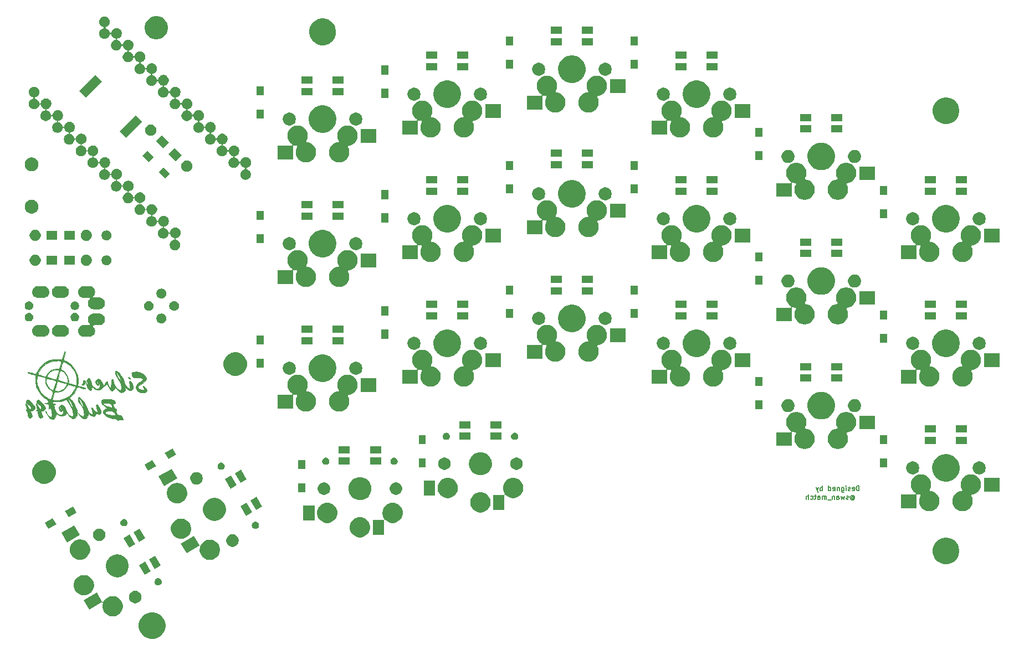
<source format=gbs>
G04 #@! TF.GenerationSoftware,KiCad,Pcbnew,5.0.2-bee76a0~70~ubuntu18.04.1*
G04 #@! TF.CreationDate,2019-06-13T02:51:26+09:00*
G04 #@! TF.ProjectId,fireflower44,66697265-666c-46f7-9765-7234342e6b69,rev?*
G04 #@! TF.SameCoordinates,Original*
G04 #@! TF.FileFunction,Soldermask,Bot*
G04 #@! TF.FilePolarity,Negative*
%FSLAX46Y46*%
G04 Gerber Fmt 4.6, Leading zero omitted, Abs format (unit mm)*
G04 Created by KiCad (PCBNEW 5.0.2-bee76a0~70~ubuntu18.04.1) date 2019年06月13日 02時51分26秒*
%MOMM*%
%LPD*%
G01*
G04 APERTURE LIST*
%ADD10C,0.175000*%
%ADD11C,0.010000*%
%ADD12C,0.100000*%
G04 APERTURE END LIST*
D10*
X188670000Y-94939285D02*
X188670000Y-94189285D01*
X188491428Y-94189285D01*
X188384285Y-94225000D01*
X188312857Y-94296428D01*
X188277142Y-94367857D01*
X188241428Y-94510714D01*
X188241428Y-94617857D01*
X188277142Y-94760714D01*
X188312857Y-94832142D01*
X188384285Y-94903571D01*
X188491428Y-94939285D01*
X188670000Y-94939285D01*
X187634285Y-94903571D02*
X187705714Y-94939285D01*
X187848571Y-94939285D01*
X187920000Y-94903571D01*
X187955714Y-94832142D01*
X187955714Y-94546428D01*
X187920000Y-94475000D01*
X187848571Y-94439285D01*
X187705714Y-94439285D01*
X187634285Y-94475000D01*
X187598571Y-94546428D01*
X187598571Y-94617857D01*
X187955714Y-94689285D01*
X187312857Y-94903571D02*
X187241428Y-94939285D01*
X187098571Y-94939285D01*
X187027142Y-94903571D01*
X186991428Y-94832142D01*
X186991428Y-94796428D01*
X187027142Y-94725000D01*
X187098571Y-94689285D01*
X187205714Y-94689285D01*
X187277142Y-94653571D01*
X187312857Y-94582142D01*
X187312857Y-94546428D01*
X187277142Y-94475000D01*
X187205714Y-94439285D01*
X187098571Y-94439285D01*
X187027142Y-94475000D01*
X186670000Y-94939285D02*
X186670000Y-94439285D01*
X186670000Y-94189285D02*
X186705714Y-94225000D01*
X186670000Y-94260714D01*
X186634285Y-94225000D01*
X186670000Y-94189285D01*
X186670000Y-94260714D01*
X185991428Y-94439285D02*
X185991428Y-95046428D01*
X186027142Y-95117857D01*
X186062857Y-95153571D01*
X186134285Y-95189285D01*
X186241428Y-95189285D01*
X186312857Y-95153571D01*
X185991428Y-94903571D02*
X186062857Y-94939285D01*
X186205714Y-94939285D01*
X186277142Y-94903571D01*
X186312857Y-94867857D01*
X186348571Y-94796428D01*
X186348571Y-94582142D01*
X186312857Y-94510714D01*
X186277142Y-94475000D01*
X186205714Y-94439285D01*
X186062857Y-94439285D01*
X185991428Y-94475000D01*
X185634285Y-94439285D02*
X185634285Y-94939285D01*
X185634285Y-94510714D02*
X185598571Y-94475000D01*
X185527142Y-94439285D01*
X185420000Y-94439285D01*
X185348571Y-94475000D01*
X185312857Y-94546428D01*
X185312857Y-94939285D01*
X184670000Y-94903571D02*
X184741428Y-94939285D01*
X184884285Y-94939285D01*
X184955714Y-94903571D01*
X184991428Y-94832142D01*
X184991428Y-94546428D01*
X184955714Y-94475000D01*
X184884285Y-94439285D01*
X184741428Y-94439285D01*
X184670000Y-94475000D01*
X184634285Y-94546428D01*
X184634285Y-94617857D01*
X184991428Y-94689285D01*
X183991428Y-94939285D02*
X183991428Y-94189285D01*
X183991428Y-94903571D02*
X184062857Y-94939285D01*
X184205714Y-94939285D01*
X184277142Y-94903571D01*
X184312857Y-94867857D01*
X184348571Y-94796428D01*
X184348571Y-94582142D01*
X184312857Y-94510714D01*
X184277142Y-94475000D01*
X184205714Y-94439285D01*
X184062857Y-94439285D01*
X183991428Y-94475000D01*
X183062857Y-94939285D02*
X183062857Y-94189285D01*
X183062857Y-94475000D02*
X182991428Y-94439285D01*
X182848571Y-94439285D01*
X182777142Y-94475000D01*
X182741428Y-94510714D01*
X182705714Y-94582142D01*
X182705714Y-94796428D01*
X182741428Y-94867857D01*
X182777142Y-94903571D01*
X182848571Y-94939285D01*
X182991428Y-94939285D01*
X183062857Y-94903571D01*
X182455714Y-94439285D02*
X182277142Y-94939285D01*
X182098571Y-94439285D02*
X182277142Y-94939285D01*
X182348571Y-95117857D01*
X182384285Y-95153571D01*
X182455714Y-95189285D01*
X187491428Y-95882142D02*
X187527142Y-95846428D01*
X187598571Y-95810714D01*
X187670000Y-95810714D01*
X187741428Y-95846428D01*
X187777142Y-95882142D01*
X187812857Y-95953571D01*
X187812857Y-96025000D01*
X187777142Y-96096428D01*
X187741428Y-96132142D01*
X187670000Y-96167857D01*
X187598571Y-96167857D01*
X187527142Y-96132142D01*
X187491428Y-96096428D01*
X187491428Y-95810714D02*
X187491428Y-96096428D01*
X187455714Y-96132142D01*
X187420000Y-96132142D01*
X187348571Y-96096428D01*
X187312857Y-96025000D01*
X187312857Y-95846428D01*
X187384285Y-95739285D01*
X187491428Y-95667857D01*
X187634285Y-95632142D01*
X187777142Y-95667857D01*
X187884285Y-95739285D01*
X187955714Y-95846428D01*
X187991428Y-95989285D01*
X187955714Y-96132142D01*
X187884285Y-96239285D01*
X187777142Y-96310714D01*
X187634285Y-96346428D01*
X187491428Y-96310714D01*
X187384285Y-96239285D01*
X187027142Y-96203571D02*
X186955714Y-96239285D01*
X186812857Y-96239285D01*
X186741428Y-96203571D01*
X186705714Y-96132142D01*
X186705714Y-96096428D01*
X186741428Y-96025000D01*
X186812857Y-95989285D01*
X186920000Y-95989285D01*
X186991428Y-95953571D01*
X187027142Y-95882142D01*
X187027142Y-95846428D01*
X186991428Y-95775000D01*
X186920000Y-95739285D01*
X186812857Y-95739285D01*
X186741428Y-95775000D01*
X186455714Y-95739285D02*
X186312857Y-96239285D01*
X186170000Y-95882142D01*
X186027142Y-96239285D01*
X185884285Y-95739285D01*
X185277142Y-96239285D02*
X185277142Y-95846428D01*
X185312857Y-95775000D01*
X185384285Y-95739285D01*
X185527142Y-95739285D01*
X185598571Y-95775000D01*
X185277142Y-96203571D02*
X185348571Y-96239285D01*
X185527142Y-96239285D01*
X185598571Y-96203571D01*
X185634285Y-96132142D01*
X185634285Y-96060714D01*
X185598571Y-95989285D01*
X185527142Y-95953571D01*
X185348571Y-95953571D01*
X185277142Y-95917857D01*
X184920000Y-95739285D02*
X184920000Y-96239285D01*
X184920000Y-95810714D02*
X184884285Y-95775000D01*
X184812857Y-95739285D01*
X184705714Y-95739285D01*
X184634285Y-95775000D01*
X184598571Y-95846428D01*
X184598571Y-96239285D01*
X184420000Y-96310714D02*
X183848571Y-96310714D01*
X183670000Y-96239285D02*
X183670000Y-95739285D01*
X183670000Y-95810714D02*
X183634285Y-95775000D01*
X183562857Y-95739285D01*
X183455714Y-95739285D01*
X183384285Y-95775000D01*
X183348571Y-95846428D01*
X183348571Y-96239285D01*
X183348571Y-95846428D02*
X183312857Y-95775000D01*
X183241428Y-95739285D01*
X183134285Y-95739285D01*
X183062857Y-95775000D01*
X183027142Y-95846428D01*
X183027142Y-96239285D01*
X182348571Y-96239285D02*
X182348571Y-95846428D01*
X182384285Y-95775000D01*
X182455714Y-95739285D01*
X182598571Y-95739285D01*
X182670000Y-95775000D01*
X182348571Y-96203571D02*
X182420000Y-96239285D01*
X182598571Y-96239285D01*
X182670000Y-96203571D01*
X182705714Y-96132142D01*
X182705714Y-96060714D01*
X182670000Y-95989285D01*
X182598571Y-95953571D01*
X182420000Y-95953571D01*
X182348571Y-95917857D01*
X182098571Y-95739285D02*
X181812857Y-95739285D01*
X181991428Y-95489285D02*
X181991428Y-96132142D01*
X181955714Y-96203571D01*
X181884285Y-96239285D01*
X181812857Y-96239285D01*
X181241428Y-96203571D02*
X181312857Y-96239285D01*
X181455714Y-96239285D01*
X181527142Y-96203571D01*
X181562857Y-96167857D01*
X181598571Y-96096428D01*
X181598571Y-95882142D01*
X181562857Y-95810714D01*
X181527142Y-95775000D01*
X181455714Y-95739285D01*
X181312857Y-95739285D01*
X181241428Y-95775000D01*
X180920000Y-96239285D02*
X180920000Y-95489285D01*
X180598571Y-96239285D02*
X180598571Y-95846428D01*
X180634285Y-95775000D01*
X180705714Y-95739285D01*
X180812857Y-95739285D01*
X180884285Y-95775000D01*
X180920000Y-95810714D01*
D11*
G04 #@! TO.C,G\002A\002A\002A*
G36*
X73291213Y-80945224D02*
X73127920Y-80965142D01*
X73028467Y-81003781D01*
X72991813Y-81033269D01*
X72891222Y-81224856D01*
X72901922Y-81455878D01*
X73008654Y-81694697D01*
X73196159Y-81909671D01*
X73449180Y-82069163D01*
X73501366Y-82089849D01*
X73678598Y-82181157D01*
X73715960Y-82269648D01*
X73612378Y-82344913D01*
X73530121Y-82369251D01*
X73377630Y-82457690D01*
X73235017Y-82619505D01*
X73221431Y-82641619D01*
X73141983Y-82790704D01*
X73126905Y-82901074D01*
X73179241Y-83035618D01*
X73246425Y-83157946D01*
X73478693Y-83429963D01*
X73833610Y-83651343D01*
X74294965Y-83813688D01*
X74648308Y-83884183D01*
X74919158Y-83937540D01*
X75144077Y-84005319D01*
X75270880Y-84070530D01*
X75405005Y-84169183D01*
X75490284Y-84158080D01*
X75530866Y-84106804D01*
X75633909Y-84065830D01*
X75843394Y-84071427D01*
X75898006Y-84078759D01*
X76089323Y-84098406D01*
X76203754Y-84092699D01*
X76218143Y-84081449D01*
X76189696Y-83994562D01*
X76117294Y-83824195D01*
X76066827Y-83714223D01*
X75963622Y-83518167D01*
X75862388Y-83419291D01*
X75712753Y-83379399D01*
X75613256Y-83370300D01*
X75406264Y-83338396D01*
X75361309Y-83308396D01*
X74984428Y-83308396D01*
X74918326Y-83364441D01*
X74734507Y-83381057D01*
X74454707Y-83359063D01*
X74100661Y-83299282D01*
X73964611Y-83269898D01*
X73668675Y-83188637D01*
X73502992Y-83101363D01*
X73452948Y-82993150D01*
X73468519Y-82949143D01*
X73387857Y-82949143D01*
X73361304Y-83008878D01*
X73339476Y-82997524D01*
X73330791Y-82911399D01*
X73339476Y-82900762D01*
X73382620Y-82910724D01*
X73387857Y-82949143D01*
X73468519Y-82949143D01*
X73503929Y-82849071D01*
X73522556Y-82818413D01*
X73622793Y-82769352D01*
X73821775Y-82735868D01*
X74073730Y-82720105D01*
X74332882Y-82724210D01*
X74553458Y-82750328D01*
X74619333Y-82767004D01*
X74752800Y-82864488D01*
X74884119Y-83038625D01*
X74970933Y-83226606D01*
X74984428Y-83308396D01*
X75361309Y-83308396D01*
X75281853Y-83255374D01*
X75185366Y-83096549D01*
X75109265Y-82886995D01*
X75130937Y-82773606D01*
X75202071Y-82619614D01*
X75151854Y-82464622D01*
X75017204Y-82367237D01*
X74854955Y-82245536D01*
X74809081Y-82173657D01*
X74549000Y-82173657D01*
X74533413Y-82231734D01*
X74466360Y-82243305D01*
X74317400Y-82206253D01*
X74131714Y-82144627D01*
X73838342Y-82035883D01*
X73544404Y-81914765D01*
X73402651Y-81850155D01*
X73225872Y-81746467D01*
X73126619Y-81652340D01*
X73118069Y-81616619D01*
X73200105Y-81568254D01*
X73381025Y-81530568D01*
X73614717Y-81507708D01*
X73855070Y-81503823D01*
X74055972Y-81523061D01*
X74085556Y-81529591D01*
X74230154Y-81621358D01*
X74381818Y-81795983D01*
X74501210Y-81998800D01*
X74549000Y-82173657D01*
X74809081Y-82173657D01*
X74727072Y-82045162D01*
X74726918Y-82044793D01*
X74644474Y-81822616D01*
X74635890Y-81700397D01*
X74706460Y-81650167D01*
X74803000Y-81642857D01*
X74941714Y-81612283D01*
X74983922Y-81494840D01*
X74984428Y-81469469D01*
X74938951Y-81280700D01*
X74857428Y-81139476D01*
X74786944Y-81069874D01*
X74689936Y-81022256D01*
X74537297Y-80990821D01*
X74299917Y-80969769D01*
X73948685Y-80953299D01*
X73917098Y-80952093D01*
X73545290Y-80941662D01*
X73291213Y-80945224D01*
X73291213Y-80945224D01*
G37*
X73291213Y-80945224D02*
X73127920Y-80965142D01*
X73028467Y-81003781D01*
X72991813Y-81033269D01*
X72891222Y-81224856D01*
X72901922Y-81455878D01*
X73008654Y-81694697D01*
X73196159Y-81909671D01*
X73449180Y-82069163D01*
X73501366Y-82089849D01*
X73678598Y-82181157D01*
X73715960Y-82269648D01*
X73612378Y-82344913D01*
X73530121Y-82369251D01*
X73377630Y-82457690D01*
X73235017Y-82619505D01*
X73221431Y-82641619D01*
X73141983Y-82790704D01*
X73126905Y-82901074D01*
X73179241Y-83035618D01*
X73246425Y-83157946D01*
X73478693Y-83429963D01*
X73833610Y-83651343D01*
X74294965Y-83813688D01*
X74648308Y-83884183D01*
X74919158Y-83937540D01*
X75144077Y-84005319D01*
X75270880Y-84070530D01*
X75405005Y-84169183D01*
X75490284Y-84158080D01*
X75530866Y-84106804D01*
X75633909Y-84065830D01*
X75843394Y-84071427D01*
X75898006Y-84078759D01*
X76089323Y-84098406D01*
X76203754Y-84092699D01*
X76218143Y-84081449D01*
X76189696Y-83994562D01*
X76117294Y-83824195D01*
X76066827Y-83714223D01*
X75963622Y-83518167D01*
X75862388Y-83419291D01*
X75712753Y-83379399D01*
X75613256Y-83370300D01*
X75406264Y-83338396D01*
X75361309Y-83308396D01*
X74984428Y-83308396D01*
X74918326Y-83364441D01*
X74734507Y-83381057D01*
X74454707Y-83359063D01*
X74100661Y-83299282D01*
X73964611Y-83269898D01*
X73668675Y-83188637D01*
X73502992Y-83101363D01*
X73452948Y-82993150D01*
X73468519Y-82949143D01*
X73387857Y-82949143D01*
X73361304Y-83008878D01*
X73339476Y-82997524D01*
X73330791Y-82911399D01*
X73339476Y-82900762D01*
X73382620Y-82910724D01*
X73387857Y-82949143D01*
X73468519Y-82949143D01*
X73503929Y-82849071D01*
X73522556Y-82818413D01*
X73622793Y-82769352D01*
X73821775Y-82735868D01*
X74073730Y-82720105D01*
X74332882Y-82724210D01*
X74553458Y-82750328D01*
X74619333Y-82767004D01*
X74752800Y-82864488D01*
X74884119Y-83038625D01*
X74970933Y-83226606D01*
X74984428Y-83308396D01*
X75361309Y-83308396D01*
X75281853Y-83255374D01*
X75185366Y-83096549D01*
X75109265Y-82886995D01*
X75130937Y-82773606D01*
X75202071Y-82619614D01*
X75151854Y-82464622D01*
X75017204Y-82367237D01*
X74854955Y-82245536D01*
X74809081Y-82173657D01*
X74549000Y-82173657D01*
X74533413Y-82231734D01*
X74466360Y-82243305D01*
X74317400Y-82206253D01*
X74131714Y-82144627D01*
X73838342Y-82035883D01*
X73544404Y-81914765D01*
X73402651Y-81850155D01*
X73225872Y-81746467D01*
X73126619Y-81652340D01*
X73118069Y-81616619D01*
X73200105Y-81568254D01*
X73381025Y-81530568D01*
X73614717Y-81507708D01*
X73855070Y-81503823D01*
X74055972Y-81523061D01*
X74085556Y-81529591D01*
X74230154Y-81621358D01*
X74381818Y-81795983D01*
X74501210Y-81998800D01*
X74549000Y-82173657D01*
X74809081Y-82173657D01*
X74727072Y-82045162D01*
X74726918Y-82044793D01*
X74644474Y-81822616D01*
X74635890Y-81700397D01*
X74706460Y-81650167D01*
X74803000Y-81642857D01*
X74941714Y-81612283D01*
X74983922Y-81494840D01*
X74984428Y-81469469D01*
X74938951Y-81280700D01*
X74857428Y-81139476D01*
X74786944Y-81069874D01*
X74689936Y-81022256D01*
X74537297Y-80990821D01*
X74299917Y-80969769D01*
X73948685Y-80953299D01*
X73917098Y-80952093D01*
X73545290Y-80941662D01*
X73291213Y-80945224D01*
G36*
X67247545Y-73697738D02*
X67192682Y-73822079D01*
X67118488Y-74052391D01*
X67053894Y-74273013D01*
X66892714Y-74833433D01*
X66054158Y-74845431D01*
X65686849Y-74852877D01*
X65422684Y-74868498D01*
X65219664Y-74900804D01*
X65035790Y-74958302D01*
X64829063Y-75049500D01*
X64674655Y-75124888D01*
X64104831Y-75477682D01*
X63617465Y-75923869D01*
X63237453Y-76439218D01*
X63141351Y-76617286D01*
X63025795Y-76842000D01*
X62933354Y-77004237D01*
X62883104Y-77070648D01*
X62881910Y-77070857D01*
X62800037Y-77052952D01*
X62613842Y-77005345D01*
X62358846Y-76937197D01*
X62274458Y-76914176D01*
X62004475Y-76847145D01*
X61790325Y-76806960D01*
X61668205Y-76799981D01*
X61654919Y-76805319D01*
X61629823Y-76851647D01*
X61668623Y-76897078D01*
X61792108Y-76951625D01*
X62021069Y-77025300D01*
X62251166Y-77092449D01*
X62818453Y-77254971D01*
X62828223Y-78015629D01*
X62841273Y-78421765D01*
X62872880Y-78729659D01*
X62929872Y-78985736D01*
X63001169Y-79191740D01*
X63285961Y-79749841D01*
X63671432Y-80258305D01*
X64124864Y-80675881D01*
X64246989Y-80762565D01*
X64495958Y-80940003D01*
X64642270Y-81078457D01*
X64711937Y-81206104D01*
X64727082Y-81282573D01*
X64732622Y-81417517D01*
X64684759Y-81479737D01*
X64546142Y-81497647D01*
X64442817Y-81498826D01*
X64260153Y-81508142D01*
X64209514Y-81537211D01*
X64243857Y-81570286D01*
X64398896Y-81625249D01*
X64543400Y-81641746D01*
X64755418Y-81688561D01*
X64859862Y-81828854D01*
X64859320Y-82067057D01*
X64840879Y-82151224D01*
X64811140Y-82345484D01*
X64826547Y-82467133D01*
X64874075Y-82494061D01*
X64940699Y-82404160D01*
X64960983Y-82355091D01*
X65003827Y-82260818D01*
X65044840Y-82263590D01*
X65107245Y-82378316D01*
X65151574Y-82477429D01*
X65241754Y-82740213D01*
X65299807Y-83024924D01*
X65323035Y-83293744D01*
X65308741Y-83508856D01*
X65254229Y-83632441D01*
X65234794Y-83644307D01*
X65075290Y-83633457D01*
X64885476Y-83512602D01*
X64692028Y-83305227D01*
X64521617Y-83034817D01*
X64505350Y-83002078D01*
X64408420Y-82815693D01*
X64340875Y-82712371D01*
X64319079Y-82709871D01*
X64361970Y-82902206D01*
X64481699Y-83155229D01*
X64651337Y-83428149D01*
X64843953Y-83680173D01*
X65032616Y-83870507D01*
X65128551Y-83936013D01*
X65362510Y-84025055D01*
X65546672Y-84002809D01*
X65731532Y-83862913D01*
X65734870Y-83859585D01*
X65883721Y-83623938D01*
X65913000Y-83421097D01*
X65913000Y-83160739D01*
X66227804Y-83345227D01*
X66601168Y-83499458D01*
X66954200Y-83511049D01*
X67222889Y-83418994D01*
X67380533Y-83305724D01*
X67448468Y-83149396D01*
X67455242Y-82949143D01*
X67482589Y-82919616D01*
X67560842Y-83007238D01*
X67570594Y-83021715D01*
X67684515Y-83172589D01*
X67856987Y-83377941D01*
X68009144Y-83547857D01*
X68202941Y-83743141D01*
X68353317Y-83848135D01*
X68504099Y-83888547D01*
X68596826Y-83892572D01*
X68855646Y-83843718D01*
X69035399Y-83689318D01*
X69146424Y-83417615D01*
X69180019Y-83229258D01*
X69184364Y-83132625D01*
X68578314Y-83132625D01*
X68535646Y-83402715D01*
X68471440Y-83544845D01*
X68401131Y-83590755D01*
X68277775Y-83551388D01*
X68157679Y-83490825D01*
X67932016Y-83317386D01*
X67713986Y-83057258D01*
X67543369Y-82765295D01*
X67466095Y-82537193D01*
X67424787Y-82429796D01*
X66821866Y-82429796D01*
X66815688Y-82520922D01*
X66747274Y-82553343D01*
X66641602Y-82462386D01*
X66627150Y-82444884D01*
X66530410Y-82305269D01*
X66493571Y-82215389D01*
X66534570Y-82153152D01*
X66639165Y-82195426D01*
X66743433Y-82291427D01*
X66821866Y-82429796D01*
X67424787Y-82429796D01*
X67399525Y-82364118D01*
X67275346Y-82161935D01*
X67125299Y-81971493D01*
X66981125Y-81833641D01*
X66884145Y-81788271D01*
X66785254Y-81823334D01*
X66622394Y-81909600D01*
X66584286Y-81932348D01*
X66397320Y-82110223D01*
X66349100Y-82328915D01*
X66440299Y-82584484D01*
X66465632Y-82625125D01*
X66616021Y-82774792D01*
X66770284Y-82784816D01*
X66896942Y-82677088D01*
X66966826Y-82600591D01*
X67008745Y-82640481D01*
X67038496Y-82744422D01*
X67054863Y-83017405D01*
X66966182Y-83217233D01*
X66793727Y-83323447D01*
X66558772Y-83315592D01*
X66475084Y-83286167D01*
X66168046Y-83110421D01*
X65946735Y-82866805D01*
X65786729Y-82524372D01*
X65732298Y-82344989D01*
X65706166Y-82245110D01*
X65275337Y-82245110D01*
X65270837Y-82329776D01*
X65257577Y-82330877D01*
X65201746Y-82240444D01*
X65150027Y-82073849D01*
X65149677Y-82072264D01*
X65121075Y-81881575D01*
X65137936Y-81822349D01*
X65185202Y-81894124D01*
X65242505Y-82075103D01*
X65275337Y-82245110D01*
X65706166Y-82245110D01*
X65665001Y-82087782D01*
X65637088Y-81933034D01*
X65648944Y-81843396D01*
X65700956Y-81781522D01*
X65738431Y-81752131D01*
X65825999Y-81676777D01*
X65793551Y-81649592D01*
X65679696Y-81645165D01*
X65504112Y-81588006D01*
X65370384Y-81455238D01*
X65339388Y-81356855D01*
X65042143Y-81356855D01*
X65010926Y-81472435D01*
X64969571Y-81497714D01*
X64915480Y-81435481D01*
X64897000Y-81312003D01*
X64920037Y-81188531D01*
X64969571Y-81171143D01*
X65030536Y-81273503D01*
X65042143Y-81356855D01*
X65339388Y-81356855D01*
X65332428Y-81334767D01*
X65399812Y-81323042D01*
X65581221Y-81313577D01*
X65845539Y-81307625D01*
X66040000Y-81306245D01*
X66436807Y-81296518D01*
X66738469Y-81264167D01*
X66994144Y-81202137D01*
X67146714Y-81147428D01*
X67361937Y-81063440D01*
X67513417Y-81006241D01*
X67562525Y-80989751D01*
X67601917Y-81048071D01*
X67683378Y-81196450D01*
X67736025Y-81298143D01*
X67862669Y-81525835D01*
X68032549Y-81804436D01*
X68177264Y-82026260D01*
X68391762Y-82406914D01*
X68528386Y-82786997D01*
X68578314Y-83132625D01*
X69184364Y-83132625D01*
X69193214Y-82935850D01*
X69141841Y-82653318D01*
X69073950Y-82451385D01*
X68942761Y-82143988D01*
X68514039Y-82143988D01*
X68509074Y-82221847D01*
X68447808Y-82184749D01*
X68335846Y-82036167D01*
X68178793Y-81779576D01*
X67982253Y-81418449D01*
X67977558Y-81409413D01*
X67875891Y-81190443D01*
X67811583Y-81007462D01*
X67799857Y-80939348D01*
X67829591Y-80875420D01*
X67908163Y-80920719D01*
X68019628Y-81054592D01*
X68148040Y-81256383D01*
X68277454Y-81505437D01*
X68332641Y-81629498D01*
X68457096Y-81947696D01*
X68514039Y-82143988D01*
X68942761Y-82143988D01*
X68830131Y-81880080D01*
X68560750Y-81389918D01*
X68283039Y-81012082D01*
X68271433Y-80999117D01*
X68022380Y-80723446D01*
X68406809Y-80326545D01*
X68636311Y-80057783D01*
X68853941Y-79750134D01*
X68998028Y-79498108D01*
X69104061Y-79276967D01*
X69181167Y-79116407D01*
X69212135Y-79052250D01*
X69279894Y-79064605D01*
X69454812Y-79109806D01*
X69704903Y-79179405D01*
X69828558Y-79215013D01*
X70104583Y-79291009D01*
X70323014Y-79343148D01*
X70450326Y-79363776D01*
X70468599Y-79361163D01*
X70470777Y-79281847D01*
X70363519Y-79197288D01*
X70213543Y-79142577D01*
X70024305Y-79093308D01*
X69772174Y-79024015D01*
X69647111Y-78988555D01*
X69647042Y-78988535D01*
X68943440Y-78988535D01*
X68943087Y-79081821D01*
X68871659Y-79258329D01*
X68747584Y-79487023D01*
X68589292Y-79736865D01*
X68415214Y-79976819D01*
X68243779Y-80175848D01*
X68230296Y-80189507D01*
X67855674Y-80498304D01*
X67403008Y-80771385D01*
X66931431Y-80976451D01*
X66638714Y-81058816D01*
X66428744Y-81084051D01*
X66156892Y-81093204D01*
X65869949Y-81087664D01*
X65614709Y-81068819D01*
X65437962Y-81038056D01*
X65398582Y-81022034D01*
X65394398Y-80943549D01*
X65425472Y-80761029D01*
X65485396Y-80509474D01*
X65507233Y-80428690D01*
X65663632Y-79864857D01*
X65988483Y-79836754D01*
X65462419Y-79836754D01*
X65452319Y-79954036D01*
X65403878Y-80154253D01*
X65338217Y-80388815D01*
X65171300Y-80975028D01*
X64804979Y-80822791D01*
X64564963Y-80694070D01*
X64284534Y-80501473D01*
X64023465Y-80286144D01*
X64017957Y-80281061D01*
X63607569Y-79813188D01*
X63296735Y-79274198D01*
X63097347Y-78693948D01*
X63021294Y-78102295D01*
X63033483Y-77809105D01*
X63061729Y-77585817D01*
X63091273Y-77429079D01*
X63107825Y-77384413D01*
X63188564Y-77386475D01*
X63374109Y-77421541D01*
X63629736Y-77482657D01*
X63729137Y-77508861D01*
X64316428Y-77667329D01*
X64316428Y-78080559D01*
X64375839Y-78559501D01*
X64558268Y-78980905D01*
X64870010Y-79354552D01*
X65317357Y-79690224D01*
X65374480Y-79724872D01*
X65435898Y-79770877D01*
X65462419Y-79836754D01*
X65988483Y-79836754D01*
X66136524Y-79823947D01*
X66662418Y-79716891D01*
X67102615Y-79493328D01*
X67459883Y-79151820D01*
X67480638Y-79125063D01*
X67618253Y-78935413D01*
X67715813Y-78784358D01*
X67742079Y-78731905D01*
X67796117Y-78695451D01*
X67934124Y-78702320D01*
X68177281Y-78754836D01*
X68339086Y-78797352D01*
X68607421Y-78873405D01*
X68817367Y-78938738D01*
X68932922Y-78981965D01*
X68943440Y-78988535D01*
X69647042Y-78988535D01*
X69280936Y-78883464D01*
X69308241Y-78213018D01*
X69309856Y-78094094D01*
X69106143Y-78094094D01*
X69097198Y-78394398D01*
X69073149Y-78632930D01*
X69038175Y-78779294D01*
X69007664Y-78810380D01*
X68938257Y-78791059D01*
X68762405Y-78741500D01*
X68513300Y-78671065D01*
X68416714Y-78643712D01*
X68269083Y-78601888D01*
X67660049Y-78601888D01*
X67494096Y-78897526D01*
X67302348Y-79148489D01*
X67037478Y-79377857D01*
X66735944Y-79564763D01*
X66434207Y-79688343D01*
X66168727Y-79727732D01*
X66070350Y-79712295D01*
X65913414Y-79686614D01*
X65843445Y-79683429D01*
X65788993Y-79672733D01*
X65765268Y-79624605D01*
X65775033Y-79514985D01*
X65821054Y-79319813D01*
X65906093Y-79015028D01*
X65929613Y-78933298D01*
X66136949Y-78214665D01*
X65943105Y-78214665D01*
X65912585Y-78360604D01*
X65860549Y-78528433D01*
X65784571Y-78782442D01*
X65700604Y-79069260D01*
X65696132Y-79084714D01*
X65618975Y-79335992D01*
X65553293Y-79521976D01*
X65511363Y-79608486D01*
X65507180Y-79610857D01*
X65423274Y-79580635D01*
X65274396Y-79508479D01*
X64998623Y-79306961D01*
X64739302Y-79017481D01*
X64574832Y-78754241D01*
X64494816Y-78545136D01*
X64435712Y-78297940D01*
X64403515Y-78057005D01*
X64404217Y-77866683D01*
X64442130Y-77772301D01*
X64530940Y-77775110D01*
X64722072Y-77808706D01*
X64978272Y-77864063D01*
X65262288Y-77932153D01*
X65536865Y-78003950D01*
X65764751Y-78070427D01*
X65908692Y-78122557D01*
X65926808Y-78132053D01*
X65943105Y-78214665D01*
X66136949Y-78214665D01*
X66146037Y-78183168D01*
X66628233Y-78317705D01*
X66923583Y-78399831D01*
X67206066Y-78477920D01*
X67385239Y-78527065D01*
X67660049Y-78601888D01*
X68269083Y-78601888D01*
X67836143Y-78479236D01*
X67854721Y-78269302D01*
X67736949Y-78269302D01*
X67729932Y-78411658D01*
X67709143Y-78448448D01*
X67636500Y-78428741D01*
X67454772Y-78376548D01*
X67194051Y-78300565D01*
X66977572Y-78236972D01*
X66676556Y-78146066D01*
X66431222Y-78067810D01*
X66272662Y-78012365D01*
X66230010Y-77992629D01*
X66236386Y-77916416D01*
X66274493Y-77737425D01*
X66334658Y-77491990D01*
X66407205Y-77216447D01*
X66482463Y-76947128D01*
X66550758Y-76720370D01*
X66602415Y-76572505D01*
X66615425Y-76544981D01*
X66701639Y-76518681D01*
X66849705Y-76586148D01*
X67034686Y-76724810D01*
X67231647Y-76912098D01*
X67415650Y-77125439D01*
X67561762Y-77342263D01*
X67614750Y-77449526D01*
X67659798Y-77606913D01*
X67697861Y-77824375D01*
X67724919Y-78059356D01*
X67736949Y-78269302D01*
X67854721Y-78269302D01*
X67859813Y-78211774D01*
X67830936Y-77769514D01*
X67679409Y-77328332D01*
X67421688Y-76930737D01*
X67321829Y-76822003D01*
X67119275Y-76639909D01*
X66928018Y-76501823D01*
X66821094Y-76450312D01*
X66421000Y-76450312D01*
X66401672Y-76572439D01*
X66350689Y-76782280D01*
X66278550Y-77044868D01*
X66195755Y-77325234D01*
X66112803Y-77588411D01*
X66040196Y-77799431D01*
X65988432Y-77923327D01*
X65973172Y-77941715D01*
X65881074Y-77923061D01*
X65682831Y-77872864D01*
X65411764Y-77799768D01*
X65223069Y-77747114D01*
X64931142Y-77656601D01*
X64700546Y-77569778D01*
X64561360Y-77498850D01*
X64534143Y-77467560D01*
X64587290Y-77311560D01*
X64726498Y-77106470D01*
X64921417Y-76889888D01*
X65141694Y-76699412D01*
X65171709Y-76677756D01*
X65398690Y-76542533D01*
X65633932Y-76467447D01*
X65944837Y-76431129D01*
X65950779Y-76430747D01*
X66190224Y-76422446D01*
X66359583Y-76429836D01*
X66421000Y-76450312D01*
X66821094Y-76450312D01*
X66810011Y-76444973D01*
X66678814Y-76375530D01*
X66669289Y-76297570D01*
X66707170Y-76176542D01*
X66766431Y-75964052D01*
X66824384Y-75744095D01*
X66893751Y-75499854D01*
X66959251Y-75312291D01*
X66995689Y-75241208D01*
X66750890Y-75241208D01*
X66725652Y-75440355D01*
X66646621Y-75736466D01*
X66645631Y-75739942D01*
X66483543Y-76308857D01*
X66034986Y-76312759D01*
X65615991Y-76354393D01*
X65291192Y-76470789D01*
X65048182Y-76631953D01*
X64800612Y-76850987D01*
X64587629Y-77087791D01*
X64448380Y-77302265D01*
X64426869Y-77356153D01*
X64341612Y-77473429D01*
X64256147Y-77477142D01*
X64123823Y-77439546D01*
X63904409Y-77378013D01*
X63699571Y-77320931D01*
X63463176Y-77250326D01*
X63286134Y-77188347D01*
X63214750Y-77153537D01*
X63207209Y-77054840D01*
X63273914Y-76873461D01*
X63397482Y-76639281D01*
X63560532Y-76382184D01*
X63745682Y-76132051D01*
X63929441Y-75924854D01*
X64416962Y-75519433D01*
X64946663Y-75245246D01*
X65539709Y-75093190D01*
X65949286Y-75056229D01*
X66321534Y-75046534D01*
X66567063Y-75062198D01*
X66704105Y-75121122D01*
X66750890Y-75241208D01*
X66995689Y-75241208D01*
X67001777Y-75229332D01*
X67108242Y-75215812D01*
X67295970Y-75280368D01*
X67535807Y-75406877D01*
X67798596Y-75579211D01*
X68055182Y-75781245D01*
X68142941Y-75860515D01*
X68582968Y-76362128D01*
X68887557Y-76913428D01*
X69060298Y-77522739D01*
X69106143Y-78094094D01*
X69309856Y-78094094D01*
X69313717Y-77809881D01*
X69288398Y-77492448D01*
X69226481Y-77203444D01*
X69195462Y-77099583D01*
X68947316Y-76525426D01*
X68591638Y-75999423D01*
X68152838Y-75549395D01*
X67655324Y-75203164D01*
X67438487Y-75097004D01*
X67244812Y-75011095D01*
X67115987Y-74949069D01*
X67089146Y-74932908D01*
X67095910Y-74856876D01*
X67134969Y-74675245D01*
X67198730Y-74421970D01*
X67226197Y-74320055D01*
X67294539Y-74045996D01*
X67336397Y-73827483D01*
X67345430Y-73700092D01*
X67339681Y-73683634D01*
X67293177Y-73658534D01*
X67247545Y-73697738D01*
X67247545Y-73697738D01*
G37*
X67247545Y-73697738D02*
X67192682Y-73822079D01*
X67118488Y-74052391D01*
X67053894Y-74273013D01*
X66892714Y-74833433D01*
X66054158Y-74845431D01*
X65686849Y-74852877D01*
X65422684Y-74868498D01*
X65219664Y-74900804D01*
X65035790Y-74958302D01*
X64829063Y-75049500D01*
X64674655Y-75124888D01*
X64104831Y-75477682D01*
X63617465Y-75923869D01*
X63237453Y-76439218D01*
X63141351Y-76617286D01*
X63025795Y-76842000D01*
X62933354Y-77004237D01*
X62883104Y-77070648D01*
X62881910Y-77070857D01*
X62800037Y-77052952D01*
X62613842Y-77005345D01*
X62358846Y-76937197D01*
X62274458Y-76914176D01*
X62004475Y-76847145D01*
X61790325Y-76806960D01*
X61668205Y-76799981D01*
X61654919Y-76805319D01*
X61629823Y-76851647D01*
X61668623Y-76897078D01*
X61792108Y-76951625D01*
X62021069Y-77025300D01*
X62251166Y-77092449D01*
X62818453Y-77254971D01*
X62828223Y-78015629D01*
X62841273Y-78421765D01*
X62872880Y-78729659D01*
X62929872Y-78985736D01*
X63001169Y-79191740D01*
X63285961Y-79749841D01*
X63671432Y-80258305D01*
X64124864Y-80675881D01*
X64246989Y-80762565D01*
X64495958Y-80940003D01*
X64642270Y-81078457D01*
X64711937Y-81206104D01*
X64727082Y-81282573D01*
X64732622Y-81417517D01*
X64684759Y-81479737D01*
X64546142Y-81497647D01*
X64442817Y-81498826D01*
X64260153Y-81508142D01*
X64209514Y-81537211D01*
X64243857Y-81570286D01*
X64398896Y-81625249D01*
X64543400Y-81641746D01*
X64755418Y-81688561D01*
X64859862Y-81828854D01*
X64859320Y-82067057D01*
X64840879Y-82151224D01*
X64811140Y-82345484D01*
X64826547Y-82467133D01*
X64874075Y-82494061D01*
X64940699Y-82404160D01*
X64960983Y-82355091D01*
X65003827Y-82260818D01*
X65044840Y-82263590D01*
X65107245Y-82378316D01*
X65151574Y-82477429D01*
X65241754Y-82740213D01*
X65299807Y-83024924D01*
X65323035Y-83293744D01*
X65308741Y-83508856D01*
X65254229Y-83632441D01*
X65234794Y-83644307D01*
X65075290Y-83633457D01*
X64885476Y-83512602D01*
X64692028Y-83305227D01*
X64521617Y-83034817D01*
X64505350Y-83002078D01*
X64408420Y-82815693D01*
X64340875Y-82712371D01*
X64319079Y-82709871D01*
X64361970Y-82902206D01*
X64481699Y-83155229D01*
X64651337Y-83428149D01*
X64843953Y-83680173D01*
X65032616Y-83870507D01*
X65128551Y-83936013D01*
X65362510Y-84025055D01*
X65546672Y-84002809D01*
X65731532Y-83862913D01*
X65734870Y-83859585D01*
X65883721Y-83623938D01*
X65913000Y-83421097D01*
X65913000Y-83160739D01*
X66227804Y-83345227D01*
X66601168Y-83499458D01*
X66954200Y-83511049D01*
X67222889Y-83418994D01*
X67380533Y-83305724D01*
X67448468Y-83149396D01*
X67455242Y-82949143D01*
X67482589Y-82919616D01*
X67560842Y-83007238D01*
X67570594Y-83021715D01*
X67684515Y-83172589D01*
X67856987Y-83377941D01*
X68009144Y-83547857D01*
X68202941Y-83743141D01*
X68353317Y-83848135D01*
X68504099Y-83888547D01*
X68596826Y-83892572D01*
X68855646Y-83843718D01*
X69035399Y-83689318D01*
X69146424Y-83417615D01*
X69180019Y-83229258D01*
X69184364Y-83132625D01*
X68578314Y-83132625D01*
X68535646Y-83402715D01*
X68471440Y-83544845D01*
X68401131Y-83590755D01*
X68277775Y-83551388D01*
X68157679Y-83490825D01*
X67932016Y-83317386D01*
X67713986Y-83057258D01*
X67543369Y-82765295D01*
X67466095Y-82537193D01*
X67424787Y-82429796D01*
X66821866Y-82429796D01*
X66815688Y-82520922D01*
X66747274Y-82553343D01*
X66641602Y-82462386D01*
X66627150Y-82444884D01*
X66530410Y-82305269D01*
X66493571Y-82215389D01*
X66534570Y-82153152D01*
X66639165Y-82195426D01*
X66743433Y-82291427D01*
X66821866Y-82429796D01*
X67424787Y-82429796D01*
X67399525Y-82364118D01*
X67275346Y-82161935D01*
X67125299Y-81971493D01*
X66981125Y-81833641D01*
X66884145Y-81788271D01*
X66785254Y-81823334D01*
X66622394Y-81909600D01*
X66584286Y-81932348D01*
X66397320Y-82110223D01*
X66349100Y-82328915D01*
X66440299Y-82584484D01*
X66465632Y-82625125D01*
X66616021Y-82774792D01*
X66770284Y-82784816D01*
X66896942Y-82677088D01*
X66966826Y-82600591D01*
X67008745Y-82640481D01*
X67038496Y-82744422D01*
X67054863Y-83017405D01*
X66966182Y-83217233D01*
X66793727Y-83323447D01*
X66558772Y-83315592D01*
X66475084Y-83286167D01*
X66168046Y-83110421D01*
X65946735Y-82866805D01*
X65786729Y-82524372D01*
X65732298Y-82344989D01*
X65706166Y-82245110D01*
X65275337Y-82245110D01*
X65270837Y-82329776D01*
X65257577Y-82330877D01*
X65201746Y-82240444D01*
X65150027Y-82073849D01*
X65149677Y-82072264D01*
X65121075Y-81881575D01*
X65137936Y-81822349D01*
X65185202Y-81894124D01*
X65242505Y-82075103D01*
X65275337Y-82245110D01*
X65706166Y-82245110D01*
X65665001Y-82087782D01*
X65637088Y-81933034D01*
X65648944Y-81843396D01*
X65700956Y-81781522D01*
X65738431Y-81752131D01*
X65825999Y-81676777D01*
X65793551Y-81649592D01*
X65679696Y-81645165D01*
X65504112Y-81588006D01*
X65370384Y-81455238D01*
X65339388Y-81356855D01*
X65042143Y-81356855D01*
X65010926Y-81472435D01*
X64969571Y-81497714D01*
X64915480Y-81435481D01*
X64897000Y-81312003D01*
X64920037Y-81188531D01*
X64969571Y-81171143D01*
X65030536Y-81273503D01*
X65042143Y-81356855D01*
X65339388Y-81356855D01*
X65332428Y-81334767D01*
X65399812Y-81323042D01*
X65581221Y-81313577D01*
X65845539Y-81307625D01*
X66040000Y-81306245D01*
X66436807Y-81296518D01*
X66738469Y-81264167D01*
X66994144Y-81202137D01*
X67146714Y-81147428D01*
X67361937Y-81063440D01*
X67513417Y-81006241D01*
X67562525Y-80989751D01*
X67601917Y-81048071D01*
X67683378Y-81196450D01*
X67736025Y-81298143D01*
X67862669Y-81525835D01*
X68032549Y-81804436D01*
X68177264Y-82026260D01*
X68391762Y-82406914D01*
X68528386Y-82786997D01*
X68578314Y-83132625D01*
X69184364Y-83132625D01*
X69193214Y-82935850D01*
X69141841Y-82653318D01*
X69073950Y-82451385D01*
X68942761Y-82143988D01*
X68514039Y-82143988D01*
X68509074Y-82221847D01*
X68447808Y-82184749D01*
X68335846Y-82036167D01*
X68178793Y-81779576D01*
X67982253Y-81418449D01*
X67977558Y-81409413D01*
X67875891Y-81190443D01*
X67811583Y-81007462D01*
X67799857Y-80939348D01*
X67829591Y-80875420D01*
X67908163Y-80920719D01*
X68019628Y-81054592D01*
X68148040Y-81256383D01*
X68277454Y-81505437D01*
X68332641Y-81629498D01*
X68457096Y-81947696D01*
X68514039Y-82143988D01*
X68942761Y-82143988D01*
X68830131Y-81880080D01*
X68560750Y-81389918D01*
X68283039Y-81012082D01*
X68271433Y-80999117D01*
X68022380Y-80723446D01*
X68406809Y-80326545D01*
X68636311Y-80057783D01*
X68853941Y-79750134D01*
X68998028Y-79498108D01*
X69104061Y-79276967D01*
X69181167Y-79116407D01*
X69212135Y-79052250D01*
X69279894Y-79064605D01*
X69454812Y-79109806D01*
X69704903Y-79179405D01*
X69828558Y-79215013D01*
X70104583Y-79291009D01*
X70323014Y-79343148D01*
X70450326Y-79363776D01*
X70468599Y-79361163D01*
X70470777Y-79281847D01*
X70363519Y-79197288D01*
X70213543Y-79142577D01*
X70024305Y-79093308D01*
X69772174Y-79024015D01*
X69647111Y-78988555D01*
X69647042Y-78988535D01*
X68943440Y-78988535D01*
X68943087Y-79081821D01*
X68871659Y-79258329D01*
X68747584Y-79487023D01*
X68589292Y-79736865D01*
X68415214Y-79976819D01*
X68243779Y-80175848D01*
X68230296Y-80189507D01*
X67855674Y-80498304D01*
X67403008Y-80771385D01*
X66931431Y-80976451D01*
X66638714Y-81058816D01*
X66428744Y-81084051D01*
X66156892Y-81093204D01*
X65869949Y-81087664D01*
X65614709Y-81068819D01*
X65437962Y-81038056D01*
X65398582Y-81022034D01*
X65394398Y-80943549D01*
X65425472Y-80761029D01*
X65485396Y-80509474D01*
X65507233Y-80428690D01*
X65663632Y-79864857D01*
X65988483Y-79836754D01*
X65462419Y-79836754D01*
X65452319Y-79954036D01*
X65403878Y-80154253D01*
X65338217Y-80388815D01*
X65171300Y-80975028D01*
X64804979Y-80822791D01*
X64564963Y-80694070D01*
X64284534Y-80501473D01*
X64023465Y-80286144D01*
X64017957Y-80281061D01*
X63607569Y-79813188D01*
X63296735Y-79274198D01*
X63097347Y-78693948D01*
X63021294Y-78102295D01*
X63033483Y-77809105D01*
X63061729Y-77585817D01*
X63091273Y-77429079D01*
X63107825Y-77384413D01*
X63188564Y-77386475D01*
X63374109Y-77421541D01*
X63629736Y-77482657D01*
X63729137Y-77508861D01*
X64316428Y-77667329D01*
X64316428Y-78080559D01*
X64375839Y-78559501D01*
X64558268Y-78980905D01*
X64870010Y-79354552D01*
X65317357Y-79690224D01*
X65374480Y-79724872D01*
X65435898Y-79770877D01*
X65462419Y-79836754D01*
X65988483Y-79836754D01*
X66136524Y-79823947D01*
X66662418Y-79716891D01*
X67102615Y-79493328D01*
X67459883Y-79151820D01*
X67480638Y-79125063D01*
X67618253Y-78935413D01*
X67715813Y-78784358D01*
X67742079Y-78731905D01*
X67796117Y-78695451D01*
X67934124Y-78702320D01*
X68177281Y-78754836D01*
X68339086Y-78797352D01*
X68607421Y-78873405D01*
X68817367Y-78938738D01*
X68932922Y-78981965D01*
X68943440Y-78988535D01*
X69647042Y-78988535D01*
X69280936Y-78883464D01*
X69308241Y-78213018D01*
X69309856Y-78094094D01*
X69106143Y-78094094D01*
X69097198Y-78394398D01*
X69073149Y-78632930D01*
X69038175Y-78779294D01*
X69007664Y-78810380D01*
X68938257Y-78791059D01*
X68762405Y-78741500D01*
X68513300Y-78671065D01*
X68416714Y-78643712D01*
X68269083Y-78601888D01*
X67660049Y-78601888D01*
X67494096Y-78897526D01*
X67302348Y-79148489D01*
X67037478Y-79377857D01*
X66735944Y-79564763D01*
X66434207Y-79688343D01*
X66168727Y-79727732D01*
X66070350Y-79712295D01*
X65913414Y-79686614D01*
X65843445Y-79683429D01*
X65788993Y-79672733D01*
X65765268Y-79624605D01*
X65775033Y-79514985D01*
X65821054Y-79319813D01*
X65906093Y-79015028D01*
X65929613Y-78933298D01*
X66136949Y-78214665D01*
X65943105Y-78214665D01*
X65912585Y-78360604D01*
X65860549Y-78528433D01*
X65784571Y-78782442D01*
X65700604Y-79069260D01*
X65696132Y-79084714D01*
X65618975Y-79335992D01*
X65553293Y-79521976D01*
X65511363Y-79608486D01*
X65507180Y-79610857D01*
X65423274Y-79580635D01*
X65274396Y-79508479D01*
X64998623Y-79306961D01*
X64739302Y-79017481D01*
X64574832Y-78754241D01*
X64494816Y-78545136D01*
X64435712Y-78297940D01*
X64403515Y-78057005D01*
X64404217Y-77866683D01*
X64442130Y-77772301D01*
X64530940Y-77775110D01*
X64722072Y-77808706D01*
X64978272Y-77864063D01*
X65262288Y-77932153D01*
X65536865Y-78003950D01*
X65764751Y-78070427D01*
X65908692Y-78122557D01*
X65926808Y-78132053D01*
X65943105Y-78214665D01*
X66136949Y-78214665D01*
X66146037Y-78183168D01*
X66628233Y-78317705D01*
X66923583Y-78399831D01*
X67206066Y-78477920D01*
X67385239Y-78527065D01*
X67660049Y-78601888D01*
X68269083Y-78601888D01*
X67836143Y-78479236D01*
X67854721Y-78269302D01*
X67736949Y-78269302D01*
X67729932Y-78411658D01*
X67709143Y-78448448D01*
X67636500Y-78428741D01*
X67454772Y-78376548D01*
X67194051Y-78300565D01*
X66977572Y-78236972D01*
X66676556Y-78146066D01*
X66431222Y-78067810D01*
X66272662Y-78012365D01*
X66230010Y-77992629D01*
X66236386Y-77916416D01*
X66274493Y-77737425D01*
X66334658Y-77491990D01*
X66407205Y-77216447D01*
X66482463Y-76947128D01*
X66550758Y-76720370D01*
X66602415Y-76572505D01*
X66615425Y-76544981D01*
X66701639Y-76518681D01*
X66849705Y-76586148D01*
X67034686Y-76724810D01*
X67231647Y-76912098D01*
X67415650Y-77125439D01*
X67561762Y-77342263D01*
X67614750Y-77449526D01*
X67659798Y-77606913D01*
X67697861Y-77824375D01*
X67724919Y-78059356D01*
X67736949Y-78269302D01*
X67854721Y-78269302D01*
X67859813Y-78211774D01*
X67830936Y-77769514D01*
X67679409Y-77328332D01*
X67421688Y-76930737D01*
X67321829Y-76822003D01*
X67119275Y-76639909D01*
X66928018Y-76501823D01*
X66821094Y-76450312D01*
X66421000Y-76450312D01*
X66401672Y-76572439D01*
X66350689Y-76782280D01*
X66278550Y-77044868D01*
X66195755Y-77325234D01*
X66112803Y-77588411D01*
X66040196Y-77799431D01*
X65988432Y-77923327D01*
X65973172Y-77941715D01*
X65881074Y-77923061D01*
X65682831Y-77872864D01*
X65411764Y-77799768D01*
X65223069Y-77747114D01*
X64931142Y-77656601D01*
X64700546Y-77569778D01*
X64561360Y-77498850D01*
X64534143Y-77467560D01*
X64587290Y-77311560D01*
X64726498Y-77106470D01*
X64921417Y-76889888D01*
X65141694Y-76699412D01*
X65171709Y-76677756D01*
X65398690Y-76542533D01*
X65633932Y-76467447D01*
X65944837Y-76431129D01*
X65950779Y-76430747D01*
X66190224Y-76422446D01*
X66359583Y-76429836D01*
X66421000Y-76450312D01*
X66821094Y-76450312D01*
X66810011Y-76444973D01*
X66678814Y-76375530D01*
X66669289Y-76297570D01*
X66707170Y-76176542D01*
X66766431Y-75964052D01*
X66824384Y-75744095D01*
X66893751Y-75499854D01*
X66959251Y-75312291D01*
X66995689Y-75241208D01*
X66750890Y-75241208D01*
X66725652Y-75440355D01*
X66646621Y-75736466D01*
X66645631Y-75739942D01*
X66483543Y-76308857D01*
X66034986Y-76312759D01*
X65615991Y-76354393D01*
X65291192Y-76470789D01*
X65048182Y-76631953D01*
X64800612Y-76850987D01*
X64587629Y-77087791D01*
X64448380Y-77302265D01*
X64426869Y-77356153D01*
X64341612Y-77473429D01*
X64256147Y-77477142D01*
X64123823Y-77439546D01*
X63904409Y-77378013D01*
X63699571Y-77320931D01*
X63463176Y-77250326D01*
X63286134Y-77188347D01*
X63214750Y-77153537D01*
X63207209Y-77054840D01*
X63273914Y-76873461D01*
X63397482Y-76639281D01*
X63560532Y-76382184D01*
X63745682Y-76132051D01*
X63929441Y-75924854D01*
X64416962Y-75519433D01*
X64946663Y-75245246D01*
X65539709Y-75093190D01*
X65949286Y-75056229D01*
X66321534Y-75046534D01*
X66567063Y-75062198D01*
X66704105Y-75121122D01*
X66750890Y-75241208D01*
X66995689Y-75241208D01*
X67001777Y-75229332D01*
X67108242Y-75215812D01*
X67295970Y-75280368D01*
X67535807Y-75406877D01*
X67798596Y-75579211D01*
X68055182Y-75781245D01*
X68142941Y-75860515D01*
X68582968Y-76362128D01*
X68887557Y-76913428D01*
X69060298Y-77522739D01*
X69106143Y-78094094D01*
X69309856Y-78094094D01*
X69313717Y-77809881D01*
X69288398Y-77492448D01*
X69226481Y-77203444D01*
X69195462Y-77099583D01*
X68947316Y-76525426D01*
X68591638Y-75999423D01*
X68152838Y-75549395D01*
X67655324Y-75203164D01*
X67438487Y-75097004D01*
X67244812Y-75011095D01*
X67115987Y-74949069D01*
X67089146Y-74932908D01*
X67095910Y-74856876D01*
X67134969Y-74675245D01*
X67198730Y-74421970D01*
X67226197Y-74320055D01*
X67294539Y-74045996D01*
X67336397Y-73827483D01*
X67345430Y-73700092D01*
X67339681Y-73683634D01*
X67293177Y-73658534D01*
X67247545Y-73697738D01*
G36*
X69433430Y-80642236D02*
X69316775Y-80718095D01*
X69295571Y-80892007D01*
X69367836Y-81154443D01*
X69531591Y-81495877D01*
X69654264Y-81704746D01*
X69824348Y-81983359D01*
X69977479Y-82241179D01*
X70087846Y-82434519D01*
X70110847Y-82477429D01*
X70178150Y-82678716D01*
X70216591Y-82936037D01*
X70224362Y-83198882D01*
X70199652Y-83416738D01*
X70148624Y-83532122D01*
X70023656Y-83563779D01*
X69842015Y-83498919D01*
X69636569Y-83355258D01*
X69440186Y-83150511D01*
X69439904Y-83150153D01*
X69326765Y-83024151D01*
X69259818Y-82983488D01*
X69252090Y-82997723D01*
X69297784Y-83089026D01*
X69419239Y-83252320D01*
X69591753Y-83454840D01*
X69621425Y-83487580D01*
X69823841Y-83699453D01*
X69972826Y-83821876D01*
X70106043Y-83878394D01*
X70261158Y-83892553D01*
X70269300Y-83892572D01*
X70497301Y-83861381D01*
X70658736Y-83747298D01*
X70697447Y-83701356D01*
X70804866Y-83501912D01*
X70847857Y-83301758D01*
X70847857Y-83093376D01*
X71149031Y-83311545D01*
X71430347Y-83470010D01*
X71677676Y-83525480D01*
X71869709Y-83480910D01*
X71985134Y-83339252D01*
X72009000Y-83192332D01*
X72018430Y-83088505D01*
X72073320Y-83066015D01*
X72213573Y-83114686D01*
X72251565Y-83130471D01*
X72532733Y-83208018D01*
X72725562Y-83175540D01*
X72825738Y-83041363D01*
X72828947Y-82813810D01*
X72730875Y-82501205D01*
X72658152Y-82345973D01*
X72476274Y-82029663D01*
X72315515Y-81824141D01*
X72187436Y-81730798D01*
X72103598Y-81751024D01*
X72075564Y-81886213D01*
X72114894Y-82137755D01*
X72156501Y-82285593D01*
X72243061Y-82571193D01*
X72284564Y-82745895D01*
X72280644Y-82836892D01*
X72230935Y-82871377D01*
X72148560Y-82876572D01*
X71994643Y-82820000D01*
X71806591Y-82673706D01*
X71624279Y-82472827D01*
X71527654Y-82329475D01*
X71444200Y-82224065D01*
X71396734Y-82239210D01*
X71390255Y-82353672D01*
X71429762Y-82546209D01*
X71456552Y-82631566D01*
X71546128Y-82932724D01*
X71567404Y-83122694D01*
X71519741Y-83218699D01*
X71433996Y-83239429D01*
X71224348Y-83172901D01*
X71018144Y-82993466D01*
X70842927Y-82731342D01*
X70743333Y-82481594D01*
X70619096Y-82137804D01*
X70184871Y-82137804D01*
X70180684Y-82220451D01*
X70123561Y-82193330D01*
X70020289Y-82061608D01*
X69877656Y-81830455D01*
X69702448Y-81505040D01*
X69610439Y-81320305D01*
X69509012Y-81096401D01*
X69446739Y-80927874D01*
X69436941Y-80852440D01*
X69514117Y-80863737D01*
X69632228Y-80979356D01*
X69771054Y-81171991D01*
X69910369Y-81414336D01*
X70007288Y-81622528D01*
X70129335Y-81940219D01*
X70184871Y-82137804D01*
X70619096Y-82137804D01*
X70612361Y-82119167D01*
X70435067Y-81751022D01*
X70228081Y-81400514D01*
X70008034Y-81090997D01*
X69791557Y-80845822D01*
X69595282Y-80688343D01*
X69435839Y-80641914D01*
X69433430Y-80642236D01*
X69433430Y-80642236D01*
G37*
X69433430Y-80642236D02*
X69316775Y-80718095D01*
X69295571Y-80892007D01*
X69367836Y-81154443D01*
X69531591Y-81495877D01*
X69654264Y-81704746D01*
X69824348Y-81983359D01*
X69977479Y-82241179D01*
X70087846Y-82434519D01*
X70110847Y-82477429D01*
X70178150Y-82678716D01*
X70216591Y-82936037D01*
X70224362Y-83198882D01*
X70199652Y-83416738D01*
X70148624Y-83532122D01*
X70023656Y-83563779D01*
X69842015Y-83498919D01*
X69636569Y-83355258D01*
X69440186Y-83150511D01*
X69439904Y-83150153D01*
X69326765Y-83024151D01*
X69259818Y-82983488D01*
X69252090Y-82997723D01*
X69297784Y-83089026D01*
X69419239Y-83252320D01*
X69591753Y-83454840D01*
X69621425Y-83487580D01*
X69823841Y-83699453D01*
X69972826Y-83821876D01*
X70106043Y-83878394D01*
X70261158Y-83892553D01*
X70269300Y-83892572D01*
X70497301Y-83861381D01*
X70658736Y-83747298D01*
X70697447Y-83701356D01*
X70804866Y-83501912D01*
X70847857Y-83301758D01*
X70847857Y-83093376D01*
X71149031Y-83311545D01*
X71430347Y-83470010D01*
X71677676Y-83525480D01*
X71869709Y-83480910D01*
X71985134Y-83339252D01*
X72009000Y-83192332D01*
X72018430Y-83088505D01*
X72073320Y-83066015D01*
X72213573Y-83114686D01*
X72251565Y-83130471D01*
X72532733Y-83208018D01*
X72725562Y-83175540D01*
X72825738Y-83041363D01*
X72828947Y-82813810D01*
X72730875Y-82501205D01*
X72658152Y-82345973D01*
X72476274Y-82029663D01*
X72315515Y-81824141D01*
X72187436Y-81730798D01*
X72103598Y-81751024D01*
X72075564Y-81886213D01*
X72114894Y-82137755D01*
X72156501Y-82285593D01*
X72243061Y-82571193D01*
X72284564Y-82745895D01*
X72280644Y-82836892D01*
X72230935Y-82871377D01*
X72148560Y-82876572D01*
X71994643Y-82820000D01*
X71806591Y-82673706D01*
X71624279Y-82472827D01*
X71527654Y-82329475D01*
X71444200Y-82224065D01*
X71396734Y-82239210D01*
X71390255Y-82353672D01*
X71429762Y-82546209D01*
X71456552Y-82631566D01*
X71546128Y-82932724D01*
X71567404Y-83122694D01*
X71519741Y-83218699D01*
X71433996Y-83239429D01*
X71224348Y-83172901D01*
X71018144Y-82993466D01*
X70842927Y-82731342D01*
X70743333Y-82481594D01*
X70619096Y-82137804D01*
X70184871Y-82137804D01*
X70180684Y-82220451D01*
X70123561Y-82193330D01*
X70020289Y-82061608D01*
X69877656Y-81830455D01*
X69702448Y-81505040D01*
X69610439Y-81320305D01*
X69509012Y-81096401D01*
X69446739Y-80927874D01*
X69436941Y-80852440D01*
X69514117Y-80863737D01*
X69632228Y-80979356D01*
X69771054Y-81171991D01*
X69910369Y-81414336D01*
X70007288Y-81622528D01*
X70129335Y-81940219D01*
X70184871Y-82137804D01*
X70619096Y-82137804D01*
X70612361Y-82119167D01*
X70435067Y-81751022D01*
X70228081Y-81400514D01*
X70008034Y-81090997D01*
X69791557Y-80845822D01*
X69595282Y-80688343D01*
X69435839Y-80641914D01*
X69433430Y-80642236D01*
G36*
X63192119Y-81020532D02*
X63107096Y-81102586D01*
X63105654Y-81104551D01*
X63011481Y-81325409D01*
X63060298Y-81528538D01*
X63250345Y-81706868D01*
X63256634Y-81710788D01*
X63472628Y-81877744D01*
X63624962Y-82059234D01*
X63703669Y-82229529D01*
X63698784Y-82362897D01*
X63600342Y-82433607D01*
X63538563Y-82438744D01*
X63423656Y-82367436D01*
X63287485Y-82156007D01*
X63213741Y-82003315D01*
X63104639Y-81782254D01*
X63009911Y-81626205D01*
X62952436Y-81570286D01*
X62927916Y-81633422D01*
X62930536Y-81792401D01*
X62955053Y-82001582D01*
X62996228Y-82215325D01*
X63045341Y-82379374D01*
X63048645Y-82503997D01*
X63015090Y-82546943D01*
X62941498Y-82639815D01*
X62976624Y-82717192D01*
X63038352Y-82731429D01*
X63119086Y-82797611D01*
X63181627Y-82970659D01*
X63188156Y-83003572D01*
X63265516Y-83381774D01*
X63344754Y-83631010D01*
X63438676Y-83767043D01*
X63560090Y-83805637D01*
X63721801Y-83762556D01*
X63782351Y-83734968D01*
X63880506Y-83668914D01*
X63903187Y-83571169D01*
X63865059Y-83395165D01*
X63785883Y-83155778D01*
X63693835Y-82939129D01*
X63689701Y-82931000D01*
X63627106Y-82792304D01*
X63654296Y-82739350D01*
X63788422Y-82730318D01*
X64013056Y-82698256D01*
X64160814Y-82581349D01*
X64232993Y-82464057D01*
X64300243Y-82287808D01*
X64295332Y-82119309D01*
X64207412Y-81930601D01*
X64025634Y-81693724D01*
X63864393Y-81514027D01*
X63608116Y-81246683D01*
X63423438Y-81082224D01*
X63291170Y-81010293D01*
X63192119Y-81020532D01*
X63192119Y-81020532D01*
G37*
X63192119Y-81020532D02*
X63107096Y-81102586D01*
X63105654Y-81104551D01*
X63011481Y-81325409D01*
X63060298Y-81528538D01*
X63250345Y-81706868D01*
X63256634Y-81710788D01*
X63472628Y-81877744D01*
X63624962Y-82059234D01*
X63703669Y-82229529D01*
X63698784Y-82362897D01*
X63600342Y-82433607D01*
X63538563Y-82438744D01*
X63423656Y-82367436D01*
X63287485Y-82156007D01*
X63213741Y-82003315D01*
X63104639Y-81782254D01*
X63009911Y-81626205D01*
X62952436Y-81570286D01*
X62927916Y-81633422D01*
X62930536Y-81792401D01*
X62955053Y-82001582D01*
X62996228Y-82215325D01*
X63045341Y-82379374D01*
X63048645Y-82503997D01*
X63015090Y-82546943D01*
X62941498Y-82639815D01*
X62976624Y-82717192D01*
X63038352Y-82731429D01*
X63119086Y-82797611D01*
X63181627Y-82970659D01*
X63188156Y-83003572D01*
X63265516Y-83381774D01*
X63344754Y-83631010D01*
X63438676Y-83767043D01*
X63560090Y-83805637D01*
X63721801Y-83762556D01*
X63782351Y-83734968D01*
X63880506Y-83668914D01*
X63903187Y-83571169D01*
X63865059Y-83395165D01*
X63785883Y-83155778D01*
X63693835Y-82939129D01*
X63689701Y-82931000D01*
X63627106Y-82792304D01*
X63654296Y-82739350D01*
X63788422Y-82730318D01*
X64013056Y-82698256D01*
X64160814Y-82581349D01*
X64232993Y-82464057D01*
X64300243Y-82287808D01*
X64295332Y-82119309D01*
X64207412Y-81930601D01*
X64025634Y-81693724D01*
X63864393Y-81514027D01*
X63608116Y-81246683D01*
X63423438Y-81082224D01*
X63291170Y-81010293D01*
X63192119Y-81020532D01*
G36*
X61552796Y-81047116D02*
X61488696Y-81130086D01*
X61416130Y-81363280D01*
X61479027Y-81555770D01*
X61660062Y-81710788D01*
X61877820Y-81879073D01*
X62030276Y-82061378D01*
X62107571Y-82232065D01*
X62099842Y-82365497D01*
X61997228Y-82436036D01*
X61940986Y-82441143D01*
X61832206Y-82379892D01*
X61706721Y-82190279D01*
X61618254Y-82005715D01*
X61509178Y-81783450D01*
X61411472Y-81626541D01*
X61348932Y-81570286D01*
X61307480Y-81633745D01*
X61313691Y-81805839D01*
X61364689Y-82059142D01*
X61420741Y-82255133D01*
X61450202Y-82456317D01*
X61414524Y-82541791D01*
X61344576Y-82658154D01*
X61393464Y-82725222D01*
X61441780Y-82731429D01*
X61522514Y-82797611D01*
X61585055Y-82970659D01*
X61591584Y-83003572D01*
X61671968Y-83388933D01*
X61755988Y-83643005D01*
X61854140Y-83779479D01*
X61976923Y-83812048D01*
X62134833Y-83754404D01*
X62157428Y-83741616D01*
X62257161Y-83636816D01*
X62273434Y-83471622D01*
X62205717Y-83222966D01*
X62141864Y-83064017D01*
X61999301Y-82731429D01*
X62209252Y-82731429D01*
X62440110Y-82667699D01*
X62615303Y-82504456D01*
X62707943Y-82283617D01*
X62691143Y-82047101D01*
X62674456Y-82006172D01*
X62585844Y-81873441D01*
X62430140Y-81688676D01*
X62236123Y-81480857D01*
X62032573Y-81278962D01*
X61848269Y-81111970D01*
X61711992Y-81008862D01*
X61664986Y-80989714D01*
X61552796Y-81047116D01*
X61552796Y-81047116D01*
G37*
X61552796Y-81047116D02*
X61488696Y-81130086D01*
X61416130Y-81363280D01*
X61479027Y-81555770D01*
X61660062Y-81710788D01*
X61877820Y-81879073D01*
X62030276Y-82061378D01*
X62107571Y-82232065D01*
X62099842Y-82365497D01*
X61997228Y-82436036D01*
X61940986Y-82441143D01*
X61832206Y-82379892D01*
X61706721Y-82190279D01*
X61618254Y-82005715D01*
X61509178Y-81783450D01*
X61411472Y-81626541D01*
X61348932Y-81570286D01*
X61307480Y-81633745D01*
X61313691Y-81805839D01*
X61364689Y-82059142D01*
X61420741Y-82255133D01*
X61450202Y-82456317D01*
X61414524Y-82541791D01*
X61344576Y-82658154D01*
X61393464Y-82725222D01*
X61441780Y-82731429D01*
X61522514Y-82797611D01*
X61585055Y-82970659D01*
X61591584Y-83003572D01*
X61671968Y-83388933D01*
X61755988Y-83643005D01*
X61854140Y-83779479D01*
X61976923Y-83812048D01*
X62134833Y-83754404D01*
X62157428Y-83741616D01*
X62257161Y-83636816D01*
X62273434Y-83471622D01*
X62205717Y-83222966D01*
X62141864Y-83064017D01*
X61999301Y-82731429D01*
X62209252Y-82731429D01*
X62440110Y-82667699D01*
X62615303Y-82504456D01*
X62707943Y-82283617D01*
X62691143Y-82047101D01*
X62674456Y-82006172D01*
X62585844Y-81873441D01*
X62430140Y-81688676D01*
X62236123Y-81480857D01*
X62032573Y-81278962D01*
X61848269Y-81111970D01*
X61711992Y-81008862D01*
X61664986Y-80989714D01*
X61552796Y-81047116D01*
G36*
X77845294Y-76769357D02*
X77633903Y-76805515D01*
X77531194Y-76852846D01*
X77502137Y-76942856D01*
X77508812Y-77072000D01*
X77554946Y-77296910D01*
X77636071Y-77484436D01*
X77698614Y-77562468D01*
X77782855Y-77609342D01*
X77921994Y-77631572D01*
X78149232Y-77635675D01*
X78383465Y-77631128D01*
X78800233Y-77637793D01*
X79077417Y-77682943D01*
X79215731Y-77767874D01*
X79215888Y-77893886D01*
X79078603Y-78062279D01*
X78804590Y-78274351D01*
X78755408Y-78307567D01*
X78427373Y-78580591D01*
X78230896Y-78868460D01*
X78168686Y-79159786D01*
X78243455Y-79443183D01*
X78428556Y-79680596D01*
X78674087Y-79838002D01*
X78981458Y-79934043D01*
X79299937Y-79961647D01*
X79578789Y-79913737D01*
X79691236Y-79856671D01*
X79808175Y-79710935D01*
X79802033Y-79516953D01*
X79671297Y-79265585D01*
X79571134Y-79130961D01*
X79415359Y-78968873D01*
X79287238Y-78888090D01*
X79210011Y-78888271D01*
X79206915Y-78969074D01*
X79301189Y-79130160D01*
X79304736Y-79134871D01*
X79414163Y-79332582D01*
X79404087Y-79463566D01*
X79286806Y-79521879D01*
X79074620Y-79501577D01*
X78779828Y-79396716D01*
X78771079Y-79392766D01*
X78568453Y-79277400D01*
X78479349Y-79156718D01*
X78507960Y-79017613D01*
X78658477Y-78846976D01*
X78935093Y-78631697D01*
X79037220Y-78560602D01*
X79292707Y-78371192D01*
X79509359Y-78184184D01*
X79651311Y-78031453D01*
X79676452Y-77992490D01*
X79738101Y-77844490D01*
X79732541Y-77714084D01*
X79656063Y-77531700D01*
X79651374Y-77522131D01*
X79424127Y-77215865D01*
X79091801Y-76976780D01*
X78683640Y-76817064D01*
X78228887Y-76748906D01*
X77845294Y-76769357D01*
X77845294Y-76769357D01*
G37*
X77845294Y-76769357D02*
X77633903Y-76805515D01*
X77531194Y-76852846D01*
X77502137Y-76942856D01*
X77508812Y-77072000D01*
X77554946Y-77296910D01*
X77636071Y-77484436D01*
X77698614Y-77562468D01*
X77782855Y-77609342D01*
X77921994Y-77631572D01*
X78149232Y-77635675D01*
X78383465Y-77631128D01*
X78800233Y-77637793D01*
X79077417Y-77682943D01*
X79215731Y-77767874D01*
X79215888Y-77893886D01*
X79078603Y-78062279D01*
X78804590Y-78274351D01*
X78755408Y-78307567D01*
X78427373Y-78580591D01*
X78230896Y-78868460D01*
X78168686Y-79159786D01*
X78243455Y-79443183D01*
X78428556Y-79680596D01*
X78674087Y-79838002D01*
X78981458Y-79934043D01*
X79299937Y-79961647D01*
X79578789Y-79913737D01*
X79691236Y-79856671D01*
X79808175Y-79710935D01*
X79802033Y-79516953D01*
X79671297Y-79265585D01*
X79571134Y-79130961D01*
X79415359Y-78968873D01*
X79287238Y-78888090D01*
X79210011Y-78888271D01*
X79206915Y-78969074D01*
X79301189Y-79130160D01*
X79304736Y-79134871D01*
X79414163Y-79332582D01*
X79404087Y-79463566D01*
X79286806Y-79521879D01*
X79074620Y-79501577D01*
X78779828Y-79396716D01*
X78771079Y-79392766D01*
X78568453Y-79277400D01*
X78479349Y-79156718D01*
X78507960Y-79017613D01*
X78658477Y-78846976D01*
X78935093Y-78631697D01*
X79037220Y-78560602D01*
X79292707Y-78371192D01*
X79509359Y-78184184D01*
X79651311Y-78031453D01*
X79676452Y-77992490D01*
X79738101Y-77844490D01*
X79732541Y-77714084D01*
X79656063Y-77531700D01*
X79651374Y-77522131D01*
X79424127Y-77215865D01*
X79091801Y-76976780D01*
X78683640Y-76817064D01*
X78228887Y-76748906D01*
X77845294Y-76769357D01*
G36*
X75038139Y-76657288D02*
X74990893Y-76751237D01*
X74984428Y-76878112D01*
X75017674Y-77054096D01*
X75122768Y-77299309D01*
X75307750Y-77630865D01*
X75436047Y-77839683D01*
X75632934Y-78158785D01*
X75764184Y-78393832D01*
X75844442Y-78581690D01*
X75888353Y-78759222D01*
X75910561Y-78963293D01*
X75915903Y-79047582D01*
X75917251Y-79361930D01*
X75871473Y-79543576D01*
X75770196Y-79599688D01*
X75605049Y-79537437D01*
X75460462Y-79437644D01*
X75159178Y-79155040D01*
X74944510Y-78818599D01*
X74792500Y-78388600D01*
X74767857Y-78289361D01*
X74704682Y-78032632D01*
X74657995Y-77895737D01*
X74613646Y-77856636D01*
X74557487Y-77893290D01*
X74531415Y-77921051D01*
X74452690Y-78082577D01*
X74400552Y-78369425D01*
X74380381Y-78617550D01*
X74360343Y-78889873D01*
X74336142Y-79101859D01*
X74312363Y-79215316D01*
X74307698Y-79223207D01*
X74247232Y-79197235D01*
X74147967Y-79076077D01*
X74031402Y-78896574D01*
X73919035Y-78695564D01*
X73832366Y-78509889D01*
X73792892Y-78376387D01*
X73795352Y-78345262D01*
X73787203Y-78250000D01*
X73716355Y-78232000D01*
X73605021Y-78299531D01*
X73495383Y-78484637D01*
X73479868Y-78522286D01*
X73362567Y-78740123D01*
X73244647Y-78814428D01*
X73135639Y-78745624D01*
X73045071Y-78534135D01*
X73036744Y-78502575D01*
X73007797Y-78433080D01*
X72411016Y-78433080D01*
X72405386Y-78526747D01*
X72339063Y-78564075D01*
X72239140Y-78482204D01*
X72215539Y-78453936D01*
X72133601Y-78313797D01*
X72127053Y-78217121D01*
X72203925Y-78207389D01*
X72316899Y-78289932D01*
X72411016Y-78433080D01*
X73007797Y-78433080D01*
X72923777Y-78231372D01*
X72752125Y-77995108D01*
X72737938Y-77981089D01*
X72592855Y-77850910D01*
X72488430Y-77809669D01*
X72361247Y-77845133D01*
X72265000Y-77889860D01*
X72044662Y-78053516D01*
X71960267Y-78267371D01*
X72013033Y-78527636D01*
X72041244Y-78587041D01*
X72178106Y-78763432D01*
X72326593Y-78803416D01*
X72471225Y-78703554D01*
X72484942Y-78685659D01*
X72554826Y-78609162D01*
X72596745Y-78649053D01*
X72626496Y-78752993D01*
X72645154Y-79029921D01*
X72559311Y-79230430D01*
X72388731Y-79335452D01*
X72153183Y-79325916D01*
X72065086Y-79294604D01*
X71849986Y-79170593D01*
X71637801Y-78997720D01*
X71566809Y-78921429D01*
X71428428Y-78921429D01*
X71392143Y-78957714D01*
X71355857Y-78921429D01*
X71392143Y-78885143D01*
X71428428Y-78921429D01*
X71566809Y-78921429D01*
X71464530Y-78811517D01*
X71366172Y-78647517D01*
X71355857Y-78594580D01*
X71334285Y-78454644D01*
X71279131Y-78237454D01*
X71235976Y-78095191D01*
X71126728Y-77841372D01*
X71005086Y-77729380D01*
X70864535Y-77756015D01*
X70750247Y-77856715D01*
X70665598Y-77970045D01*
X70639298Y-78087048D01*
X70673452Y-78248245D01*
X70770164Y-78494152D01*
X70785172Y-78529184D01*
X70880452Y-78775840D01*
X70906186Y-78900302D01*
X70869769Y-78903447D01*
X70778596Y-78786151D01*
X70640061Y-78549294D01*
X70618790Y-78509448D01*
X70461671Y-78240609D01*
X70335350Y-78093218D01*
X70231000Y-78050572D01*
X70136186Y-78076604D01*
X70086059Y-78178853D01*
X70063246Y-78365050D01*
X70038535Y-78561156D01*
X69992935Y-78640137D01*
X69925981Y-78635531D01*
X69851288Y-78618591D01*
X69886650Y-78681982D01*
X69903050Y-78702053D01*
X70019525Y-78800252D01*
X70134976Y-78775886D01*
X70233262Y-78691085D01*
X70318145Y-78534646D01*
X70313652Y-78316348D01*
X70300012Y-78159664D01*
X70328768Y-78135391D01*
X70395132Y-78238682D01*
X70494319Y-78464687D01*
X70516939Y-78522286D01*
X70712174Y-78996550D01*
X70878221Y-79333251D01*
X71017437Y-79536500D01*
X71132178Y-79610408D01*
X71140860Y-79610857D01*
X71288924Y-79545520D01*
X71393311Y-79376285D01*
X71428428Y-79166622D01*
X71428428Y-79003131D01*
X71628000Y-79189270D01*
X71807019Y-79338278D01*
X71974289Y-79450575D01*
X71986086Y-79456847D01*
X72248346Y-79531954D01*
X72529346Y-79520180D01*
X72786888Y-79433977D01*
X72978773Y-79285797D01*
X73054165Y-79141677D01*
X73131877Y-78999888D01*
X73221983Y-78957714D01*
X73353530Y-78910221D01*
X73513797Y-78794157D01*
X73532275Y-78776980D01*
X73720921Y-78596246D01*
X73994928Y-79103552D01*
X74130428Y-79341076D01*
X74245693Y-79519067D01*
X74320326Y-79606684D01*
X74330461Y-79610857D01*
X74449619Y-79634542D01*
X74488636Y-79647902D01*
X74617241Y-79629368D01*
X74765823Y-79521787D01*
X74893890Y-79368055D01*
X74960949Y-79211071D01*
X74959932Y-79148606D01*
X74937490Y-79040980D01*
X74963318Y-79063945D01*
X75008166Y-79138860D01*
X75104923Y-79270185D01*
X75264227Y-79455410D01*
X75392165Y-79592431D01*
X75590122Y-79777785D01*
X75751668Y-79871730D01*
X75925054Y-79900752D01*
X75954594Y-79901143D01*
X76226944Y-79847031D01*
X76365553Y-79753732D01*
X76490955Y-79569569D01*
X76555977Y-79391255D01*
X76598991Y-79176189D01*
X76846520Y-79393523D01*
X77102089Y-79554220D01*
X77346392Y-79598708D01*
X77552455Y-79534914D01*
X77693306Y-79370765D01*
X77742143Y-79130339D01*
X77712509Y-78906502D01*
X77636165Y-78648606D01*
X77531944Y-78401907D01*
X77418680Y-78211663D01*
X77324161Y-78125956D01*
X77180930Y-78119396D01*
X77114643Y-78219048D01*
X77139578Y-78400209D01*
X77149891Y-78427534D01*
X77206510Y-78632028D01*
X77245722Y-78887786D01*
X77251082Y-78955001D01*
X77252056Y-79164400D01*
X77214152Y-79269423D01*
X77140469Y-79305606D01*
X77001606Y-79268855D01*
X76834226Y-79135318D01*
X76669168Y-78940661D01*
X76537272Y-78720552D01*
X76473040Y-78533683D01*
X76398241Y-78296308D01*
X76381933Y-78260124D01*
X75926243Y-78260124D01*
X75893663Y-78278913D01*
X75806770Y-78184798D01*
X75676997Y-77994276D01*
X75515776Y-77723843D01*
X75369870Y-77457324D01*
X75233294Y-77173628D01*
X75164523Y-76973907D01*
X75164089Y-76869372D01*
X75232529Y-76871234D01*
X75346434Y-76966032D01*
X75432589Y-77090773D01*
X75547534Y-77305449D01*
X75672727Y-77568675D01*
X75789622Y-77839062D01*
X75879679Y-78075223D01*
X75924352Y-78235771D01*
X75926243Y-78260124D01*
X76381933Y-78260124D01*
X76257984Y-77985120D01*
X76075071Y-77641534D01*
X75872302Y-77306961D01*
X75672480Y-77022815D01*
X75580070Y-76911787D01*
X75368674Y-76720824D01*
X75184957Y-76637486D01*
X75157412Y-76635429D01*
X75038139Y-76657288D01*
X75038139Y-76657288D01*
G37*
X75038139Y-76657288D02*
X74990893Y-76751237D01*
X74984428Y-76878112D01*
X75017674Y-77054096D01*
X75122768Y-77299309D01*
X75307750Y-77630865D01*
X75436047Y-77839683D01*
X75632934Y-78158785D01*
X75764184Y-78393832D01*
X75844442Y-78581690D01*
X75888353Y-78759222D01*
X75910561Y-78963293D01*
X75915903Y-79047582D01*
X75917251Y-79361930D01*
X75871473Y-79543576D01*
X75770196Y-79599688D01*
X75605049Y-79537437D01*
X75460462Y-79437644D01*
X75159178Y-79155040D01*
X74944510Y-78818599D01*
X74792500Y-78388600D01*
X74767857Y-78289361D01*
X74704682Y-78032632D01*
X74657995Y-77895737D01*
X74613646Y-77856636D01*
X74557487Y-77893290D01*
X74531415Y-77921051D01*
X74452690Y-78082577D01*
X74400552Y-78369425D01*
X74380381Y-78617550D01*
X74360343Y-78889873D01*
X74336142Y-79101859D01*
X74312363Y-79215316D01*
X74307698Y-79223207D01*
X74247232Y-79197235D01*
X74147967Y-79076077D01*
X74031402Y-78896574D01*
X73919035Y-78695564D01*
X73832366Y-78509889D01*
X73792892Y-78376387D01*
X73795352Y-78345262D01*
X73787203Y-78250000D01*
X73716355Y-78232000D01*
X73605021Y-78299531D01*
X73495383Y-78484637D01*
X73479868Y-78522286D01*
X73362567Y-78740123D01*
X73244647Y-78814428D01*
X73135639Y-78745624D01*
X73045071Y-78534135D01*
X73036744Y-78502575D01*
X73007797Y-78433080D01*
X72411016Y-78433080D01*
X72405386Y-78526747D01*
X72339063Y-78564075D01*
X72239140Y-78482204D01*
X72215539Y-78453936D01*
X72133601Y-78313797D01*
X72127053Y-78217121D01*
X72203925Y-78207389D01*
X72316899Y-78289932D01*
X72411016Y-78433080D01*
X73007797Y-78433080D01*
X72923777Y-78231372D01*
X72752125Y-77995108D01*
X72737938Y-77981089D01*
X72592855Y-77850910D01*
X72488430Y-77809669D01*
X72361247Y-77845133D01*
X72265000Y-77889860D01*
X72044662Y-78053516D01*
X71960267Y-78267371D01*
X72013033Y-78527636D01*
X72041244Y-78587041D01*
X72178106Y-78763432D01*
X72326593Y-78803416D01*
X72471225Y-78703554D01*
X72484942Y-78685659D01*
X72554826Y-78609162D01*
X72596745Y-78649053D01*
X72626496Y-78752993D01*
X72645154Y-79029921D01*
X72559311Y-79230430D01*
X72388731Y-79335452D01*
X72153183Y-79325916D01*
X72065086Y-79294604D01*
X71849986Y-79170593D01*
X71637801Y-78997720D01*
X71566809Y-78921429D01*
X71428428Y-78921429D01*
X71392143Y-78957714D01*
X71355857Y-78921429D01*
X71392143Y-78885143D01*
X71428428Y-78921429D01*
X71566809Y-78921429D01*
X71464530Y-78811517D01*
X71366172Y-78647517D01*
X71355857Y-78594580D01*
X71334285Y-78454644D01*
X71279131Y-78237454D01*
X71235976Y-78095191D01*
X71126728Y-77841372D01*
X71005086Y-77729380D01*
X70864535Y-77756015D01*
X70750247Y-77856715D01*
X70665598Y-77970045D01*
X70639298Y-78087048D01*
X70673452Y-78248245D01*
X70770164Y-78494152D01*
X70785172Y-78529184D01*
X70880452Y-78775840D01*
X70906186Y-78900302D01*
X70869769Y-78903447D01*
X70778596Y-78786151D01*
X70640061Y-78549294D01*
X70618790Y-78509448D01*
X70461671Y-78240609D01*
X70335350Y-78093218D01*
X70231000Y-78050572D01*
X70136186Y-78076604D01*
X70086059Y-78178853D01*
X70063246Y-78365050D01*
X70038535Y-78561156D01*
X69992935Y-78640137D01*
X69925981Y-78635531D01*
X69851288Y-78618591D01*
X69886650Y-78681982D01*
X69903050Y-78702053D01*
X70019525Y-78800252D01*
X70134976Y-78775886D01*
X70233262Y-78691085D01*
X70318145Y-78534646D01*
X70313652Y-78316348D01*
X70300012Y-78159664D01*
X70328768Y-78135391D01*
X70395132Y-78238682D01*
X70494319Y-78464687D01*
X70516939Y-78522286D01*
X70712174Y-78996550D01*
X70878221Y-79333251D01*
X71017437Y-79536500D01*
X71132178Y-79610408D01*
X71140860Y-79610857D01*
X71288924Y-79545520D01*
X71393311Y-79376285D01*
X71428428Y-79166622D01*
X71428428Y-79003131D01*
X71628000Y-79189270D01*
X71807019Y-79338278D01*
X71974289Y-79450575D01*
X71986086Y-79456847D01*
X72248346Y-79531954D01*
X72529346Y-79520180D01*
X72786888Y-79433977D01*
X72978773Y-79285797D01*
X73054165Y-79141677D01*
X73131877Y-78999888D01*
X73221983Y-78957714D01*
X73353530Y-78910221D01*
X73513797Y-78794157D01*
X73532275Y-78776980D01*
X73720921Y-78596246D01*
X73994928Y-79103552D01*
X74130428Y-79341076D01*
X74245693Y-79519067D01*
X74320326Y-79606684D01*
X74330461Y-79610857D01*
X74449619Y-79634542D01*
X74488636Y-79647902D01*
X74617241Y-79629368D01*
X74765823Y-79521787D01*
X74893890Y-79368055D01*
X74960949Y-79211071D01*
X74959932Y-79148606D01*
X74937490Y-79040980D01*
X74963318Y-79063945D01*
X75008166Y-79138860D01*
X75104923Y-79270185D01*
X75264227Y-79455410D01*
X75392165Y-79592431D01*
X75590122Y-79777785D01*
X75751668Y-79871730D01*
X75925054Y-79900752D01*
X75954594Y-79901143D01*
X76226944Y-79847031D01*
X76365553Y-79753732D01*
X76490955Y-79569569D01*
X76555977Y-79391255D01*
X76598991Y-79176189D01*
X76846520Y-79393523D01*
X77102089Y-79554220D01*
X77346392Y-79598708D01*
X77552455Y-79534914D01*
X77693306Y-79370765D01*
X77742143Y-79130339D01*
X77712509Y-78906502D01*
X77636165Y-78648606D01*
X77531944Y-78401907D01*
X77418680Y-78211663D01*
X77324161Y-78125956D01*
X77180930Y-78119396D01*
X77114643Y-78219048D01*
X77139578Y-78400209D01*
X77149891Y-78427534D01*
X77206510Y-78632028D01*
X77245722Y-78887786D01*
X77251082Y-78955001D01*
X77252056Y-79164400D01*
X77214152Y-79269423D01*
X77140469Y-79305606D01*
X77001606Y-79268855D01*
X76834226Y-79135318D01*
X76669168Y-78940661D01*
X76537272Y-78720552D01*
X76473040Y-78533683D01*
X76398241Y-78296308D01*
X76381933Y-78260124D01*
X75926243Y-78260124D01*
X75893663Y-78278913D01*
X75806770Y-78184798D01*
X75676997Y-77994276D01*
X75515776Y-77723843D01*
X75369870Y-77457324D01*
X75233294Y-77173628D01*
X75164523Y-76973907D01*
X75164089Y-76869372D01*
X75232529Y-76871234D01*
X75346434Y-76966032D01*
X75432589Y-77090773D01*
X75547534Y-77305449D01*
X75672727Y-77568675D01*
X75789622Y-77839062D01*
X75879679Y-78075223D01*
X75924352Y-78235771D01*
X75926243Y-78260124D01*
X76381933Y-78260124D01*
X76257984Y-77985120D01*
X76075071Y-77641534D01*
X75872302Y-77306961D01*
X75672480Y-77022815D01*
X75580070Y-76911787D01*
X75368674Y-76720824D01*
X75184957Y-76637486D01*
X75157412Y-76635429D01*
X75038139Y-76657288D01*
G36*
X77016649Y-77550866D02*
X76980115Y-77645306D01*
X77053232Y-77750437D01*
X77186572Y-77849390D01*
X77282297Y-77861185D01*
X77306714Y-77810442D01*
X77267702Y-77711837D01*
X77202742Y-77610871D01*
X77101589Y-77518928D01*
X77016649Y-77550866D01*
X77016649Y-77550866D01*
G37*
X77016649Y-77550866D02*
X76980115Y-77645306D01*
X77053232Y-77750437D01*
X77186572Y-77849390D01*
X77282297Y-77861185D01*
X77306714Y-77810442D01*
X77267702Y-77711837D01*
X77202742Y-77610871D01*
X77101589Y-77518928D01*
X77016649Y-77550866D01*
D12*
G36*
X81243252Y-113597818D02*
X81243254Y-113597819D01*
X81243255Y-113597819D01*
X81616513Y-113752427D01*
X81616514Y-113752428D01*
X81952439Y-113976886D01*
X82238114Y-114262561D01*
X82238116Y-114262564D01*
X82462573Y-114598487D01*
X82617181Y-114971745D01*
X82696000Y-115367994D01*
X82696000Y-115772006D01*
X82617181Y-116168255D01*
X82462573Y-116541513D01*
X82462572Y-116541514D01*
X82238114Y-116877439D01*
X81952439Y-117163114D01*
X81952436Y-117163116D01*
X81616513Y-117387573D01*
X81243255Y-117542181D01*
X81243254Y-117542181D01*
X81243252Y-117542182D01*
X80847007Y-117621000D01*
X80442993Y-117621000D01*
X80046748Y-117542182D01*
X80046746Y-117542181D01*
X80046745Y-117542181D01*
X79673487Y-117387573D01*
X79337564Y-117163116D01*
X79337561Y-117163114D01*
X79051886Y-116877439D01*
X78827428Y-116541514D01*
X78827427Y-116541513D01*
X78672819Y-116168255D01*
X78594000Y-115772006D01*
X78594000Y-115367994D01*
X78672819Y-114971745D01*
X78827427Y-114598487D01*
X79051884Y-114262564D01*
X79051886Y-114262561D01*
X79337561Y-113976886D01*
X79673486Y-113752428D01*
X79673487Y-113752427D01*
X80046745Y-113597819D01*
X80046746Y-113597819D01*
X80046748Y-113597818D01*
X80442993Y-113519000D01*
X80847007Y-113519000D01*
X81243252Y-113597818D01*
X81243252Y-113597818D01*
G37*
G36*
X72996475Y-111915125D02*
X73010748Y-111935043D01*
X73028633Y-111951794D01*
X73049442Y-111964734D01*
X73072376Y-111973366D01*
X73096553Y-111977357D01*
X73121044Y-111976556D01*
X73144908Y-111970991D01*
X73167228Y-111960878D01*
X73187146Y-111946605D01*
X73203897Y-111928720D01*
X73220209Y-111900466D01*
X73232227Y-111871453D01*
X73401965Y-111617422D01*
X73618001Y-111401386D01*
X73872032Y-111231648D01*
X74154296Y-111114731D01*
X74254179Y-111094863D01*
X74453944Y-111055127D01*
X74759468Y-111055127D01*
X74959233Y-111094863D01*
X75059116Y-111114731D01*
X75341380Y-111231648D01*
X75595411Y-111401386D01*
X75811447Y-111617422D01*
X75981185Y-111871453D01*
X76098102Y-112153717D01*
X76157706Y-112453367D01*
X76157706Y-112758887D01*
X76098102Y-113058537D01*
X75981185Y-113340801D01*
X75811447Y-113594832D01*
X75595411Y-113810868D01*
X75341380Y-113980606D01*
X75059116Y-114097523D01*
X74959233Y-114117391D01*
X74759468Y-114157127D01*
X74453944Y-114157127D01*
X74254179Y-114117391D01*
X74154296Y-114097523D01*
X73872032Y-113980606D01*
X73618001Y-113810868D01*
X73401965Y-113594832D01*
X73232227Y-113340801D01*
X73115310Y-113058537D01*
X73055706Y-112758887D01*
X73055706Y-112453367D01*
X73115310Y-112153717D01*
X73116370Y-112148387D01*
X73118772Y-112124001D01*
X73116370Y-112099615D01*
X73109257Y-112076166D01*
X73097706Y-112054555D01*
X73082160Y-112035613D01*
X73063218Y-112020067D01*
X73041607Y-112008516D01*
X73018158Y-112001403D01*
X72993772Y-111999001D01*
X72969386Y-112001403D01*
X72945937Y-112008516D01*
X72931276Y-112015746D01*
X71030155Y-113113359D01*
X70179155Y-111639383D01*
X72172745Y-110488383D01*
X72996475Y-111915125D01*
X72996475Y-111915125D01*
G37*
G36*
X78338396Y-110274686D02*
X78511466Y-110346374D01*
X78667230Y-110450452D01*
X78799688Y-110582910D01*
X78903766Y-110738674D01*
X78975454Y-110911744D01*
X79012000Y-111095473D01*
X79012000Y-111282807D01*
X78975454Y-111466536D01*
X78903766Y-111639606D01*
X78799688Y-111795370D01*
X78667230Y-111927828D01*
X78511466Y-112031906D01*
X78338396Y-112103594D01*
X78154667Y-112140140D01*
X77967333Y-112140140D01*
X77783604Y-112103594D01*
X77610534Y-112031906D01*
X77454770Y-111927828D01*
X77322312Y-111795370D01*
X77218234Y-111639606D01*
X77146546Y-111466536D01*
X77110000Y-111282807D01*
X77110000Y-111095473D01*
X77146546Y-110911744D01*
X77218234Y-110738674D01*
X77322312Y-110582910D01*
X77454770Y-110450452D01*
X77610534Y-110346374D01*
X77783604Y-110274686D01*
X77967333Y-110238140D01*
X78154667Y-110238140D01*
X78338396Y-110274686D01*
X78338396Y-110274686D01*
G37*
G36*
X70553977Y-107864736D02*
X70653860Y-107884604D01*
X70936124Y-108001521D01*
X71190155Y-108171259D01*
X71406191Y-108387295D01*
X71575929Y-108641326D01*
X71683457Y-108900923D01*
X71692846Y-108923591D01*
X71747410Y-109197898D01*
X71752450Y-109223240D01*
X71752450Y-109528760D01*
X71692846Y-109828410D01*
X71575929Y-110110674D01*
X71406191Y-110364705D01*
X71190155Y-110580741D01*
X70936124Y-110750479D01*
X70653860Y-110867396D01*
X70553977Y-110887264D01*
X70354212Y-110927000D01*
X70048688Y-110927000D01*
X69848923Y-110887264D01*
X69749040Y-110867396D01*
X69466776Y-110750479D01*
X69212745Y-110580741D01*
X68996709Y-110364705D01*
X68826971Y-110110674D01*
X68710054Y-109828410D01*
X68650450Y-109528760D01*
X68650450Y-109223240D01*
X68655491Y-109197898D01*
X68710054Y-108923591D01*
X68719443Y-108900923D01*
X68826971Y-108641326D01*
X68996709Y-108387295D01*
X69212745Y-108171259D01*
X69466776Y-108001521D01*
X69749040Y-107884604D01*
X69848923Y-107864736D01*
X70048688Y-107825000D01*
X70354212Y-107825000D01*
X70553977Y-107864736D01*
X70553977Y-107864736D01*
G37*
G36*
X81719028Y-108316827D02*
X81819302Y-108358362D01*
X81909552Y-108418665D01*
X81986295Y-108495408D01*
X82046598Y-108585658D01*
X82088133Y-108685932D01*
X82109307Y-108792383D01*
X82109307Y-108900923D01*
X82088133Y-109007374D01*
X82046598Y-109107648D01*
X81986295Y-109197898D01*
X81909552Y-109274641D01*
X81819302Y-109334944D01*
X81719028Y-109376479D01*
X81612577Y-109397653D01*
X81504037Y-109397653D01*
X81397586Y-109376479D01*
X81297312Y-109334944D01*
X81207062Y-109274641D01*
X81130319Y-109197898D01*
X81070016Y-109107648D01*
X81028481Y-109007374D01*
X81007307Y-108900923D01*
X81007307Y-108792383D01*
X81028481Y-108685932D01*
X81070016Y-108585658D01*
X81130319Y-108495408D01*
X81207062Y-108418665D01*
X81297312Y-108358362D01*
X81397586Y-108316827D01*
X81504037Y-108295653D01*
X81612577Y-108295653D01*
X81719028Y-108316827D01*
X81719028Y-108316827D01*
G37*
G36*
X75618774Y-104701916D02*
X75821748Y-104742290D01*
X76140409Y-104874284D01*
X76423329Y-105063326D01*
X76427200Y-105065912D01*
X76671088Y-105309800D01*
X76671090Y-105309803D01*
X76862716Y-105596591D01*
X76994710Y-105915252D01*
X77062000Y-106253542D01*
X77062000Y-106598458D01*
X76994710Y-106936748D01*
X76862716Y-107255409D01*
X76862715Y-107255410D01*
X76671088Y-107542200D01*
X76427200Y-107786088D01*
X76427197Y-107786090D01*
X76140409Y-107977716D01*
X75821748Y-108109710D01*
X75618774Y-108150084D01*
X75483460Y-108177000D01*
X75138540Y-108177000D01*
X75003226Y-108150084D01*
X74800252Y-108109710D01*
X74481591Y-107977716D01*
X74194803Y-107786090D01*
X74194800Y-107786088D01*
X73950912Y-107542200D01*
X73759285Y-107255410D01*
X73759284Y-107255409D01*
X73627290Y-106936748D01*
X73560000Y-106598458D01*
X73560000Y-106253542D01*
X73627290Y-105915252D01*
X73759284Y-105596591D01*
X73950910Y-105309803D01*
X73950912Y-105309800D01*
X74194800Y-105065912D01*
X74198671Y-105063326D01*
X74481591Y-104874284D01*
X74800252Y-104742290D01*
X75003226Y-104701916D01*
X75138540Y-104675000D01*
X75483460Y-104675000D01*
X75618774Y-104701916D01*
X75618774Y-104701916D01*
G37*
G36*
X80465908Y-107244449D02*
X79511548Y-107795449D01*
X78660548Y-106321473D01*
X79614908Y-105770473D01*
X80465908Y-107244449D01*
X80465908Y-107244449D01*
G37*
G36*
X81981452Y-106369449D02*
X81027092Y-106920449D01*
X80176092Y-105446473D01*
X81130452Y-104895473D01*
X81981452Y-106369449D01*
X81981452Y-106369449D01*
G37*
G36*
X202528252Y-102167818D02*
X202528254Y-102167819D01*
X202528255Y-102167819D01*
X202901513Y-102322427D01*
X203099139Y-102454477D01*
X203237439Y-102546886D01*
X203523114Y-102832561D01*
X203523116Y-102832564D01*
X203747573Y-103168487D01*
X203902181Y-103541745D01*
X203902182Y-103541748D01*
X203981000Y-103937993D01*
X203981000Y-104342007D01*
X203908836Y-104704801D01*
X203902181Y-104738255D01*
X203747573Y-105111513D01*
X203608031Y-105320352D01*
X203523114Y-105447439D01*
X203237439Y-105733114D01*
X203237436Y-105733116D01*
X202901513Y-105957573D01*
X202528255Y-106112181D01*
X202528254Y-106112181D01*
X202528252Y-106112182D01*
X202132007Y-106191000D01*
X201727993Y-106191000D01*
X201331748Y-106112182D01*
X201331746Y-106112181D01*
X201331745Y-106112181D01*
X200958487Y-105957573D01*
X200622564Y-105733116D01*
X200622561Y-105733114D01*
X200336886Y-105447439D01*
X200251969Y-105320352D01*
X200112427Y-105111513D01*
X199957819Y-104738255D01*
X199951165Y-104704801D01*
X199879000Y-104342007D01*
X199879000Y-103937993D01*
X199957818Y-103541748D01*
X199957819Y-103541745D01*
X200112427Y-103168487D01*
X200336884Y-102832564D01*
X200336886Y-102832561D01*
X200622561Y-102546886D01*
X200760861Y-102454477D01*
X200958487Y-102322427D01*
X201331745Y-102167819D01*
X201331746Y-102167819D01*
X201331748Y-102167818D01*
X201727993Y-102089000D01*
X202132007Y-102089000D01*
X202528252Y-102167818D01*
X202528252Y-102167818D01*
G37*
G36*
X87855475Y-103279125D02*
X87869748Y-103299043D01*
X87887633Y-103315794D01*
X87908442Y-103328734D01*
X87931376Y-103337366D01*
X87955553Y-103341357D01*
X87980044Y-103340556D01*
X88003908Y-103334991D01*
X88026228Y-103324878D01*
X88046146Y-103310605D01*
X88062897Y-103292720D01*
X88079209Y-103264466D01*
X88091227Y-103235453D01*
X88260965Y-102981422D01*
X88477001Y-102765386D01*
X88731032Y-102595648D01*
X89013296Y-102478731D01*
X89135229Y-102454477D01*
X89312944Y-102419127D01*
X89618468Y-102419127D01*
X89796183Y-102454477D01*
X89918116Y-102478731D01*
X90200380Y-102595648D01*
X90454411Y-102765386D01*
X90670447Y-102981422D01*
X90840185Y-103235453D01*
X90947056Y-103493464D01*
X90957102Y-103517718D01*
X91011882Y-103793111D01*
X91016706Y-103817367D01*
X91016706Y-104122887D01*
X90957102Y-104422537D01*
X90840185Y-104704801D01*
X90670447Y-104958832D01*
X90454411Y-105174868D01*
X90200380Y-105344606D01*
X89918116Y-105461523D01*
X89818233Y-105481391D01*
X89618468Y-105521127D01*
X89312944Y-105521127D01*
X89113179Y-105481391D01*
X89013296Y-105461523D01*
X88731032Y-105344606D01*
X88477001Y-105174868D01*
X88260965Y-104958832D01*
X88091227Y-104704801D01*
X87974310Y-104422537D01*
X87914706Y-104122887D01*
X87914706Y-103817367D01*
X87919531Y-103793111D01*
X87975370Y-103512387D01*
X87977772Y-103488001D01*
X87975370Y-103463615D01*
X87968257Y-103440166D01*
X87956706Y-103418555D01*
X87941160Y-103399613D01*
X87922218Y-103384067D01*
X87900607Y-103372516D01*
X87877158Y-103365403D01*
X87852772Y-103363001D01*
X87828386Y-103365403D01*
X87804937Y-103372516D01*
X87790276Y-103379746D01*
X85889155Y-104477359D01*
X85038155Y-103003383D01*
X87031745Y-101852383D01*
X87855475Y-103279125D01*
X87855475Y-103279125D01*
G37*
G36*
X69959233Y-102434609D02*
X70059116Y-102454477D01*
X70341380Y-102571394D01*
X70595411Y-102741132D01*
X70811447Y-102957168D01*
X70981185Y-103211199D01*
X71098102Y-103493463D01*
X71107706Y-103541745D01*
X71157706Y-103793111D01*
X71157706Y-104098635D01*
X71117970Y-104298400D01*
X71098102Y-104398283D01*
X70981185Y-104680547D01*
X70811447Y-104934578D01*
X70595411Y-105150614D01*
X70341380Y-105320352D01*
X70059116Y-105437269D01*
X69959233Y-105457137D01*
X69759468Y-105496873D01*
X69453944Y-105496873D01*
X69254179Y-105457137D01*
X69154296Y-105437269D01*
X68872032Y-105320352D01*
X68618001Y-105150614D01*
X68401965Y-104934578D01*
X68232227Y-104680547D01*
X68115310Y-104398283D01*
X68095442Y-104298400D01*
X68055706Y-104098635D01*
X68055706Y-103793111D01*
X68105706Y-103541745D01*
X68115310Y-103493463D01*
X68232227Y-103211199D01*
X68401965Y-102957168D01*
X68618001Y-102741132D01*
X68872032Y-102571394D01*
X69154296Y-102454477D01*
X69254179Y-102434609D01*
X69453944Y-102394873D01*
X69759468Y-102394873D01*
X69959233Y-102434609D01*
X69959233Y-102434609D01*
G37*
G36*
X78065908Y-103087527D02*
X77111548Y-103638527D01*
X76260548Y-102164551D01*
X77214908Y-101613551D01*
X78065908Y-103087527D01*
X78065908Y-103087527D01*
G37*
G36*
X93197396Y-101638686D02*
X93370466Y-101710374D01*
X93526230Y-101814452D01*
X93658688Y-101946910D01*
X93762766Y-102102674D01*
X93834454Y-102275744D01*
X93871000Y-102459473D01*
X93871000Y-102646807D01*
X93834454Y-102830536D01*
X93762766Y-103003606D01*
X93658688Y-103159370D01*
X93526230Y-103291828D01*
X93370466Y-103395906D01*
X93197396Y-103467594D01*
X93013667Y-103504140D01*
X92826333Y-103504140D01*
X92642604Y-103467594D01*
X92469534Y-103395906D01*
X92313770Y-103291828D01*
X92181312Y-103159370D01*
X92077234Y-103003606D01*
X92005546Y-102830536D01*
X91969000Y-102646807D01*
X91969000Y-102459473D01*
X92005546Y-102275744D01*
X92077234Y-102102674D01*
X92181312Y-101946910D01*
X92313770Y-101814452D01*
X92469534Y-101710374D01*
X92642604Y-101638686D01*
X92826333Y-101602140D01*
X93013667Y-101602140D01*
X93197396Y-101638686D01*
X93197396Y-101638686D01*
G37*
G36*
X69629001Y-101682490D02*
X67635411Y-102833490D01*
X66784411Y-101359514D01*
X68778001Y-100208514D01*
X69629001Y-101682490D01*
X69629001Y-101682490D01*
G37*
G36*
X79581452Y-102212527D02*
X78627092Y-102763527D01*
X77776092Y-101289551D01*
X78730452Y-100738551D01*
X79581452Y-102212527D01*
X79581452Y-102212527D01*
G37*
G36*
X72838396Y-100748406D02*
X73011466Y-100820094D01*
X73167230Y-100924172D01*
X73299688Y-101056630D01*
X73403766Y-101212394D01*
X73475454Y-101385464D01*
X73512000Y-101569193D01*
X73512000Y-101756527D01*
X73475454Y-101940256D01*
X73403766Y-102113326D01*
X73299688Y-102269090D01*
X73167230Y-102401548D01*
X73011466Y-102505626D01*
X72838396Y-102577314D01*
X72654667Y-102613860D01*
X72467333Y-102613860D01*
X72283604Y-102577314D01*
X72110534Y-102505626D01*
X71954770Y-102401548D01*
X71822312Y-102269090D01*
X71718234Y-102113326D01*
X71646546Y-101940256D01*
X71610000Y-101756527D01*
X71610000Y-101569193D01*
X71646546Y-101385464D01*
X71718234Y-101212394D01*
X71822312Y-101056630D01*
X71954770Y-100924172D01*
X72110534Y-100820094D01*
X72283604Y-100748406D01*
X72467333Y-100711860D01*
X72654667Y-100711860D01*
X72838396Y-100748406D01*
X72838396Y-100748406D01*
G37*
G36*
X85412977Y-99228736D02*
X85512860Y-99248604D01*
X85795124Y-99365521D01*
X86049155Y-99535259D01*
X86265191Y-99751295D01*
X86434929Y-100005326D01*
X86542457Y-100264923D01*
X86551846Y-100287591D01*
X86611450Y-100587238D01*
X86611450Y-100892762D01*
X86596601Y-100967410D01*
X86551846Y-101192410D01*
X86434929Y-101474674D01*
X86265191Y-101728705D01*
X86049155Y-101944741D01*
X85795124Y-102114479D01*
X85512860Y-102231396D01*
X85412977Y-102251264D01*
X85213212Y-102291000D01*
X84907688Y-102291000D01*
X84707923Y-102251264D01*
X84608040Y-102231396D01*
X84325776Y-102114479D01*
X84071745Y-101944741D01*
X83855709Y-101728705D01*
X83685971Y-101474674D01*
X83569054Y-101192410D01*
X83524299Y-100967410D01*
X83509450Y-100892762D01*
X83509450Y-100587238D01*
X83569054Y-100287591D01*
X83578443Y-100264923D01*
X83685971Y-100005326D01*
X83855709Y-99751295D01*
X84071745Y-99535259D01*
X84325776Y-99365521D01*
X84608040Y-99248604D01*
X84707923Y-99228736D01*
X84907688Y-99189000D01*
X85213212Y-99189000D01*
X85412977Y-99228736D01*
X85412977Y-99228736D01*
G37*
G36*
X112747527Y-99003736D02*
X112847410Y-99023604D01*
X113129674Y-99140521D01*
X113383705Y-99310259D01*
X113599741Y-99526295D01*
X113769479Y-99780326D01*
X113886396Y-100062590D01*
X113905053Y-100156383D01*
X113946000Y-100362238D01*
X113946000Y-100667762D01*
X113927324Y-100761653D01*
X113886396Y-100967410D01*
X113769479Y-101249674D01*
X113599741Y-101503705D01*
X113383705Y-101719741D01*
X113129674Y-101889479D01*
X112847410Y-102006396D01*
X112747527Y-102026264D01*
X112547762Y-102066000D01*
X112242238Y-102066000D01*
X112042473Y-102026264D01*
X111942590Y-102006396D01*
X111660326Y-101889479D01*
X111406295Y-101719741D01*
X111190259Y-101503705D01*
X111020521Y-101249674D01*
X110903604Y-100967410D01*
X110862676Y-100761653D01*
X110844000Y-100667762D01*
X110844000Y-100362238D01*
X110884947Y-100156383D01*
X110903604Y-100062590D01*
X111020521Y-99780326D01*
X111190259Y-99526295D01*
X111406295Y-99310259D01*
X111660326Y-99140521D01*
X111942590Y-99023604D01*
X112042473Y-99003736D01*
X112242238Y-98964000D01*
X112547762Y-98964000D01*
X112747527Y-99003736D01*
X112747527Y-99003736D01*
G37*
G36*
X117735124Y-96801269D02*
X117847410Y-96823604D01*
X118129674Y-96940521D01*
X118383705Y-97110259D01*
X118599741Y-97326295D01*
X118769479Y-97580326D01*
X118829297Y-97724741D01*
X118886396Y-97862591D01*
X118927150Y-98067471D01*
X118946000Y-98162240D01*
X118946000Y-98467760D01*
X118886396Y-98767410D01*
X118769479Y-99049674D01*
X118599741Y-99303705D01*
X118383705Y-99519741D01*
X118129674Y-99689479D01*
X117847410Y-99806396D01*
X117747527Y-99826264D01*
X117547762Y-99866000D01*
X117242238Y-99866000D01*
X117042473Y-99826264D01*
X116942590Y-99806396D01*
X116660326Y-99689479D01*
X116406295Y-99519741D01*
X116259382Y-99372828D01*
X116240446Y-99357287D01*
X116218835Y-99345736D01*
X116195386Y-99338623D01*
X116171000Y-99336221D01*
X116146614Y-99338623D01*
X116123165Y-99345736D01*
X116101554Y-99357287D01*
X116082612Y-99372833D01*
X116067066Y-99391775D01*
X116055515Y-99413386D01*
X116048402Y-99436835D01*
X116046000Y-99461221D01*
X116046000Y-101666000D01*
X114344000Y-101666000D01*
X114344000Y-99364000D01*
X115996690Y-99364000D01*
X116021076Y-99361598D01*
X116044525Y-99354485D01*
X116066136Y-99342934D01*
X116085078Y-99327388D01*
X116100624Y-99308446D01*
X116112175Y-99286835D01*
X116119288Y-99263386D01*
X116121690Y-99239000D01*
X116119288Y-99214614D01*
X116112175Y-99191165D01*
X116100629Y-99169564D01*
X116020521Y-99049674D01*
X115903604Y-98767410D01*
X115844000Y-98467760D01*
X115844000Y-98162240D01*
X115862851Y-98067471D01*
X115903604Y-97862591D01*
X115960703Y-97724741D01*
X116020521Y-97580326D01*
X116190259Y-97326295D01*
X116406295Y-97110259D01*
X116660326Y-96940521D01*
X116942590Y-96823604D01*
X117054876Y-96801269D01*
X117242238Y-96764000D01*
X117547762Y-96764000D01*
X117735124Y-96801269D01*
X117735124Y-96801269D01*
G37*
G36*
X96578028Y-99680827D02*
X96678302Y-99722362D01*
X96768552Y-99782665D01*
X96845295Y-99859408D01*
X96905598Y-99949658D01*
X96947133Y-100049932D01*
X96968307Y-100156383D01*
X96968307Y-100264923D01*
X96947133Y-100371374D01*
X96905598Y-100471648D01*
X96845295Y-100561898D01*
X96768552Y-100638641D01*
X96678302Y-100698944D01*
X96578028Y-100740479D01*
X96471577Y-100761653D01*
X96363037Y-100761653D01*
X96256586Y-100740479D01*
X96156312Y-100698944D01*
X96066062Y-100638641D01*
X95989319Y-100561898D01*
X95929016Y-100471648D01*
X95887481Y-100371374D01*
X95866307Y-100264923D01*
X95866307Y-100156383D01*
X95887481Y-100049932D01*
X95929016Y-99949658D01*
X95989319Y-99859408D01*
X96066062Y-99782665D01*
X96156312Y-99722362D01*
X96256586Y-99680827D01*
X96363037Y-99659653D01*
X96471577Y-99659653D01*
X96578028Y-99680827D01*
X96578028Y-99680827D01*
G37*
G36*
X65709243Y-99535259D02*
X66007889Y-100052529D01*
X66007889Y-100052530D01*
X64793721Y-100753530D01*
X64448959Y-100156384D01*
X64267721Y-99842471D01*
X64267721Y-99842470D01*
X65481889Y-99141470D01*
X65709243Y-99535259D01*
X65709243Y-99535259D01*
G37*
G36*
X76499028Y-99275521D02*
X76599302Y-99317056D01*
X76689552Y-99377359D01*
X76766295Y-99454102D01*
X76826598Y-99544352D01*
X76868133Y-99644626D01*
X76889307Y-99751077D01*
X76889307Y-99859617D01*
X76868133Y-99966068D01*
X76826598Y-100066342D01*
X76766295Y-100156592D01*
X76689552Y-100233335D01*
X76599302Y-100293638D01*
X76499028Y-100335173D01*
X76392577Y-100356347D01*
X76284037Y-100356347D01*
X76177586Y-100335173D01*
X76077312Y-100293638D01*
X75987062Y-100233335D01*
X75910319Y-100156592D01*
X75850016Y-100066342D01*
X75808481Y-99966068D01*
X75787307Y-99859617D01*
X75787307Y-99751077D01*
X75808481Y-99644626D01*
X75850016Y-99544352D01*
X75910319Y-99454102D01*
X75987062Y-99377359D01*
X76077312Y-99317056D01*
X76177586Y-99275521D01*
X76284037Y-99254347D01*
X76392577Y-99254347D01*
X76499028Y-99275521D01*
X76499028Y-99275521D01*
G37*
G36*
X107735124Y-96801269D02*
X107847410Y-96823604D01*
X108129674Y-96940521D01*
X108383705Y-97110259D01*
X108599741Y-97326295D01*
X108769479Y-97580326D01*
X108829297Y-97724741D01*
X108886396Y-97862591D01*
X108927150Y-98067471D01*
X108946000Y-98162240D01*
X108946000Y-98467760D01*
X108886396Y-98767410D01*
X108769479Y-99049674D01*
X108599741Y-99303705D01*
X108383705Y-99519741D01*
X108129674Y-99689479D01*
X107847410Y-99806396D01*
X107747527Y-99826264D01*
X107547762Y-99866000D01*
X107242238Y-99866000D01*
X107042473Y-99826264D01*
X106942590Y-99806396D01*
X106660326Y-99689479D01*
X106406295Y-99519741D01*
X106190259Y-99303705D01*
X106020521Y-99049674D01*
X105903604Y-98767410D01*
X105844000Y-98467760D01*
X105844000Y-98162240D01*
X105862851Y-98067471D01*
X105903604Y-97862591D01*
X105960703Y-97724741D01*
X106020521Y-97580326D01*
X106190259Y-97326295D01*
X106406295Y-97110259D01*
X106660326Y-96940521D01*
X106942590Y-96823604D01*
X107054876Y-96801269D01*
X107242238Y-96764000D01*
X107547762Y-96764000D01*
X107735124Y-96801269D01*
X107735124Y-96801269D01*
G37*
G36*
X90477774Y-96065916D02*
X90680748Y-96106290D01*
X90999409Y-96238284D01*
X91190549Y-96366000D01*
X91286200Y-96429912D01*
X91530088Y-96673800D01*
X91530090Y-96673803D01*
X91721716Y-96960591D01*
X91853710Y-97279252D01*
X91871059Y-97366471D01*
X91913598Y-97580326D01*
X91921000Y-97617542D01*
X91921000Y-97962458D01*
X91853710Y-98300748D01*
X91721716Y-98619409D01*
X91721715Y-98619410D01*
X91530088Y-98906200D01*
X91286200Y-99150088D01*
X91286197Y-99150090D01*
X90999409Y-99341716D01*
X90680748Y-99473710D01*
X90477774Y-99514084D01*
X90342460Y-99541000D01*
X89997540Y-99541000D01*
X89862226Y-99514084D01*
X89659252Y-99473710D01*
X89340591Y-99341716D01*
X89053803Y-99150090D01*
X89053800Y-99150088D01*
X88809912Y-98906200D01*
X88618285Y-98619410D01*
X88618284Y-98619409D01*
X88486290Y-98300748D01*
X88419000Y-97962458D01*
X88419000Y-97617542D01*
X88426403Y-97580326D01*
X88468941Y-97366471D01*
X88486290Y-97279252D01*
X88618284Y-96960591D01*
X88809910Y-96673803D01*
X88809912Y-96673800D01*
X89053800Y-96429912D01*
X89149451Y-96366000D01*
X89340591Y-96238284D01*
X89659252Y-96106290D01*
X89862226Y-96065916D01*
X89997540Y-96039000D01*
X90342460Y-96039000D01*
X90477774Y-96065916D01*
X90477774Y-96065916D01*
G37*
G36*
X105446000Y-99466000D02*
X103744000Y-99466000D01*
X103744000Y-97164000D01*
X105446000Y-97164000D01*
X105446000Y-99466000D01*
X105446000Y-99466000D01*
G37*
G36*
X68819279Y-97822000D02*
X69082279Y-98277529D01*
X69082279Y-98277530D01*
X67868111Y-98978530D01*
X67463388Y-98277529D01*
X67342111Y-98067471D01*
X67342111Y-98067470D01*
X68556279Y-97366470D01*
X68819279Y-97822000D01*
X68819279Y-97822000D01*
G37*
G36*
X95959908Y-98227449D02*
X95005548Y-98778449D01*
X94154548Y-97304473D01*
X95108908Y-96753473D01*
X95959908Y-98227449D01*
X95959908Y-98227449D01*
G37*
G36*
X131117291Y-95184738D02*
X131262410Y-95213604D01*
X131544674Y-95330521D01*
X131798705Y-95500259D01*
X132014741Y-95716295D01*
X132184479Y-95970326D01*
X132301396Y-96252590D01*
X132310544Y-96298580D01*
X132336668Y-96429912D01*
X132361000Y-96552240D01*
X132361000Y-96857760D01*
X132301396Y-97157410D01*
X132184479Y-97439674D01*
X132014741Y-97693705D01*
X131798705Y-97909741D01*
X131544674Y-98079479D01*
X131262410Y-98196396D01*
X131162527Y-98216264D01*
X130962762Y-98256000D01*
X130657238Y-98256000D01*
X130457473Y-98216264D01*
X130357590Y-98196396D01*
X130075326Y-98079479D01*
X129821295Y-97909741D01*
X129605259Y-97693705D01*
X129435521Y-97439674D01*
X129318604Y-97157410D01*
X129259000Y-96857760D01*
X129259000Y-96552240D01*
X129283333Y-96429912D01*
X129309456Y-96298580D01*
X129318604Y-96252590D01*
X129435521Y-95970326D01*
X129605259Y-95716295D01*
X129821295Y-95500259D01*
X130075326Y-95330521D01*
X130357590Y-95213604D01*
X130502709Y-95184738D01*
X130657238Y-95154000D01*
X130962762Y-95154000D01*
X131117291Y-95184738D01*
X131117291Y-95184738D01*
G37*
G36*
X206092527Y-92468736D02*
X206192410Y-92488604D01*
X206474674Y-92605521D01*
X206728705Y-92775259D01*
X206944741Y-92991295D01*
X207114479Y-93245326D01*
X207226717Y-93516295D01*
X207231396Y-93527591D01*
X207291000Y-93827238D01*
X207291000Y-94132762D01*
X207253524Y-94321166D01*
X207231396Y-94432410D01*
X207114479Y-94714674D01*
X206944741Y-94968705D01*
X206728705Y-95184741D01*
X206474674Y-95354479D01*
X206192410Y-95471396D01*
X205892760Y-95531000D01*
X205883625Y-95532817D01*
X205860176Y-95539930D01*
X205838565Y-95551481D01*
X205819623Y-95567027D01*
X205804077Y-95585969D01*
X205792526Y-95607580D01*
X205785413Y-95631029D01*
X205783011Y-95655415D01*
X205785413Y-95679801D01*
X205792526Y-95703250D01*
X205804075Y-95724857D01*
X205844479Y-95785326D01*
X205951850Y-96044545D01*
X205961396Y-96067591D01*
X206021000Y-96367238D01*
X206021000Y-96672762D01*
X206004945Y-96753473D01*
X205961396Y-96972410D01*
X205844479Y-97254674D01*
X205674741Y-97508705D01*
X205458705Y-97724741D01*
X205204674Y-97894479D01*
X204922410Y-98011396D01*
X204822527Y-98031264D01*
X204622762Y-98071000D01*
X204317238Y-98071000D01*
X204117473Y-98031264D01*
X204017590Y-98011396D01*
X203735326Y-97894479D01*
X203481295Y-97724741D01*
X203265259Y-97508705D01*
X203095521Y-97254674D01*
X202978604Y-96972410D01*
X202935055Y-96753473D01*
X202919000Y-96672762D01*
X202919000Y-96367238D01*
X202978604Y-96067591D01*
X202988150Y-96044545D01*
X203095521Y-95785326D01*
X203265259Y-95531295D01*
X203481295Y-95315259D01*
X203735326Y-95145521D01*
X204017590Y-95028604D01*
X204317240Y-94969000D01*
X204326375Y-94967183D01*
X204349824Y-94960070D01*
X204371435Y-94948519D01*
X204390377Y-94932973D01*
X204405923Y-94914031D01*
X204417474Y-94892420D01*
X204424587Y-94868971D01*
X204426989Y-94844585D01*
X204424587Y-94820199D01*
X204417474Y-94796750D01*
X204405925Y-94775143D01*
X204365521Y-94714674D01*
X204248604Y-94432410D01*
X204226476Y-94321166D01*
X204189000Y-94132762D01*
X204189000Y-93827238D01*
X204248604Y-93527591D01*
X204253283Y-93516295D01*
X204365521Y-93245326D01*
X204535259Y-92991295D01*
X204751295Y-92775259D01*
X205005326Y-92605521D01*
X205287590Y-92488604D01*
X205387473Y-92468736D01*
X205587238Y-92429000D01*
X205892762Y-92429000D01*
X206092527Y-92468736D01*
X206092527Y-92468736D01*
G37*
G36*
X198472527Y-92468737D02*
X198572410Y-92488605D01*
X198854674Y-92605522D01*
X199108705Y-92775260D01*
X199324741Y-92991296D01*
X199494479Y-93245327D01*
X199611396Y-93527591D01*
X199611396Y-93527592D01*
X199671000Y-93827239D01*
X199671000Y-94132763D01*
X199664680Y-94164534D01*
X199611396Y-94432411D01*
X199494479Y-94714675D01*
X199454072Y-94775148D01*
X199442526Y-94796749D01*
X199435413Y-94820199D01*
X199433011Y-94844585D01*
X199435413Y-94868971D01*
X199442526Y-94892420D01*
X199454077Y-94914031D01*
X199469623Y-94932973D01*
X199488565Y-94948519D01*
X199510175Y-94960070D01*
X199533625Y-94967183D01*
X199542760Y-94969000D01*
X199842410Y-95028604D01*
X200124674Y-95145521D01*
X200378705Y-95315259D01*
X200594741Y-95531295D01*
X200764479Y-95785326D01*
X200871850Y-96044545D01*
X200881396Y-96067591D01*
X200941000Y-96367238D01*
X200941000Y-96672762D01*
X200924945Y-96753473D01*
X200881396Y-96972410D01*
X200764479Y-97254674D01*
X200594741Y-97508705D01*
X200378705Y-97724741D01*
X200124674Y-97894479D01*
X199842410Y-98011396D01*
X199742527Y-98031264D01*
X199542762Y-98071000D01*
X199237238Y-98071000D01*
X199037473Y-98031264D01*
X198937590Y-98011396D01*
X198655326Y-97894479D01*
X198401295Y-97724741D01*
X198185259Y-97508705D01*
X198015521Y-97254674D01*
X197898604Y-96972410D01*
X197855055Y-96753473D01*
X197839000Y-96672762D01*
X197839000Y-96367238D01*
X197898604Y-96067591D01*
X197908150Y-96044545D01*
X198015521Y-95785326D01*
X198055928Y-95724853D01*
X198067474Y-95703252D01*
X198074587Y-95679802D01*
X198076989Y-95655416D01*
X198074587Y-95631030D01*
X198067474Y-95607581D01*
X198055923Y-95585970D01*
X198040377Y-95567028D01*
X198021435Y-95551482D01*
X197999825Y-95539931D01*
X197976375Y-95532818D01*
X197943210Y-95526221D01*
X197667590Y-95471397D01*
X197603835Y-95444989D01*
X197580386Y-95437876D01*
X197555999Y-95435474D01*
X197531613Y-95437876D01*
X197508164Y-95444989D01*
X197486553Y-95456541D01*
X197467611Y-95472086D01*
X197452066Y-95491028D01*
X197440515Y-95512639D01*
X197433402Y-95536088D01*
X197431000Y-95560474D01*
X197431000Y-97611000D01*
X195029000Y-97611000D01*
X195029000Y-95509000D01*
X197204513Y-95509000D01*
X197228899Y-95506598D01*
X197252348Y-95499485D01*
X197273959Y-95487934D01*
X197292901Y-95472388D01*
X197308447Y-95453446D01*
X197319998Y-95431835D01*
X197327111Y-95408386D01*
X197329513Y-95384000D01*
X197327111Y-95359614D01*
X197319998Y-95336165D01*
X197308447Y-95314554D01*
X197292901Y-95295612D01*
X197273971Y-95280075D01*
X197131295Y-95184742D01*
X196915259Y-94968706D01*
X196745521Y-94714675D01*
X196628604Y-94432411D01*
X196575320Y-94164534D01*
X196569000Y-94132763D01*
X196569000Y-93827239D01*
X196628604Y-93527592D01*
X196628604Y-93527591D01*
X196745521Y-93245327D01*
X196915259Y-92991296D01*
X197131295Y-92775260D01*
X197385326Y-92605522D01*
X197667590Y-92488605D01*
X197767473Y-92468737D01*
X197967238Y-92429001D01*
X198272762Y-92429001D01*
X198472527Y-92468737D01*
X198472527Y-92468737D01*
G37*
G36*
X97475452Y-97352449D02*
X96521092Y-97903449D01*
X95670092Y-96429473D01*
X96624452Y-95878473D01*
X97475452Y-97352449D01*
X97475452Y-97352449D01*
G37*
G36*
X136150245Y-92991293D02*
X136262410Y-93013604D01*
X136544674Y-93130521D01*
X136798705Y-93300259D01*
X137014741Y-93516295D01*
X137184479Y-93770326D01*
X137283245Y-94008770D01*
X137301396Y-94052591D01*
X137361000Y-94352238D01*
X137361000Y-94657762D01*
X137333353Y-94796750D01*
X137301396Y-94957410D01*
X137184479Y-95239674D01*
X137014741Y-95493705D01*
X136798705Y-95709741D01*
X136544674Y-95879479D01*
X136262410Y-95996396D01*
X136162527Y-96016264D01*
X135962762Y-96056000D01*
X135657238Y-96056000D01*
X135457473Y-96016264D01*
X135357590Y-95996396D01*
X135075326Y-95879479D01*
X134821295Y-95709741D01*
X134674382Y-95562828D01*
X134655446Y-95547287D01*
X134633835Y-95535736D01*
X134610386Y-95528623D01*
X134586000Y-95526221D01*
X134561614Y-95528623D01*
X134538165Y-95535736D01*
X134516554Y-95547287D01*
X134497612Y-95562833D01*
X134482066Y-95581775D01*
X134470515Y-95603386D01*
X134463402Y-95626835D01*
X134461000Y-95651221D01*
X134461000Y-97856000D01*
X132759000Y-97856000D01*
X132759000Y-95554000D01*
X134411690Y-95554000D01*
X134436076Y-95551598D01*
X134459525Y-95544485D01*
X134481136Y-95532934D01*
X134500078Y-95517388D01*
X134515624Y-95498446D01*
X134527175Y-95476835D01*
X134534288Y-95453386D01*
X134536690Y-95429000D01*
X134534288Y-95404614D01*
X134527175Y-95381165D01*
X134515629Y-95359564D01*
X134435521Y-95239674D01*
X134318604Y-94957410D01*
X134286647Y-94796750D01*
X134259000Y-94657762D01*
X134259000Y-94352238D01*
X134318604Y-94052591D01*
X134336755Y-94008770D01*
X134435521Y-93770326D01*
X134605259Y-93516295D01*
X134821295Y-93300259D01*
X135075326Y-93130521D01*
X135357590Y-93013604D01*
X135469755Y-92991293D01*
X135657238Y-92954000D01*
X135962762Y-92954000D01*
X136150245Y-92991293D01*
X136150245Y-92991293D01*
G37*
G36*
X84752782Y-93785590D02*
X84918116Y-93818477D01*
X85200380Y-93935394D01*
X85454411Y-94105132D01*
X85670447Y-94321168D01*
X85840185Y-94575199D01*
X85957102Y-94857463D01*
X85964055Y-94892420D01*
X86016706Y-95157111D01*
X86016706Y-95462635D01*
X85999033Y-95551481D01*
X85957102Y-95762283D01*
X85840185Y-96044547D01*
X85670447Y-96298578D01*
X85454411Y-96514614D01*
X85200380Y-96684352D01*
X84918116Y-96801269D01*
X84818233Y-96821137D01*
X84618468Y-96860873D01*
X84312944Y-96860873D01*
X84113179Y-96821137D01*
X84013296Y-96801269D01*
X83731032Y-96684352D01*
X83477001Y-96514614D01*
X83260965Y-96298578D01*
X83091227Y-96044547D01*
X82974310Y-95762283D01*
X82932379Y-95551481D01*
X82914706Y-95462635D01*
X82914706Y-95157111D01*
X82967357Y-94892420D01*
X82974310Y-94857463D01*
X83091227Y-94575199D01*
X83260965Y-94321168D01*
X83477001Y-94105132D01*
X83731032Y-93935394D01*
X84013296Y-93818477D01*
X84178630Y-93785590D01*
X84312944Y-93758873D01*
X84618468Y-93758873D01*
X84752782Y-93785590D01*
X84752782Y-93785590D01*
G37*
G36*
X112702774Y-92890916D02*
X112905748Y-92931290D01*
X113224409Y-93063284D01*
X113224410Y-93063285D01*
X113511200Y-93254912D01*
X113755088Y-93498800D01*
X113755090Y-93498803D01*
X113946716Y-93785591D01*
X114078710Y-94104252D01*
X114097256Y-94197490D01*
X114146000Y-94442540D01*
X114146000Y-94787460D01*
X114134637Y-94844585D01*
X114078710Y-95125748D01*
X113946716Y-95444409D01*
X113808528Y-95651221D01*
X113755088Y-95731200D01*
X113511200Y-95975088D01*
X113511197Y-95975090D01*
X113224409Y-96166716D01*
X112905748Y-96298710D01*
X112702774Y-96339084D01*
X112567460Y-96366000D01*
X112222540Y-96366000D01*
X112087226Y-96339084D01*
X111884252Y-96298710D01*
X111565591Y-96166716D01*
X111278803Y-95975090D01*
X111278800Y-95975088D01*
X111034912Y-95731200D01*
X110981472Y-95651221D01*
X110843284Y-95444409D01*
X110711290Y-95125748D01*
X110655363Y-94844585D01*
X110644000Y-94787460D01*
X110644000Y-94442540D01*
X110692744Y-94197490D01*
X110711290Y-94104252D01*
X110843284Y-93785591D01*
X111034910Y-93498803D01*
X111034912Y-93498800D01*
X111278800Y-93254912D01*
X111565590Y-93063285D01*
X111565591Y-93063284D01*
X111884252Y-92931290D01*
X112087226Y-92890916D01*
X112222540Y-92864000D01*
X112567460Y-92864000D01*
X112702774Y-92890916D01*
X112702774Y-92890916D01*
G37*
G36*
X126150245Y-92991293D02*
X126262410Y-93013604D01*
X126544674Y-93130521D01*
X126798705Y-93300259D01*
X127014741Y-93516295D01*
X127184479Y-93770326D01*
X127283245Y-94008770D01*
X127301396Y-94052591D01*
X127361000Y-94352238D01*
X127361000Y-94657762D01*
X127333353Y-94796750D01*
X127301396Y-94957410D01*
X127184479Y-95239674D01*
X127014741Y-95493705D01*
X126798705Y-95709741D01*
X126544674Y-95879479D01*
X126262410Y-95996396D01*
X126162527Y-96016264D01*
X125962762Y-96056000D01*
X125657238Y-96056000D01*
X125457473Y-96016264D01*
X125357590Y-95996396D01*
X125075326Y-95879479D01*
X124821295Y-95709741D01*
X124605259Y-95493705D01*
X124435521Y-95239674D01*
X124318604Y-94957410D01*
X124286647Y-94796750D01*
X124259000Y-94657762D01*
X124259000Y-94352238D01*
X124318604Y-94052591D01*
X124336755Y-94008770D01*
X124435521Y-93770326D01*
X124605259Y-93516295D01*
X124821295Y-93300259D01*
X125075326Y-93130521D01*
X125357590Y-93013604D01*
X125469755Y-92991293D01*
X125657238Y-92954000D01*
X125962762Y-92954000D01*
X126150245Y-92991293D01*
X126150245Y-92991293D01*
G37*
G36*
X123861000Y-95656000D02*
X122159000Y-95656000D01*
X122159000Y-93354000D01*
X123861000Y-93354000D01*
X123861000Y-95656000D01*
X123861000Y-95656000D01*
G37*
G36*
X107172396Y-93700546D02*
X107345466Y-93772234D01*
X107501230Y-93876312D01*
X107633688Y-94008770D01*
X107737766Y-94164534D01*
X107809454Y-94337604D01*
X107846000Y-94521333D01*
X107846000Y-94708667D01*
X107809454Y-94892396D01*
X107737766Y-95065466D01*
X107633688Y-95221230D01*
X107501230Y-95353688D01*
X107345466Y-95457766D01*
X107172396Y-95529454D01*
X106988667Y-95566000D01*
X106801333Y-95566000D01*
X106617604Y-95529454D01*
X106444534Y-95457766D01*
X106288770Y-95353688D01*
X106156312Y-95221230D01*
X106052234Y-95065466D01*
X105980546Y-94892396D01*
X105944000Y-94708667D01*
X105944000Y-94521333D01*
X105980546Y-94337604D01*
X106052234Y-94164534D01*
X106156312Y-94008770D01*
X106288770Y-93876312D01*
X106444534Y-93772234D01*
X106617604Y-93700546D01*
X106801333Y-93664000D01*
X106988667Y-93664000D01*
X107172396Y-93700546D01*
X107172396Y-93700546D01*
G37*
G36*
X118172396Y-93700546D02*
X118345466Y-93772234D01*
X118501230Y-93876312D01*
X118633688Y-94008770D01*
X118737766Y-94164534D01*
X118809454Y-94337604D01*
X118846000Y-94521333D01*
X118846000Y-94708667D01*
X118809454Y-94892396D01*
X118737766Y-95065466D01*
X118633688Y-95221230D01*
X118501230Y-95353688D01*
X118345466Y-95457766D01*
X118172396Y-95529454D01*
X117988667Y-95566000D01*
X117801333Y-95566000D01*
X117617604Y-95529454D01*
X117444534Y-95457766D01*
X117288770Y-95353688D01*
X117156312Y-95221230D01*
X117052234Y-95065466D01*
X116980546Y-94892396D01*
X116944000Y-94708667D01*
X116944000Y-94521333D01*
X116980546Y-94337604D01*
X117052234Y-94164534D01*
X117156312Y-94008770D01*
X117288770Y-93876312D01*
X117444534Y-93772234D01*
X117617604Y-93700546D01*
X117801333Y-93664000D01*
X117988667Y-93664000D01*
X118172396Y-93700546D01*
X118172396Y-93700546D01*
G37*
G36*
X104031000Y-95186000D02*
X102979000Y-95186000D01*
X102979000Y-93784000D01*
X104031000Y-93784000D01*
X104031000Y-95186000D01*
X104031000Y-95186000D01*
G37*
G36*
X210131000Y-95071000D02*
X207729000Y-95071000D01*
X207729000Y-92969000D01*
X210131000Y-92969000D01*
X210131000Y-95071000D01*
X210131000Y-95071000D01*
G37*
G36*
X93559908Y-94070527D02*
X92605548Y-94621527D01*
X91754548Y-93147551D01*
X92708908Y-92596551D01*
X93559908Y-94070527D01*
X93559908Y-94070527D01*
G37*
G36*
X84488001Y-93046490D02*
X82494411Y-94197490D01*
X81643411Y-92723514D01*
X83637001Y-91572514D01*
X84488001Y-93046490D01*
X84488001Y-93046490D01*
G37*
G36*
X87697396Y-92112406D02*
X87870466Y-92184094D01*
X88026230Y-92288172D01*
X88158688Y-92420630D01*
X88262766Y-92576394D01*
X88334454Y-92749464D01*
X88371000Y-92933193D01*
X88371000Y-93120527D01*
X88334454Y-93304256D01*
X88262766Y-93477326D01*
X88158688Y-93633090D01*
X88026230Y-93765548D01*
X87870466Y-93869626D01*
X87697396Y-93941314D01*
X87513667Y-93977860D01*
X87326333Y-93977860D01*
X87142604Y-93941314D01*
X86969534Y-93869626D01*
X86813770Y-93765548D01*
X86681312Y-93633090D01*
X86577234Y-93477326D01*
X86505546Y-93304256D01*
X86469000Y-93120527D01*
X86469000Y-92933193D01*
X86505546Y-92749464D01*
X86577234Y-92576394D01*
X86681312Y-92420630D01*
X86813770Y-92288172D01*
X86969534Y-92184094D01*
X87142604Y-92112406D01*
X87326333Y-92075860D01*
X87513667Y-92075860D01*
X87697396Y-92112406D01*
X87697396Y-92112406D01*
G37*
G36*
X64655957Y-90357634D02*
X64980987Y-90492266D01*
X65273512Y-90687725D01*
X65522275Y-90936488D01*
X65717734Y-91229013D01*
X65852366Y-91554043D01*
X65921000Y-91899093D01*
X65921000Y-92250907D01*
X65852366Y-92595957D01*
X65717734Y-92920987D01*
X65522275Y-93213512D01*
X65273512Y-93462275D01*
X64980987Y-93657734D01*
X64655957Y-93792366D01*
X64310907Y-93861000D01*
X63959093Y-93861000D01*
X63614043Y-93792366D01*
X63289013Y-93657734D01*
X62996488Y-93462275D01*
X62747725Y-93213512D01*
X62552266Y-92920987D01*
X62417634Y-92595957D01*
X62349000Y-92250907D01*
X62349000Y-91899093D01*
X62417634Y-91554043D01*
X62552266Y-91229013D01*
X62747725Y-90936488D01*
X62996488Y-90687725D01*
X63289013Y-90492266D01*
X63614043Y-90357634D01*
X63959093Y-90289000D01*
X64310907Y-90289000D01*
X64655957Y-90357634D01*
X64655957Y-90357634D01*
G37*
G36*
X95075452Y-93195527D02*
X94121092Y-93746527D01*
X93270092Y-92272551D01*
X94224452Y-91721551D01*
X95075452Y-93195527D01*
X95075452Y-93195527D01*
G37*
G36*
X202380903Y-89387529D02*
X202542839Y-89419740D01*
X202701216Y-89485342D01*
X202925196Y-89578117D01*
X203269313Y-89808049D01*
X203561951Y-90100687D01*
X203791883Y-90444804D01*
X203836668Y-90552925D01*
X203950260Y-90827161D01*
X203964483Y-90898665D01*
X204031000Y-91233068D01*
X204031000Y-91646932D01*
X204009305Y-91756000D01*
X203950260Y-92052839D01*
X203925586Y-92112407D01*
X203791883Y-92435196D01*
X203561951Y-92779313D01*
X203269313Y-93071951D01*
X202925196Y-93301883D01*
X202701216Y-93394658D01*
X202542839Y-93460260D01*
X202457042Y-93477326D01*
X202136932Y-93541000D01*
X201723068Y-93541000D01*
X201402958Y-93477326D01*
X201317161Y-93460260D01*
X201158784Y-93394658D01*
X200934804Y-93301883D01*
X200590687Y-93071951D01*
X200298049Y-92779313D01*
X200068117Y-92435196D01*
X199934414Y-92112407D01*
X199909740Y-92052839D01*
X199850695Y-91756000D01*
X199829000Y-91646932D01*
X199829000Y-91233068D01*
X199895517Y-90898665D01*
X199909740Y-90827161D01*
X200023332Y-90552925D01*
X200068117Y-90444804D01*
X200298049Y-90100687D01*
X200590687Y-89808049D01*
X200934804Y-89578117D01*
X201158784Y-89485342D01*
X201317161Y-89419740D01*
X201479097Y-89387529D01*
X201723068Y-89339000D01*
X202136932Y-89339000D01*
X202380903Y-89387529D01*
X202380903Y-89387529D01*
G37*
G36*
X131117774Y-89080916D02*
X131320748Y-89121290D01*
X131639409Y-89253284D01*
X131922329Y-89442326D01*
X131926200Y-89444912D01*
X132170088Y-89688800D01*
X132170090Y-89688803D01*
X132361716Y-89975591D01*
X132493710Y-90294252D01*
X132528523Y-90469269D01*
X132561000Y-90632540D01*
X132561000Y-90977460D01*
X132540127Y-91082396D01*
X132493710Y-91315748D01*
X132361716Y-91634409D01*
X132304294Y-91720347D01*
X132170088Y-91921200D01*
X131926200Y-92165088D01*
X131926197Y-92165090D01*
X131639409Y-92356716D01*
X131320748Y-92488710D01*
X131117774Y-92529084D01*
X130982460Y-92556000D01*
X130637540Y-92556000D01*
X130502226Y-92529084D01*
X130299252Y-92488710D01*
X129980591Y-92356716D01*
X129693803Y-92165090D01*
X129693800Y-92165088D01*
X129449912Y-91921200D01*
X129315706Y-91720347D01*
X129258284Y-91634409D01*
X129126290Y-91315748D01*
X129079873Y-91082396D01*
X129059000Y-90977460D01*
X129059000Y-90632540D01*
X129091477Y-90469269D01*
X129126290Y-90294252D01*
X129258284Y-89975591D01*
X129449910Y-89688803D01*
X129449912Y-89688800D01*
X129693800Y-89444912D01*
X129697671Y-89442326D01*
X129980591Y-89253284D01*
X130299252Y-89121290D01*
X130502226Y-89080916D01*
X130637540Y-89054000D01*
X130982460Y-89054000D01*
X131117774Y-89080916D01*
X131117774Y-89080916D01*
G37*
G36*
X207301981Y-90477468D02*
X207484150Y-90552925D01*
X207648103Y-90662475D01*
X207787525Y-90801897D01*
X207897075Y-90965850D01*
X207972532Y-91148019D01*
X208011000Y-91341410D01*
X208011000Y-91538590D01*
X207972532Y-91731981D01*
X207897075Y-91914150D01*
X207787525Y-92078103D01*
X207648103Y-92217525D01*
X207484150Y-92327075D01*
X207412590Y-92356716D01*
X207301981Y-92402532D01*
X207108590Y-92441000D01*
X206911410Y-92441000D01*
X206718019Y-92402532D01*
X206607410Y-92356716D01*
X206535850Y-92327075D01*
X206371897Y-92217525D01*
X206232475Y-92078103D01*
X206122925Y-91914150D01*
X206047468Y-91731981D01*
X206009000Y-91538590D01*
X206009000Y-91341410D01*
X206047468Y-91148019D01*
X206122925Y-90965850D01*
X206232475Y-90801897D01*
X206371897Y-90662475D01*
X206535850Y-90552925D01*
X206718019Y-90477468D01*
X206911410Y-90439000D01*
X207108590Y-90439000D01*
X207301981Y-90477468D01*
X207301981Y-90477468D01*
G37*
G36*
X197141981Y-90477468D02*
X197324150Y-90552925D01*
X197488103Y-90662475D01*
X197627525Y-90801897D01*
X197737075Y-90965850D01*
X197812532Y-91148019D01*
X197851000Y-91341410D01*
X197851000Y-91538590D01*
X197812532Y-91731981D01*
X197737075Y-91914150D01*
X197627525Y-92078103D01*
X197488103Y-92217525D01*
X197324150Y-92327075D01*
X197141981Y-92402532D01*
X196948590Y-92441000D01*
X196751410Y-92441000D01*
X196558019Y-92402532D01*
X196375850Y-92327075D01*
X196211897Y-92217525D01*
X196072475Y-92078103D01*
X195962925Y-91914150D01*
X195887468Y-91731981D01*
X195849000Y-91538590D01*
X195849000Y-91341410D01*
X195887468Y-91148019D01*
X195962925Y-90965850D01*
X196072475Y-90801897D01*
X196211897Y-90662475D01*
X196375850Y-90552925D01*
X196558019Y-90477468D01*
X196751410Y-90439000D01*
X196948590Y-90439000D01*
X197141981Y-90477468D01*
X197141981Y-90477468D01*
G37*
G36*
X80966988Y-90675995D02*
X81247889Y-91162529D01*
X81247889Y-91162530D01*
X80033721Y-91863530D01*
X79682656Y-91255467D01*
X79507721Y-90952471D01*
X79507721Y-90952470D01*
X80721889Y-90251470D01*
X80966988Y-90675995D01*
X80966988Y-90675995D01*
G37*
G36*
X125587396Y-89890546D02*
X125760466Y-89962234D01*
X125916230Y-90066312D01*
X126048688Y-90198770D01*
X126152766Y-90354534D01*
X126224454Y-90527604D01*
X126261000Y-90711333D01*
X126261000Y-90898667D01*
X126224454Y-91082396D01*
X126152766Y-91255466D01*
X126048688Y-91411230D01*
X125916230Y-91543688D01*
X125760466Y-91647766D01*
X125587396Y-91719454D01*
X125403667Y-91756000D01*
X125216333Y-91756000D01*
X125032604Y-91719454D01*
X124859534Y-91647766D01*
X124703770Y-91543688D01*
X124571312Y-91411230D01*
X124467234Y-91255466D01*
X124395546Y-91082396D01*
X124359000Y-90898667D01*
X124359000Y-90711333D01*
X124395546Y-90527604D01*
X124467234Y-90354534D01*
X124571312Y-90198770D01*
X124703770Y-90066312D01*
X124859534Y-89962234D01*
X125032604Y-89890546D01*
X125216333Y-89854000D01*
X125403667Y-89854000D01*
X125587396Y-89890546D01*
X125587396Y-89890546D01*
G37*
G36*
X136587396Y-89890546D02*
X136760466Y-89962234D01*
X136916230Y-90066312D01*
X137048688Y-90198770D01*
X137152766Y-90354534D01*
X137224454Y-90527604D01*
X137261000Y-90711333D01*
X137261000Y-90898667D01*
X137224454Y-91082396D01*
X137152766Y-91255466D01*
X137048688Y-91411230D01*
X136916230Y-91543688D01*
X136760466Y-91647766D01*
X136587396Y-91719454D01*
X136403667Y-91756000D01*
X136216333Y-91756000D01*
X136032604Y-91719454D01*
X135859534Y-91647766D01*
X135703770Y-91543688D01*
X135571312Y-91411230D01*
X135467234Y-91255466D01*
X135395546Y-91082396D01*
X135359000Y-90898667D01*
X135359000Y-90711333D01*
X135395546Y-90527604D01*
X135467234Y-90354534D01*
X135571312Y-90198770D01*
X135703770Y-90066312D01*
X135859534Y-89962234D01*
X136032604Y-89890546D01*
X136216333Y-89854000D01*
X136403667Y-89854000D01*
X136587396Y-89890546D01*
X136587396Y-89890546D01*
G37*
G36*
X91358028Y-90639521D02*
X91458302Y-90681056D01*
X91548552Y-90741359D01*
X91625295Y-90818102D01*
X91685598Y-90908352D01*
X91727133Y-91008626D01*
X91748307Y-91115077D01*
X91748307Y-91223617D01*
X91727133Y-91330068D01*
X91685598Y-91430342D01*
X91625295Y-91520592D01*
X91548552Y-91597335D01*
X91458302Y-91657638D01*
X91358028Y-91699173D01*
X91251577Y-91720347D01*
X91143037Y-91720347D01*
X91036586Y-91699173D01*
X90936312Y-91657638D01*
X90846062Y-91597335D01*
X90769319Y-91520592D01*
X90709016Y-91430342D01*
X90667481Y-91330068D01*
X90646307Y-91223617D01*
X90646307Y-91115077D01*
X90667481Y-91008626D01*
X90709016Y-90908352D01*
X90769319Y-90818102D01*
X90846062Y-90741359D01*
X90936312Y-90681056D01*
X91036586Y-90639521D01*
X91143037Y-90618347D01*
X91251577Y-90618347D01*
X91358028Y-90639521D01*
X91358028Y-90639521D01*
G37*
G36*
X104031000Y-91636000D02*
X102979000Y-91636000D01*
X102979000Y-90234000D01*
X104031000Y-90234000D01*
X104031000Y-91636000D01*
X104031000Y-91636000D01*
G37*
G36*
X192931000Y-91376000D02*
X191879000Y-91376000D01*
X191879000Y-89974000D01*
X192931000Y-89974000D01*
X192931000Y-91376000D01*
X192931000Y-91376000D01*
G37*
G36*
X122446000Y-91376000D02*
X121394000Y-91376000D01*
X121394000Y-89974000D01*
X122446000Y-89974000D01*
X122446000Y-91376000D01*
X122446000Y-91376000D01*
G37*
G36*
X117775721Y-89885174D02*
X117875995Y-89926709D01*
X117966245Y-89987012D01*
X118042988Y-90063755D01*
X118103291Y-90154005D01*
X118144826Y-90254279D01*
X118166000Y-90360730D01*
X118166000Y-90469270D01*
X118144826Y-90575721D01*
X118103291Y-90675995D01*
X118042988Y-90766245D01*
X117966245Y-90842988D01*
X117875995Y-90903291D01*
X117775721Y-90944826D01*
X117669270Y-90966000D01*
X117560730Y-90966000D01*
X117454279Y-90944826D01*
X117354005Y-90903291D01*
X117263755Y-90842988D01*
X117187012Y-90766245D01*
X117126709Y-90675995D01*
X117085174Y-90575721D01*
X117064000Y-90469270D01*
X117064000Y-90360730D01*
X117085174Y-90254279D01*
X117126709Y-90154005D01*
X117187012Y-90063755D01*
X117263755Y-89987012D01*
X117354005Y-89926709D01*
X117454279Y-89885174D01*
X117560730Y-89864000D01*
X117669270Y-89864000D01*
X117775721Y-89885174D01*
X117775721Y-89885174D01*
G37*
G36*
X107335721Y-89885174D02*
X107435995Y-89926709D01*
X107526245Y-89987012D01*
X107602988Y-90063755D01*
X107663291Y-90154005D01*
X107704826Y-90254279D01*
X107726000Y-90360730D01*
X107726000Y-90469270D01*
X107704826Y-90575721D01*
X107663291Y-90675995D01*
X107602988Y-90766245D01*
X107526245Y-90842988D01*
X107435995Y-90903291D01*
X107335721Y-90944826D01*
X107229270Y-90966000D01*
X107120730Y-90966000D01*
X107014279Y-90944826D01*
X106914005Y-90903291D01*
X106823755Y-90842988D01*
X106747012Y-90766245D01*
X106686709Y-90675995D01*
X106645174Y-90575721D01*
X106624000Y-90469270D01*
X106624000Y-90360730D01*
X106645174Y-90254279D01*
X106686709Y-90154005D01*
X106747012Y-90063755D01*
X106823755Y-89987012D01*
X106914005Y-89926709D01*
X107014279Y-89885174D01*
X107120730Y-89864000D01*
X107229270Y-89864000D01*
X107335721Y-89885174D01*
X107335721Y-89885174D01*
G37*
G36*
X110846000Y-90961000D02*
X109144000Y-90961000D01*
X109144000Y-89859000D01*
X110846000Y-89859000D01*
X110846000Y-90961000D01*
X110846000Y-90961000D01*
G37*
G36*
X115646000Y-90961000D02*
X113944000Y-90961000D01*
X113944000Y-89859000D01*
X115646000Y-89859000D01*
X115646000Y-90961000D01*
X115646000Y-90961000D01*
G37*
G36*
X83836422Y-88546000D02*
X84322279Y-89387529D01*
X84322279Y-89387530D01*
X83108111Y-90088530D01*
X82675370Y-89339000D01*
X82582111Y-89177471D01*
X82582111Y-89177470D01*
X83796279Y-88476470D01*
X83836422Y-88546000D01*
X83836422Y-88546000D01*
G37*
G36*
X115646000Y-89211000D02*
X113944000Y-89211000D01*
X113944000Y-88109000D01*
X115646000Y-88109000D01*
X115646000Y-89211000D01*
X115646000Y-89211000D01*
G37*
G36*
X110846000Y-89211000D02*
X109144000Y-89211000D01*
X109144000Y-88109000D01*
X110846000Y-88109000D01*
X110846000Y-89211000D01*
X110846000Y-89211000D01*
G37*
G36*
X179422527Y-82943737D02*
X179522410Y-82963605D01*
X179804674Y-83080522D01*
X180058705Y-83250260D01*
X180274741Y-83466296D01*
X180444479Y-83720327D01*
X180561396Y-84002591D01*
X180561396Y-84002592D01*
X180621000Y-84302238D01*
X180621000Y-84607761D01*
X180561396Y-84907411D01*
X180444479Y-85189675D01*
X180404072Y-85250148D01*
X180392526Y-85271749D01*
X180385413Y-85295199D01*
X180383011Y-85319585D01*
X180385413Y-85343971D01*
X180392526Y-85367420D01*
X180404077Y-85389031D01*
X180419623Y-85407973D01*
X180438565Y-85423519D01*
X180460175Y-85435070D01*
X180483625Y-85442183D01*
X180492760Y-85444000D01*
X180792410Y-85503604D01*
X181074674Y-85620521D01*
X181328705Y-85790259D01*
X181544741Y-86006295D01*
X181714479Y-86260326D01*
X181790674Y-86444279D01*
X181831396Y-86542591D01*
X181875780Y-86765721D01*
X181891000Y-86842240D01*
X181891000Y-87147760D01*
X181831396Y-87447410D01*
X181714479Y-87729674D01*
X181544741Y-87983705D01*
X181328705Y-88199741D01*
X181074674Y-88369479D01*
X180792410Y-88486396D01*
X180692527Y-88506264D01*
X180492762Y-88546000D01*
X180187238Y-88546000D01*
X179987473Y-88506264D01*
X179887590Y-88486396D01*
X179605326Y-88369479D01*
X179351295Y-88199741D01*
X179135259Y-87983705D01*
X178965521Y-87729674D01*
X178848604Y-87447410D01*
X178789000Y-87147760D01*
X178789000Y-86842240D01*
X178804221Y-86765721D01*
X178848604Y-86542591D01*
X178889326Y-86444279D01*
X178965521Y-86260326D01*
X179005928Y-86199853D01*
X179017474Y-86178252D01*
X179024587Y-86154802D01*
X179026989Y-86130416D01*
X179024587Y-86106030D01*
X179017474Y-86082581D01*
X179005923Y-86060970D01*
X178990377Y-86042028D01*
X178971435Y-86026482D01*
X178949825Y-86014931D01*
X178926375Y-86007818D01*
X178806634Y-85984000D01*
X178617590Y-85946397D01*
X178553835Y-85919989D01*
X178530386Y-85912876D01*
X178505999Y-85910474D01*
X178481613Y-85912876D01*
X178458164Y-85919989D01*
X178436553Y-85931541D01*
X178417611Y-85947086D01*
X178402066Y-85966028D01*
X178390515Y-85987639D01*
X178383402Y-86011088D01*
X178381000Y-86035474D01*
X178381000Y-88086000D01*
X175979000Y-88086000D01*
X175979000Y-85984000D01*
X178154513Y-85984000D01*
X178178899Y-85981598D01*
X178202348Y-85974485D01*
X178223959Y-85962934D01*
X178242901Y-85947388D01*
X178258447Y-85928446D01*
X178269998Y-85906835D01*
X178277111Y-85883386D01*
X178279513Y-85859000D01*
X178277111Y-85834614D01*
X178269998Y-85811165D01*
X178258447Y-85789554D01*
X178242901Y-85770612D01*
X178223971Y-85755075D01*
X178081295Y-85659742D01*
X177865259Y-85443706D01*
X177695521Y-85189675D01*
X177578604Y-84907411D01*
X177519000Y-84607761D01*
X177519000Y-84302241D01*
X177519001Y-84302238D01*
X177578604Y-84002592D01*
X177578604Y-84002591D01*
X177695521Y-83720327D01*
X177865259Y-83466296D01*
X178081295Y-83250260D01*
X178335326Y-83080522D01*
X178617590Y-82963605D01*
X178717473Y-82943737D01*
X178917238Y-82904001D01*
X179222762Y-82904001D01*
X179422527Y-82943737D01*
X179422527Y-82943737D01*
G37*
G36*
X187042527Y-82943736D02*
X187142410Y-82963604D01*
X187424674Y-83080521D01*
X187678705Y-83250259D01*
X187894741Y-83466295D01*
X188064479Y-83720326D01*
X188153507Y-83935260D01*
X188181396Y-84002591D01*
X188241000Y-84302238D01*
X188241000Y-84607762D01*
X188201264Y-84807527D01*
X188181396Y-84907410D01*
X188064479Y-85189674D01*
X187894741Y-85443705D01*
X187678705Y-85659741D01*
X187424674Y-85829479D01*
X187142410Y-85946396D01*
X186842760Y-86006000D01*
X186833625Y-86007817D01*
X186810176Y-86014930D01*
X186788565Y-86026481D01*
X186769623Y-86042027D01*
X186754077Y-86060969D01*
X186742526Y-86082580D01*
X186735413Y-86106029D01*
X186733011Y-86130415D01*
X186735413Y-86154801D01*
X186742526Y-86178250D01*
X186754075Y-86199857D01*
X186794479Y-86260326D01*
X186870674Y-86444279D01*
X186911396Y-86542591D01*
X186955780Y-86765721D01*
X186971000Y-86842240D01*
X186971000Y-87147760D01*
X186911396Y-87447410D01*
X186794479Y-87729674D01*
X186624741Y-87983705D01*
X186408705Y-88199741D01*
X186154674Y-88369479D01*
X185872410Y-88486396D01*
X185772527Y-88506264D01*
X185572762Y-88546000D01*
X185267238Y-88546000D01*
X185067473Y-88506264D01*
X184967590Y-88486396D01*
X184685326Y-88369479D01*
X184431295Y-88199741D01*
X184215259Y-87983705D01*
X184045521Y-87729674D01*
X183928604Y-87447410D01*
X183869000Y-87147760D01*
X183869000Y-86842240D01*
X183884221Y-86765721D01*
X183928604Y-86542591D01*
X183969326Y-86444279D01*
X184045521Y-86260326D01*
X184215259Y-86006295D01*
X184431295Y-85790259D01*
X184685326Y-85620521D01*
X184967590Y-85503604D01*
X185267240Y-85444000D01*
X185276375Y-85442183D01*
X185299824Y-85435070D01*
X185321435Y-85423519D01*
X185340377Y-85407973D01*
X185355923Y-85389031D01*
X185367474Y-85367420D01*
X185374587Y-85343971D01*
X185376989Y-85319585D01*
X185374587Y-85295199D01*
X185367474Y-85271750D01*
X185355925Y-85250143D01*
X185315521Y-85189674D01*
X185198604Y-84907410D01*
X185178736Y-84807527D01*
X185139000Y-84607762D01*
X185139000Y-84302238D01*
X185198604Y-84002591D01*
X185226493Y-83935260D01*
X185315521Y-83720326D01*
X185485259Y-83466295D01*
X185701295Y-83250259D01*
X185955326Y-83080521D01*
X186237590Y-82963604D01*
X186337473Y-82943736D01*
X186537238Y-82904000D01*
X186842762Y-82904000D01*
X187042527Y-82943736D01*
X187042527Y-82943736D01*
G37*
G36*
X122446000Y-87826000D02*
X121394000Y-87826000D01*
X121394000Y-86424000D01*
X122446000Y-86424000D01*
X122446000Y-87826000D01*
X122446000Y-87826000D01*
G37*
G36*
X192931000Y-87826000D02*
X191879000Y-87826000D01*
X191879000Y-86424000D01*
X192931000Y-86424000D01*
X192931000Y-87826000D01*
X192931000Y-87826000D01*
G37*
G36*
X205181000Y-87786000D02*
X203479000Y-87786000D01*
X203479000Y-86684000D01*
X205181000Y-86684000D01*
X205181000Y-87786000D01*
X205181000Y-87786000D01*
G37*
G36*
X200381000Y-87786000D02*
X198679000Y-87786000D01*
X198679000Y-86684000D01*
X200381000Y-86684000D01*
X200381000Y-87786000D01*
X200381000Y-87786000D01*
G37*
G36*
X136190721Y-86075174D02*
X136290995Y-86116709D01*
X136381245Y-86177012D01*
X136457988Y-86253755D01*
X136518291Y-86344005D01*
X136559826Y-86444279D01*
X136581000Y-86550730D01*
X136581000Y-86659270D01*
X136559826Y-86765721D01*
X136518291Y-86865995D01*
X136457988Y-86956245D01*
X136381245Y-87032988D01*
X136290995Y-87093291D01*
X136190721Y-87134826D01*
X136084270Y-87156000D01*
X135975730Y-87156000D01*
X135869279Y-87134826D01*
X135769005Y-87093291D01*
X135678755Y-87032988D01*
X135602012Y-86956245D01*
X135541709Y-86865995D01*
X135500174Y-86765721D01*
X135479000Y-86659270D01*
X135479000Y-86550730D01*
X135500174Y-86444279D01*
X135541709Y-86344005D01*
X135602012Y-86253755D01*
X135678755Y-86177012D01*
X135769005Y-86116709D01*
X135869279Y-86075174D01*
X135975730Y-86054000D01*
X136084270Y-86054000D01*
X136190721Y-86075174D01*
X136190721Y-86075174D01*
G37*
G36*
X125750721Y-86075174D02*
X125850995Y-86116709D01*
X125941245Y-86177012D01*
X126017988Y-86253755D01*
X126078291Y-86344005D01*
X126119826Y-86444279D01*
X126141000Y-86550730D01*
X126141000Y-86659270D01*
X126119826Y-86765721D01*
X126078291Y-86865995D01*
X126017988Y-86956245D01*
X125941245Y-87032988D01*
X125850995Y-87093291D01*
X125750721Y-87134826D01*
X125644270Y-87156000D01*
X125535730Y-87156000D01*
X125429279Y-87134826D01*
X125329005Y-87093291D01*
X125238755Y-87032988D01*
X125162012Y-86956245D01*
X125101709Y-86865995D01*
X125060174Y-86765721D01*
X125039000Y-86659270D01*
X125039000Y-86550730D01*
X125060174Y-86444279D01*
X125101709Y-86344005D01*
X125162012Y-86253755D01*
X125238755Y-86177012D01*
X125329005Y-86116709D01*
X125429279Y-86075174D01*
X125535730Y-86054000D01*
X125644270Y-86054000D01*
X125750721Y-86075174D01*
X125750721Y-86075174D01*
G37*
G36*
X134061000Y-87151000D02*
X132359000Y-87151000D01*
X132359000Y-86049000D01*
X134061000Y-86049000D01*
X134061000Y-87151000D01*
X134061000Y-87151000D01*
G37*
G36*
X129261000Y-87151000D02*
X127559000Y-87151000D01*
X127559000Y-86049000D01*
X129261000Y-86049000D01*
X129261000Y-87151000D01*
X129261000Y-87151000D01*
G37*
G36*
X205181000Y-86036000D02*
X203479000Y-86036000D01*
X203479000Y-84934000D01*
X205181000Y-84934000D01*
X205181000Y-86036000D01*
X205181000Y-86036000D01*
G37*
G36*
X200381000Y-86036000D02*
X198679000Y-86036000D01*
X198679000Y-84934000D01*
X200381000Y-84934000D01*
X200381000Y-86036000D01*
X200381000Y-86036000D01*
G37*
G36*
X191081000Y-85546000D02*
X188679000Y-85546000D01*
X188679000Y-83444000D01*
X191081000Y-83444000D01*
X191081000Y-85546000D01*
X191081000Y-85546000D01*
G37*
G36*
X134061000Y-85401000D02*
X132359000Y-85401000D01*
X132359000Y-84299000D01*
X134061000Y-84299000D01*
X134061000Y-85401000D01*
X134061000Y-85401000D01*
G37*
G36*
X129261000Y-85401000D02*
X127559000Y-85401000D01*
X127559000Y-84299000D01*
X129261000Y-84299000D01*
X129261000Y-85401000D01*
X129261000Y-85401000D01*
G37*
G36*
X183357536Y-79867827D02*
X183492839Y-79894740D01*
X183613545Y-79944738D01*
X183875196Y-80053117D01*
X184219313Y-80283049D01*
X184511951Y-80575687D01*
X184741883Y-80919804D01*
X184827805Y-81127240D01*
X184889797Y-81276900D01*
X184900260Y-81302162D01*
X184981000Y-81708068D01*
X184981000Y-82121932D01*
X184931457Y-82371000D01*
X184900260Y-82527839D01*
X184889795Y-82553103D01*
X184741883Y-82910196D01*
X184511951Y-83254313D01*
X184219313Y-83546951D01*
X183875196Y-83776883D01*
X183651216Y-83869658D01*
X183492839Y-83935260D01*
X183357536Y-83962173D01*
X183086932Y-84016000D01*
X182673068Y-84016000D01*
X182402464Y-83962173D01*
X182267161Y-83935260D01*
X182108784Y-83869658D01*
X181884804Y-83776883D01*
X181540687Y-83546951D01*
X181248049Y-83254313D01*
X181018117Y-82910196D01*
X180870205Y-82553103D01*
X180859740Y-82527839D01*
X180828543Y-82371000D01*
X180779000Y-82121932D01*
X180779000Y-81708068D01*
X180859740Y-81302162D01*
X180870204Y-81276900D01*
X180932195Y-81127240D01*
X181018117Y-80919804D01*
X181248049Y-80575687D01*
X181540687Y-80283049D01*
X181884804Y-80053117D01*
X182146455Y-79944738D01*
X182267161Y-79894740D01*
X182402464Y-79867827D01*
X182673068Y-79814000D01*
X183086932Y-79814000D01*
X183357536Y-79867827D01*
X183357536Y-79867827D01*
G37*
G36*
X178091981Y-80952468D02*
X178274150Y-81027925D01*
X178438103Y-81137475D01*
X178577525Y-81276897D01*
X178687075Y-81440850D01*
X178762532Y-81623019D01*
X178801000Y-81816410D01*
X178801000Y-82013590D01*
X178762532Y-82206981D01*
X178687075Y-82389150D01*
X178577525Y-82553103D01*
X178438103Y-82692525D01*
X178274150Y-82802075D01*
X178091981Y-82877532D01*
X177898590Y-82916000D01*
X177701410Y-82916000D01*
X177508019Y-82877532D01*
X177325850Y-82802075D01*
X177161897Y-82692525D01*
X177022475Y-82553103D01*
X176912925Y-82389150D01*
X176837468Y-82206981D01*
X176799000Y-82013590D01*
X176799000Y-81816410D01*
X176837468Y-81623019D01*
X176912925Y-81440850D01*
X177022475Y-81276897D01*
X177161897Y-81137475D01*
X177325850Y-81027925D01*
X177508019Y-80952468D01*
X177701410Y-80914000D01*
X177898590Y-80914000D01*
X178091981Y-80952468D01*
X178091981Y-80952468D01*
G37*
G36*
X188251981Y-80952468D02*
X188434150Y-81027925D01*
X188598103Y-81137475D01*
X188737525Y-81276897D01*
X188847075Y-81440850D01*
X188922532Y-81623019D01*
X188961000Y-81816410D01*
X188961000Y-82013590D01*
X188922532Y-82206981D01*
X188847075Y-82389150D01*
X188737525Y-82553103D01*
X188598103Y-82692525D01*
X188434150Y-82802075D01*
X188251981Y-82877532D01*
X188058590Y-82916000D01*
X187861410Y-82916000D01*
X187668019Y-82877532D01*
X187485850Y-82802075D01*
X187321897Y-82692525D01*
X187182475Y-82553103D01*
X187072925Y-82389150D01*
X186997468Y-82206981D01*
X186959000Y-82013590D01*
X186959000Y-81816410D01*
X186997468Y-81623019D01*
X187072925Y-81440850D01*
X187182475Y-81276897D01*
X187321897Y-81137475D01*
X187485850Y-81027925D01*
X187668019Y-80952468D01*
X187861410Y-80914000D01*
X188058590Y-80914000D01*
X188251981Y-80952468D01*
X188251981Y-80952468D01*
G37*
G36*
X103222527Y-77228737D02*
X103322410Y-77248605D01*
X103604674Y-77365522D01*
X103858705Y-77535260D01*
X104074741Y-77751296D01*
X104244479Y-78005327D01*
X104361396Y-78287591D01*
X104361396Y-78287592D01*
X104421000Y-78587239D01*
X104421000Y-78892763D01*
X104407348Y-78961396D01*
X104361396Y-79192411D01*
X104244479Y-79474675D01*
X104204072Y-79535148D01*
X104192526Y-79556749D01*
X104185413Y-79580199D01*
X104183011Y-79604585D01*
X104185413Y-79628971D01*
X104192526Y-79652420D01*
X104204077Y-79674031D01*
X104219623Y-79692973D01*
X104238565Y-79708519D01*
X104260175Y-79720070D01*
X104283625Y-79727183D01*
X104292760Y-79729000D01*
X104592410Y-79788604D01*
X104874674Y-79905521D01*
X105128705Y-80075259D01*
X105344741Y-80291295D01*
X105514479Y-80545326D01*
X105631396Y-80827590D01*
X105691000Y-81127240D01*
X105691000Y-81432760D01*
X105631396Y-81732410D01*
X105514479Y-82014674D01*
X105344741Y-82268705D01*
X105128705Y-82484741D01*
X104874674Y-82654479D01*
X104592410Y-82771396D01*
X104492527Y-82791264D01*
X104292762Y-82831000D01*
X103987238Y-82831000D01*
X103787473Y-82791264D01*
X103687590Y-82771396D01*
X103405326Y-82654479D01*
X103151295Y-82484741D01*
X102935259Y-82268705D01*
X102765521Y-82014674D01*
X102648604Y-81732410D01*
X102589000Y-81432760D01*
X102589000Y-81127240D01*
X102648604Y-80827590D01*
X102765521Y-80545326D01*
X102805928Y-80484853D01*
X102817474Y-80463252D01*
X102824587Y-80439802D01*
X102826989Y-80415416D01*
X102824587Y-80391030D01*
X102817474Y-80367581D01*
X102805923Y-80345970D01*
X102790377Y-80327028D01*
X102771435Y-80311482D01*
X102749825Y-80299931D01*
X102726375Y-80292818D01*
X102677253Y-80283047D01*
X102417590Y-80231397D01*
X102353835Y-80204989D01*
X102330386Y-80197876D01*
X102305999Y-80195474D01*
X102281613Y-80197876D01*
X102258164Y-80204989D01*
X102236553Y-80216541D01*
X102217611Y-80232086D01*
X102202066Y-80251028D01*
X102190515Y-80272639D01*
X102183402Y-80296088D01*
X102181000Y-80320474D01*
X102181000Y-82371000D01*
X99779000Y-82371000D01*
X99779000Y-80269000D01*
X101954513Y-80269000D01*
X101978899Y-80266598D01*
X102002348Y-80259485D01*
X102023959Y-80247934D01*
X102042901Y-80232388D01*
X102058447Y-80213446D01*
X102069998Y-80191835D01*
X102077111Y-80168386D01*
X102079513Y-80144000D01*
X102077111Y-80119614D01*
X102069998Y-80096165D01*
X102058447Y-80074554D01*
X102042901Y-80055612D01*
X102023971Y-80040075D01*
X101881295Y-79944742D01*
X101665259Y-79728706D01*
X101495521Y-79474675D01*
X101378604Y-79192411D01*
X101332652Y-78961396D01*
X101319000Y-78892763D01*
X101319000Y-78587239D01*
X101378604Y-78287592D01*
X101378604Y-78287591D01*
X101495521Y-78005327D01*
X101665259Y-77751296D01*
X101881295Y-77535260D01*
X102135326Y-77365522D01*
X102417590Y-77248605D01*
X102517473Y-77228737D01*
X102717238Y-77189001D01*
X103022762Y-77189001D01*
X103222527Y-77228737D01*
X103222527Y-77228737D01*
G37*
G36*
X110842527Y-77228736D02*
X110942410Y-77248604D01*
X111224674Y-77365521D01*
X111478705Y-77535259D01*
X111694741Y-77751295D01*
X111864479Y-78005326D01*
X111947050Y-78204672D01*
X111981396Y-78287591D01*
X112041000Y-78587238D01*
X112041000Y-78892762D01*
X112015492Y-79021000D01*
X111981396Y-79192410D01*
X111864479Y-79474674D01*
X111694741Y-79728705D01*
X111478705Y-79944741D01*
X111224674Y-80114479D01*
X110942410Y-80231396D01*
X110642760Y-80291000D01*
X110633625Y-80292817D01*
X110610176Y-80299930D01*
X110588565Y-80311481D01*
X110569623Y-80327027D01*
X110554077Y-80345969D01*
X110542526Y-80367580D01*
X110535413Y-80391029D01*
X110533011Y-80415415D01*
X110535413Y-80439801D01*
X110542526Y-80463250D01*
X110554075Y-80484857D01*
X110594479Y-80545326D01*
X110711396Y-80827590D01*
X110771000Y-81127240D01*
X110771000Y-81432760D01*
X110711396Y-81732410D01*
X110594479Y-82014674D01*
X110424741Y-82268705D01*
X110208705Y-82484741D01*
X109954674Y-82654479D01*
X109672410Y-82771396D01*
X109572527Y-82791264D01*
X109372762Y-82831000D01*
X109067238Y-82831000D01*
X108867473Y-82791264D01*
X108767590Y-82771396D01*
X108485326Y-82654479D01*
X108231295Y-82484741D01*
X108015259Y-82268705D01*
X107845521Y-82014674D01*
X107728604Y-81732410D01*
X107669000Y-81432760D01*
X107669000Y-81127240D01*
X107728604Y-80827590D01*
X107845521Y-80545326D01*
X108015259Y-80291295D01*
X108231295Y-80075259D01*
X108485326Y-79905521D01*
X108767590Y-79788604D01*
X109067240Y-79729000D01*
X109076375Y-79727183D01*
X109099824Y-79720070D01*
X109121435Y-79708519D01*
X109140377Y-79692973D01*
X109155923Y-79674031D01*
X109167474Y-79652420D01*
X109174587Y-79628971D01*
X109176989Y-79604585D01*
X109174587Y-79580199D01*
X109167474Y-79556750D01*
X109155925Y-79535143D01*
X109115521Y-79474674D01*
X108998604Y-79192410D01*
X108964508Y-79021000D01*
X108939000Y-78892762D01*
X108939000Y-78587238D01*
X108998604Y-78287591D01*
X109032950Y-78204672D01*
X109115521Y-78005326D01*
X109285259Y-77751295D01*
X109501295Y-77535259D01*
X109755326Y-77365521D01*
X110037590Y-77248604D01*
X110137473Y-77228736D01*
X110337238Y-77189000D01*
X110642762Y-77189000D01*
X110842527Y-77228736D01*
X110842527Y-77228736D01*
G37*
G36*
X173881000Y-82486000D02*
X172829000Y-82486000D01*
X172829000Y-81084000D01*
X173881000Y-81084000D01*
X173881000Y-82486000D01*
X173881000Y-82486000D01*
G37*
G36*
X114881000Y-79831000D02*
X112479000Y-79831000D01*
X112479000Y-77729000D01*
X114881000Y-77729000D01*
X114881000Y-79831000D01*
X114881000Y-79831000D01*
G37*
G36*
X129892527Y-73418736D02*
X129992410Y-73438604D01*
X130274674Y-73555521D01*
X130528705Y-73725259D01*
X130744741Y-73941295D01*
X130914479Y-74195326D01*
X131010230Y-74426491D01*
X131031396Y-74477591D01*
X131091000Y-74777238D01*
X131091000Y-75082762D01*
X131066724Y-75204803D01*
X131031396Y-75382410D01*
X130914479Y-75664674D01*
X130744741Y-75918705D01*
X130528705Y-76134741D01*
X130274674Y-76304479D01*
X129992410Y-76421396D01*
X129692760Y-76481000D01*
X129683625Y-76482817D01*
X129660176Y-76489930D01*
X129638565Y-76501481D01*
X129619623Y-76517027D01*
X129604077Y-76535969D01*
X129592526Y-76557580D01*
X129585413Y-76581029D01*
X129583011Y-76605415D01*
X129585413Y-76629801D01*
X129592526Y-76653250D01*
X129604075Y-76674857D01*
X129644479Y-76735326D01*
X129744801Y-76977527D01*
X129761396Y-77017591D01*
X129807348Y-77248604D01*
X129821000Y-77317240D01*
X129821000Y-77622760D01*
X129761396Y-77922410D01*
X129644479Y-78204674D01*
X129474741Y-78458705D01*
X129258705Y-78674741D01*
X129004674Y-78844479D01*
X128722410Y-78961396D01*
X128622527Y-78981264D01*
X128422762Y-79021000D01*
X128117238Y-79021000D01*
X127917473Y-78981264D01*
X127817590Y-78961396D01*
X127535326Y-78844479D01*
X127281295Y-78674741D01*
X127065259Y-78458705D01*
X126895521Y-78204674D01*
X126778604Y-77922410D01*
X126719000Y-77622760D01*
X126719000Y-77317240D01*
X126732653Y-77248604D01*
X126778604Y-77017591D01*
X126795199Y-76977527D01*
X126895521Y-76735326D01*
X127065259Y-76481295D01*
X127281295Y-76265259D01*
X127535326Y-76095521D01*
X127817590Y-75978604D01*
X128117240Y-75919000D01*
X128126375Y-75917183D01*
X128149824Y-75910070D01*
X128171435Y-75898519D01*
X128190377Y-75882973D01*
X128205923Y-75864031D01*
X128217474Y-75842420D01*
X128224587Y-75818971D01*
X128226989Y-75794585D01*
X128224587Y-75770199D01*
X128217474Y-75746750D01*
X128205925Y-75725143D01*
X128165521Y-75664674D01*
X128048604Y-75382410D01*
X128013276Y-75204803D01*
X127989000Y-75082762D01*
X127989000Y-74777238D01*
X128048604Y-74477591D01*
X128069770Y-74426491D01*
X128165521Y-74195326D01*
X128335259Y-73941295D01*
X128551295Y-73725259D01*
X128805326Y-73555521D01*
X129087590Y-73438604D01*
X129187473Y-73418736D01*
X129387238Y-73379000D01*
X129692762Y-73379000D01*
X129892527Y-73418736D01*
X129892527Y-73418736D01*
G37*
G36*
X122272527Y-73418737D02*
X122372410Y-73438605D01*
X122654674Y-73555522D01*
X122908705Y-73725260D01*
X123124741Y-73941296D01*
X123294479Y-74195327D01*
X123411396Y-74477591D01*
X123411396Y-74477592D01*
X123471000Y-74777239D01*
X123471000Y-75082763D01*
X123446724Y-75204804D01*
X123411396Y-75382411D01*
X123294479Y-75664675D01*
X123254072Y-75725148D01*
X123242526Y-75746749D01*
X123235413Y-75770199D01*
X123233011Y-75794585D01*
X123235413Y-75818971D01*
X123242526Y-75842420D01*
X123254077Y-75864031D01*
X123269623Y-75882973D01*
X123288565Y-75898519D01*
X123310175Y-75910070D01*
X123333625Y-75917183D01*
X123342760Y-75919000D01*
X123642410Y-75978604D01*
X123924674Y-76095521D01*
X124178705Y-76265259D01*
X124394741Y-76481295D01*
X124564479Y-76735326D01*
X124664801Y-76977527D01*
X124681396Y-77017591D01*
X124727348Y-77248604D01*
X124741000Y-77317240D01*
X124741000Y-77622760D01*
X124681396Y-77922410D01*
X124564479Y-78204674D01*
X124394741Y-78458705D01*
X124178705Y-78674741D01*
X123924674Y-78844479D01*
X123642410Y-78961396D01*
X123542527Y-78981264D01*
X123342762Y-79021000D01*
X123037238Y-79021000D01*
X122837473Y-78981264D01*
X122737590Y-78961396D01*
X122455326Y-78844479D01*
X122201295Y-78674741D01*
X121985259Y-78458705D01*
X121815521Y-78204674D01*
X121698604Y-77922410D01*
X121639000Y-77622760D01*
X121639000Y-77317240D01*
X121652653Y-77248604D01*
X121698604Y-77017591D01*
X121715199Y-76977527D01*
X121815521Y-76735326D01*
X121855928Y-76674853D01*
X121867474Y-76653252D01*
X121874587Y-76629802D01*
X121876989Y-76605416D01*
X121874587Y-76581030D01*
X121867474Y-76557581D01*
X121855923Y-76535970D01*
X121840377Y-76517028D01*
X121821435Y-76501482D01*
X121799825Y-76489931D01*
X121776375Y-76482818D01*
X121656634Y-76459000D01*
X121467590Y-76421397D01*
X121403835Y-76394989D01*
X121380386Y-76387876D01*
X121355999Y-76385474D01*
X121331613Y-76387876D01*
X121308164Y-76394989D01*
X121286553Y-76406541D01*
X121267611Y-76422086D01*
X121252066Y-76441028D01*
X121240515Y-76462639D01*
X121233402Y-76486088D01*
X121231000Y-76510474D01*
X121231000Y-78561000D01*
X118829000Y-78561000D01*
X118829000Y-76459000D01*
X121004513Y-76459000D01*
X121028899Y-76456598D01*
X121052348Y-76449485D01*
X121073959Y-76437934D01*
X121092901Y-76422388D01*
X121108447Y-76403446D01*
X121119998Y-76381835D01*
X121127111Y-76358386D01*
X121129513Y-76334000D01*
X121127111Y-76309614D01*
X121119998Y-76286165D01*
X121108447Y-76264554D01*
X121092901Y-76245612D01*
X121073971Y-76230075D01*
X120931295Y-76134742D01*
X120715259Y-75918706D01*
X120545521Y-75664675D01*
X120428604Y-75382411D01*
X120393276Y-75204804D01*
X120369000Y-75082763D01*
X120369000Y-74777239D01*
X120428604Y-74477592D01*
X120428604Y-74477591D01*
X120545521Y-74195327D01*
X120715259Y-73941296D01*
X120931295Y-73725260D01*
X121185326Y-73555522D01*
X121467590Y-73438605D01*
X121567473Y-73418737D01*
X121767238Y-73379001D01*
X122072762Y-73379001D01*
X122272527Y-73418737D01*
X122272527Y-73418737D01*
G37*
G36*
X167992527Y-73418736D02*
X168092410Y-73438604D01*
X168374674Y-73555521D01*
X168628705Y-73725259D01*
X168844741Y-73941295D01*
X169014479Y-74195326D01*
X169110230Y-74426491D01*
X169131396Y-74477591D01*
X169191000Y-74777238D01*
X169191000Y-75082762D01*
X169166724Y-75204803D01*
X169131396Y-75382410D01*
X169014479Y-75664674D01*
X168844741Y-75918705D01*
X168628705Y-76134741D01*
X168374674Y-76304479D01*
X168092410Y-76421396D01*
X167792760Y-76481000D01*
X167783625Y-76482817D01*
X167760176Y-76489930D01*
X167738565Y-76501481D01*
X167719623Y-76517027D01*
X167704077Y-76535969D01*
X167692526Y-76557580D01*
X167685413Y-76581029D01*
X167683011Y-76605415D01*
X167685413Y-76629801D01*
X167692526Y-76653250D01*
X167704075Y-76674857D01*
X167744479Y-76735326D01*
X167844801Y-76977527D01*
X167861396Y-77017591D01*
X167907348Y-77248604D01*
X167921000Y-77317240D01*
X167921000Y-77622760D01*
X167861396Y-77922410D01*
X167744479Y-78204674D01*
X167574741Y-78458705D01*
X167358705Y-78674741D01*
X167104674Y-78844479D01*
X166822410Y-78961396D01*
X166722527Y-78981264D01*
X166522762Y-79021000D01*
X166217238Y-79021000D01*
X166017473Y-78981264D01*
X165917590Y-78961396D01*
X165635326Y-78844479D01*
X165381295Y-78674741D01*
X165165259Y-78458705D01*
X164995521Y-78204674D01*
X164878604Y-77922410D01*
X164819000Y-77622760D01*
X164819000Y-77317240D01*
X164832653Y-77248604D01*
X164878604Y-77017591D01*
X164895199Y-76977527D01*
X164995521Y-76735326D01*
X165165259Y-76481295D01*
X165381295Y-76265259D01*
X165635326Y-76095521D01*
X165917590Y-75978604D01*
X166217240Y-75919000D01*
X166226375Y-75917183D01*
X166249824Y-75910070D01*
X166271435Y-75898519D01*
X166290377Y-75882973D01*
X166305923Y-75864031D01*
X166317474Y-75842420D01*
X166324587Y-75818971D01*
X166326989Y-75794585D01*
X166324587Y-75770199D01*
X166317474Y-75746750D01*
X166305925Y-75725143D01*
X166265521Y-75664674D01*
X166148604Y-75382410D01*
X166113276Y-75204803D01*
X166089000Y-75082762D01*
X166089000Y-74777238D01*
X166148604Y-74477591D01*
X166169770Y-74426491D01*
X166265521Y-74195326D01*
X166435259Y-73941295D01*
X166651295Y-73725259D01*
X166905326Y-73555521D01*
X167187590Y-73438604D01*
X167287473Y-73418736D01*
X167487238Y-73379000D01*
X167792762Y-73379000D01*
X167992527Y-73418736D01*
X167992527Y-73418736D01*
G37*
G36*
X198472527Y-73418737D02*
X198572410Y-73438605D01*
X198854674Y-73555522D01*
X199108705Y-73725260D01*
X199324741Y-73941296D01*
X199494479Y-74195327D01*
X199611396Y-74477591D01*
X199611396Y-74477592D01*
X199671000Y-74777239D01*
X199671000Y-75082763D01*
X199646724Y-75204804D01*
X199611396Y-75382411D01*
X199494479Y-75664675D01*
X199454072Y-75725148D01*
X199442526Y-75746749D01*
X199435413Y-75770199D01*
X199433011Y-75794585D01*
X199435413Y-75818971D01*
X199442526Y-75842420D01*
X199454077Y-75864031D01*
X199469623Y-75882973D01*
X199488565Y-75898519D01*
X199510175Y-75910070D01*
X199533625Y-75917183D01*
X199542760Y-75919000D01*
X199842410Y-75978604D01*
X200124674Y-76095521D01*
X200378705Y-76265259D01*
X200594741Y-76481295D01*
X200764479Y-76735326D01*
X200864801Y-76977527D01*
X200881396Y-77017591D01*
X200927348Y-77248604D01*
X200941000Y-77317240D01*
X200941000Y-77622760D01*
X200881396Y-77922410D01*
X200764479Y-78204674D01*
X200594741Y-78458705D01*
X200378705Y-78674741D01*
X200124674Y-78844479D01*
X199842410Y-78961396D01*
X199742527Y-78981264D01*
X199542762Y-79021000D01*
X199237238Y-79021000D01*
X199037473Y-78981264D01*
X198937590Y-78961396D01*
X198655326Y-78844479D01*
X198401295Y-78674741D01*
X198185259Y-78458705D01*
X198015521Y-78204674D01*
X197898604Y-77922410D01*
X197839000Y-77622760D01*
X197839000Y-77317240D01*
X197852653Y-77248604D01*
X197898604Y-77017591D01*
X197915199Y-76977527D01*
X198015521Y-76735326D01*
X198055928Y-76674853D01*
X198067474Y-76653252D01*
X198074587Y-76629802D01*
X198076989Y-76605416D01*
X198074587Y-76581030D01*
X198067474Y-76557581D01*
X198055923Y-76535970D01*
X198040377Y-76517028D01*
X198021435Y-76501482D01*
X197999825Y-76489931D01*
X197976375Y-76482818D01*
X197856634Y-76459000D01*
X197667590Y-76421397D01*
X197603835Y-76394989D01*
X197580386Y-76387876D01*
X197555999Y-76385474D01*
X197531613Y-76387876D01*
X197508164Y-76394989D01*
X197486553Y-76406541D01*
X197467611Y-76422086D01*
X197452066Y-76441028D01*
X197440515Y-76462639D01*
X197433402Y-76486088D01*
X197431000Y-76510474D01*
X197431000Y-78561000D01*
X195029000Y-78561000D01*
X195029000Y-76459000D01*
X197204513Y-76459000D01*
X197228899Y-76456598D01*
X197252348Y-76449485D01*
X197273959Y-76437934D01*
X197292901Y-76422388D01*
X197308447Y-76403446D01*
X197319998Y-76381835D01*
X197327111Y-76358386D01*
X197329513Y-76334000D01*
X197327111Y-76309614D01*
X197319998Y-76286165D01*
X197308447Y-76264554D01*
X197292901Y-76245612D01*
X197273971Y-76230075D01*
X197131295Y-76134742D01*
X196915259Y-75918706D01*
X196745521Y-75664675D01*
X196628604Y-75382411D01*
X196593276Y-75204804D01*
X196569000Y-75082763D01*
X196569000Y-74777239D01*
X196628604Y-74477592D01*
X196628604Y-74477591D01*
X196745521Y-74195327D01*
X196915259Y-73941296D01*
X197131295Y-73725260D01*
X197385326Y-73555522D01*
X197667590Y-73438605D01*
X197767473Y-73418737D01*
X197967238Y-73379001D01*
X198272762Y-73379001D01*
X198472527Y-73418737D01*
X198472527Y-73418737D01*
G37*
G36*
X206092527Y-73418736D02*
X206192410Y-73438604D01*
X206474674Y-73555521D01*
X206728705Y-73725259D01*
X206944741Y-73941295D01*
X207114479Y-74195326D01*
X207210230Y-74426491D01*
X207231396Y-74477591D01*
X207291000Y-74777238D01*
X207291000Y-75082762D01*
X207266724Y-75204803D01*
X207231396Y-75382410D01*
X207114479Y-75664674D01*
X206944741Y-75918705D01*
X206728705Y-76134741D01*
X206474674Y-76304479D01*
X206192410Y-76421396D01*
X205892760Y-76481000D01*
X205883625Y-76482817D01*
X205860176Y-76489930D01*
X205838565Y-76501481D01*
X205819623Y-76517027D01*
X205804077Y-76535969D01*
X205792526Y-76557580D01*
X205785413Y-76581029D01*
X205783011Y-76605415D01*
X205785413Y-76629801D01*
X205792526Y-76653250D01*
X205804075Y-76674857D01*
X205844479Y-76735326D01*
X205944801Y-76977527D01*
X205961396Y-77017591D01*
X206007348Y-77248604D01*
X206021000Y-77317240D01*
X206021000Y-77622760D01*
X205961396Y-77922410D01*
X205844479Y-78204674D01*
X205674741Y-78458705D01*
X205458705Y-78674741D01*
X205204674Y-78844479D01*
X204922410Y-78961396D01*
X204822527Y-78981264D01*
X204622762Y-79021000D01*
X204317238Y-79021000D01*
X204117473Y-78981264D01*
X204017590Y-78961396D01*
X203735326Y-78844479D01*
X203481295Y-78674741D01*
X203265259Y-78458705D01*
X203095521Y-78204674D01*
X202978604Y-77922410D01*
X202919000Y-77622760D01*
X202919000Y-77317240D01*
X202932653Y-77248604D01*
X202978604Y-77017591D01*
X202995199Y-76977527D01*
X203095521Y-76735326D01*
X203265259Y-76481295D01*
X203481295Y-76265259D01*
X203735326Y-76095521D01*
X204017590Y-75978604D01*
X204317240Y-75919000D01*
X204326375Y-75917183D01*
X204349824Y-75910070D01*
X204371435Y-75898519D01*
X204390377Y-75882973D01*
X204405923Y-75864031D01*
X204417474Y-75842420D01*
X204424587Y-75818971D01*
X204426989Y-75794585D01*
X204424587Y-75770199D01*
X204417474Y-75746750D01*
X204405925Y-75725143D01*
X204365521Y-75664674D01*
X204248604Y-75382410D01*
X204213276Y-75204803D01*
X204189000Y-75082762D01*
X204189000Y-74777238D01*
X204248604Y-74477591D01*
X204269770Y-74426491D01*
X204365521Y-74195326D01*
X204535259Y-73941295D01*
X204751295Y-73725259D01*
X205005326Y-73555521D01*
X205287590Y-73438604D01*
X205387473Y-73418736D01*
X205587238Y-73379000D01*
X205892762Y-73379000D01*
X206092527Y-73418736D01*
X206092527Y-73418736D01*
G37*
G36*
X160372527Y-73418737D02*
X160472410Y-73438605D01*
X160754674Y-73555522D01*
X161008705Y-73725260D01*
X161224741Y-73941296D01*
X161394479Y-74195327D01*
X161511396Y-74477591D01*
X161511396Y-74477592D01*
X161571000Y-74777239D01*
X161571000Y-75082763D01*
X161546724Y-75204804D01*
X161511396Y-75382411D01*
X161394479Y-75664675D01*
X161354072Y-75725148D01*
X161342526Y-75746749D01*
X161335413Y-75770199D01*
X161333011Y-75794585D01*
X161335413Y-75818971D01*
X161342526Y-75842420D01*
X161354077Y-75864031D01*
X161369623Y-75882973D01*
X161388565Y-75898519D01*
X161410175Y-75910070D01*
X161433625Y-75917183D01*
X161442760Y-75919000D01*
X161742410Y-75978604D01*
X162024674Y-76095521D01*
X162278705Y-76265259D01*
X162494741Y-76481295D01*
X162664479Y-76735326D01*
X162764801Y-76977527D01*
X162781396Y-77017591D01*
X162827348Y-77248604D01*
X162841000Y-77317240D01*
X162841000Y-77622760D01*
X162781396Y-77922410D01*
X162664479Y-78204674D01*
X162494741Y-78458705D01*
X162278705Y-78674741D01*
X162024674Y-78844479D01*
X161742410Y-78961396D01*
X161642527Y-78981264D01*
X161442762Y-79021000D01*
X161137238Y-79021000D01*
X160937473Y-78981264D01*
X160837590Y-78961396D01*
X160555326Y-78844479D01*
X160301295Y-78674741D01*
X160085259Y-78458705D01*
X159915521Y-78204674D01*
X159798604Y-77922410D01*
X159739000Y-77622760D01*
X159739000Y-77317240D01*
X159752653Y-77248604D01*
X159798604Y-77017591D01*
X159815199Y-76977527D01*
X159915521Y-76735326D01*
X159955928Y-76674853D01*
X159967474Y-76653252D01*
X159974587Y-76629802D01*
X159976989Y-76605416D01*
X159974587Y-76581030D01*
X159967474Y-76557581D01*
X159955923Y-76535970D01*
X159940377Y-76517028D01*
X159921435Y-76501482D01*
X159899825Y-76489931D01*
X159876375Y-76482818D01*
X159756634Y-76459000D01*
X159567590Y-76421397D01*
X159503835Y-76394989D01*
X159480386Y-76387876D01*
X159455999Y-76385474D01*
X159431613Y-76387876D01*
X159408164Y-76394989D01*
X159386553Y-76406541D01*
X159367611Y-76422086D01*
X159352066Y-76441028D01*
X159340515Y-76462639D01*
X159333402Y-76486088D01*
X159331000Y-76510474D01*
X159331000Y-78561000D01*
X156929000Y-78561000D01*
X156929000Y-76459000D01*
X159104513Y-76459000D01*
X159128899Y-76456598D01*
X159152348Y-76449485D01*
X159173959Y-76437934D01*
X159192901Y-76422388D01*
X159208447Y-76403446D01*
X159219998Y-76381835D01*
X159227111Y-76358386D01*
X159229513Y-76334000D01*
X159227111Y-76309614D01*
X159219998Y-76286165D01*
X159208447Y-76264554D01*
X159192901Y-76245612D01*
X159173971Y-76230075D01*
X159031295Y-76134742D01*
X158815259Y-75918706D01*
X158645521Y-75664675D01*
X158528604Y-75382411D01*
X158493276Y-75204804D01*
X158469000Y-75082763D01*
X158469000Y-74777239D01*
X158528604Y-74477592D01*
X158528604Y-74477591D01*
X158645521Y-74195327D01*
X158815259Y-73941296D01*
X159031295Y-73725260D01*
X159285326Y-73555522D01*
X159567590Y-73438605D01*
X159667473Y-73418737D01*
X159867238Y-73379001D01*
X160172762Y-73379001D01*
X160372527Y-73418737D01*
X160372527Y-73418737D01*
G37*
G36*
X173881000Y-78936000D02*
X172829000Y-78936000D01*
X172829000Y-77534000D01*
X173881000Y-77534000D01*
X173881000Y-78936000D01*
X173881000Y-78936000D01*
G37*
G36*
X107157536Y-74152827D02*
X107292839Y-74179740D01*
X107451216Y-74245342D01*
X107675196Y-74338117D01*
X108019313Y-74568049D01*
X108311951Y-74860687D01*
X108541883Y-75204804D01*
X108618218Y-75389094D01*
X108689797Y-75561900D01*
X108700260Y-75587162D01*
X108781000Y-75993068D01*
X108781000Y-76406932D01*
X108741519Y-76605415D01*
X108700260Y-76812839D01*
X108689795Y-76838103D01*
X108541883Y-77195196D01*
X108311951Y-77539313D01*
X108019313Y-77831951D01*
X107675196Y-78061883D01*
X107451216Y-78154658D01*
X107292839Y-78220260D01*
X107157536Y-78247173D01*
X106886932Y-78301000D01*
X106473068Y-78301000D01*
X106202464Y-78247173D01*
X106067161Y-78220260D01*
X105908784Y-78154658D01*
X105684804Y-78061883D01*
X105340687Y-77831951D01*
X105048049Y-77539313D01*
X104818117Y-77195196D01*
X104670205Y-76838103D01*
X104659740Y-76812839D01*
X104618481Y-76605415D01*
X104579000Y-76406932D01*
X104579000Y-75993068D01*
X104659740Y-75587162D01*
X104670204Y-75561900D01*
X104741782Y-75389094D01*
X104818117Y-75204804D01*
X105048049Y-74860687D01*
X105340687Y-74568049D01*
X105684804Y-74338117D01*
X105908784Y-74245342D01*
X106067161Y-74179740D01*
X106202464Y-74152827D01*
X106473068Y-74099000D01*
X106886932Y-74099000D01*
X107157536Y-74152827D01*
X107157536Y-74152827D01*
G37*
G36*
X181331000Y-78261000D02*
X179629000Y-78261000D01*
X179629000Y-77159000D01*
X181331000Y-77159000D01*
X181331000Y-78261000D01*
X181331000Y-78261000D01*
G37*
G36*
X186131000Y-78261000D02*
X184429000Y-78261000D01*
X184429000Y-77159000D01*
X186131000Y-77159000D01*
X186131000Y-78261000D01*
X186131000Y-78261000D01*
G37*
G36*
X93865957Y-73847634D02*
X94190987Y-73982266D01*
X94483512Y-74177725D01*
X94732275Y-74426488D01*
X94927734Y-74719013D01*
X95062366Y-75044043D01*
X95131000Y-75389093D01*
X95131000Y-75740907D01*
X95062366Y-76085957D01*
X94927734Y-76410987D01*
X94732275Y-76703512D01*
X94483512Y-76952275D01*
X94190987Y-77147734D01*
X93865957Y-77282366D01*
X93520907Y-77351000D01*
X93169093Y-77351000D01*
X92824043Y-77282366D01*
X92499013Y-77147734D01*
X92206488Y-76952275D01*
X91957725Y-76703512D01*
X91762266Y-76410987D01*
X91627634Y-76085957D01*
X91559000Y-75740907D01*
X91559000Y-75389093D01*
X91627634Y-75044043D01*
X91762266Y-74719013D01*
X91957725Y-74426488D01*
X92206488Y-74177725D01*
X92499013Y-73982266D01*
X92824043Y-73847634D01*
X93169093Y-73779000D01*
X93520907Y-73779000D01*
X93865957Y-73847634D01*
X93865957Y-73847634D01*
G37*
G36*
X112051981Y-75237468D02*
X112234150Y-75312925D01*
X112398103Y-75422475D01*
X112537525Y-75561897D01*
X112647075Y-75725850D01*
X112722532Y-75908019D01*
X112761000Y-76101410D01*
X112761000Y-76298590D01*
X112722532Y-76491981D01*
X112647075Y-76674150D01*
X112537525Y-76838103D01*
X112398103Y-76977525D01*
X112234150Y-77087075D01*
X112051981Y-77162532D01*
X111858590Y-77201000D01*
X111661410Y-77201000D01*
X111468019Y-77162532D01*
X111285850Y-77087075D01*
X111121897Y-76977525D01*
X110982475Y-76838103D01*
X110872925Y-76674150D01*
X110797468Y-76491981D01*
X110759000Y-76298590D01*
X110759000Y-76101410D01*
X110797468Y-75908019D01*
X110872925Y-75725850D01*
X110982475Y-75561897D01*
X111121897Y-75422475D01*
X111285850Y-75312925D01*
X111468019Y-75237468D01*
X111661410Y-75199000D01*
X111858590Y-75199000D01*
X112051981Y-75237468D01*
X112051981Y-75237468D01*
G37*
G36*
X101891981Y-75237468D02*
X102074150Y-75312925D01*
X102238103Y-75422475D01*
X102377525Y-75561897D01*
X102487075Y-75725850D01*
X102562532Y-75908019D01*
X102601000Y-76101410D01*
X102601000Y-76298590D01*
X102562532Y-76491981D01*
X102487075Y-76674150D01*
X102377525Y-76838103D01*
X102238103Y-76977525D01*
X102074150Y-77087075D01*
X101891981Y-77162532D01*
X101698590Y-77201000D01*
X101501410Y-77201000D01*
X101308019Y-77162532D01*
X101125850Y-77087075D01*
X100961897Y-76977525D01*
X100822475Y-76838103D01*
X100712925Y-76674150D01*
X100637468Y-76491981D01*
X100599000Y-76298590D01*
X100599000Y-76101410D01*
X100637468Y-75908019D01*
X100712925Y-75725850D01*
X100822475Y-75561897D01*
X100961897Y-75422475D01*
X101125850Y-75312925D01*
X101308019Y-75237468D01*
X101501410Y-75199000D01*
X101698590Y-75199000D01*
X101891981Y-75237468D01*
X101891981Y-75237468D01*
G37*
G36*
X181331000Y-76511000D02*
X179629000Y-76511000D01*
X179629000Y-75409000D01*
X181331000Y-75409000D01*
X181331000Y-76511000D01*
X181331000Y-76511000D01*
G37*
G36*
X186131000Y-76511000D02*
X184429000Y-76511000D01*
X184429000Y-75409000D01*
X186131000Y-75409000D01*
X186131000Y-76511000D01*
X186131000Y-76511000D01*
G37*
G36*
X97681000Y-76136000D02*
X96629000Y-76136000D01*
X96629000Y-74734000D01*
X97681000Y-74734000D01*
X97681000Y-76136000D01*
X97681000Y-76136000D01*
G37*
G36*
X133931000Y-76021000D02*
X131529000Y-76021000D01*
X131529000Y-73919000D01*
X133931000Y-73919000D01*
X133931000Y-76021000D01*
X133931000Y-76021000D01*
G37*
G36*
X172031000Y-76021000D02*
X169629000Y-76021000D01*
X169629000Y-73919000D01*
X172031000Y-73919000D01*
X172031000Y-76021000D01*
X172031000Y-76021000D01*
G37*
G36*
X210131000Y-76021000D02*
X207729000Y-76021000D01*
X207729000Y-73919000D01*
X210131000Y-73919000D01*
X210131000Y-76021000D01*
X210131000Y-76021000D01*
G37*
G36*
X141263707Y-69597037D02*
X141422410Y-69628605D01*
X141704674Y-69745522D01*
X141958705Y-69915260D01*
X142174741Y-70131296D01*
X142344479Y-70385327D01*
X142461396Y-70667591D01*
X142461396Y-70667592D01*
X142521000Y-70967239D01*
X142521000Y-71272763D01*
X142481264Y-71472528D01*
X142461396Y-71572411D01*
X142344479Y-71854675D01*
X142304072Y-71915148D01*
X142292526Y-71936749D01*
X142285413Y-71960199D01*
X142283011Y-71984585D01*
X142285413Y-72008971D01*
X142292526Y-72032420D01*
X142304077Y-72054031D01*
X142319623Y-72072973D01*
X142338565Y-72088519D01*
X142360175Y-72100070D01*
X142383625Y-72107183D01*
X142392760Y-72109000D01*
X142692410Y-72168604D01*
X142974674Y-72285521D01*
X143228705Y-72455259D01*
X143444741Y-72671295D01*
X143614479Y-72925326D01*
X143714801Y-73167527D01*
X143731396Y-73207591D01*
X143777348Y-73438604D01*
X143791000Y-73507240D01*
X143791000Y-73812760D01*
X143731396Y-74112410D01*
X143614479Y-74394674D01*
X143444741Y-74648705D01*
X143228705Y-74864741D01*
X142974674Y-75034479D01*
X142692410Y-75151396D01*
X142592527Y-75171264D01*
X142392762Y-75211000D01*
X142087238Y-75211000D01*
X141887473Y-75171264D01*
X141787590Y-75151396D01*
X141505326Y-75034479D01*
X141251295Y-74864741D01*
X141035259Y-74648705D01*
X140865521Y-74394674D01*
X140748604Y-74112410D01*
X140689000Y-73812760D01*
X140689000Y-73507240D01*
X140702653Y-73438604D01*
X140748604Y-73207591D01*
X140765199Y-73167527D01*
X140865521Y-72925326D01*
X140905928Y-72864853D01*
X140917474Y-72843252D01*
X140924587Y-72819802D01*
X140926989Y-72795416D01*
X140924587Y-72771030D01*
X140917474Y-72747581D01*
X140905923Y-72725970D01*
X140890377Y-72707028D01*
X140871435Y-72691482D01*
X140849825Y-72679931D01*
X140826375Y-72672818D01*
X140706634Y-72649000D01*
X140517590Y-72611397D01*
X140453835Y-72584989D01*
X140430386Y-72577876D01*
X140405999Y-72575474D01*
X140381613Y-72577876D01*
X140358164Y-72584989D01*
X140336553Y-72596541D01*
X140317611Y-72612086D01*
X140302066Y-72631028D01*
X140290515Y-72652639D01*
X140283402Y-72676088D01*
X140281000Y-72700474D01*
X140281000Y-74751000D01*
X137879000Y-74751000D01*
X137879000Y-72649000D01*
X140054513Y-72649000D01*
X140078899Y-72646598D01*
X140102348Y-72639485D01*
X140123959Y-72627934D01*
X140142901Y-72612388D01*
X140158447Y-72593446D01*
X140169998Y-72571835D01*
X140177111Y-72548386D01*
X140179513Y-72524000D01*
X140177111Y-72499614D01*
X140169998Y-72476165D01*
X140158447Y-72454554D01*
X140142901Y-72435612D01*
X140123971Y-72420075D01*
X139981295Y-72324742D01*
X139765259Y-72108706D01*
X139595521Y-71854675D01*
X139478604Y-71572411D01*
X139458736Y-71472528D01*
X139419000Y-71272763D01*
X139419000Y-70967239D01*
X139478604Y-70667592D01*
X139478604Y-70667591D01*
X139595521Y-70385327D01*
X139765259Y-70131296D01*
X139981295Y-69915260D01*
X140235326Y-69745522D01*
X140517590Y-69628605D01*
X140676293Y-69597037D01*
X140817238Y-69569001D01*
X141122762Y-69569001D01*
X141263707Y-69597037D01*
X141263707Y-69597037D01*
G37*
G36*
X148883712Y-69597037D02*
X149042410Y-69628604D01*
X149324674Y-69745521D01*
X149578705Y-69915259D01*
X149794741Y-70131295D01*
X149964479Y-70385326D01*
X150053507Y-70600260D01*
X150081396Y-70667591D01*
X150141000Y-70967238D01*
X150141000Y-71272762D01*
X150116724Y-71394803D01*
X150081396Y-71572410D01*
X149964479Y-71854674D01*
X149794741Y-72108705D01*
X149578705Y-72324741D01*
X149324674Y-72494479D01*
X149042410Y-72611396D01*
X148742760Y-72671000D01*
X148733625Y-72672817D01*
X148710176Y-72679930D01*
X148688565Y-72691481D01*
X148669623Y-72707027D01*
X148654077Y-72725969D01*
X148642526Y-72747580D01*
X148635413Y-72771029D01*
X148633011Y-72795415D01*
X148635413Y-72819801D01*
X148642526Y-72843250D01*
X148654075Y-72864857D01*
X148694479Y-72925326D01*
X148794801Y-73167527D01*
X148811396Y-73207591D01*
X148857348Y-73438604D01*
X148871000Y-73507240D01*
X148871000Y-73812760D01*
X148811396Y-74112410D01*
X148694479Y-74394674D01*
X148524741Y-74648705D01*
X148308705Y-74864741D01*
X148054674Y-75034479D01*
X147772410Y-75151396D01*
X147672527Y-75171264D01*
X147472762Y-75211000D01*
X147167238Y-75211000D01*
X146967473Y-75171264D01*
X146867590Y-75151396D01*
X146585326Y-75034479D01*
X146331295Y-74864741D01*
X146115259Y-74648705D01*
X145945521Y-74394674D01*
X145828604Y-74112410D01*
X145769000Y-73812760D01*
X145769000Y-73507240D01*
X145782653Y-73438604D01*
X145828604Y-73207591D01*
X145845199Y-73167527D01*
X145945521Y-72925326D01*
X146115259Y-72671295D01*
X146331295Y-72455259D01*
X146585326Y-72285521D01*
X146867590Y-72168604D01*
X147167240Y-72109000D01*
X147176375Y-72107183D01*
X147199824Y-72100070D01*
X147221435Y-72088519D01*
X147240377Y-72072973D01*
X147255923Y-72054031D01*
X147267474Y-72032420D01*
X147274587Y-72008971D01*
X147276989Y-71984585D01*
X147274587Y-71960199D01*
X147267474Y-71936750D01*
X147255925Y-71915143D01*
X147215521Y-71854674D01*
X147098604Y-71572410D01*
X147063276Y-71394803D01*
X147039000Y-71272762D01*
X147039000Y-70967238D01*
X147098604Y-70667591D01*
X147126493Y-70600260D01*
X147215521Y-70385326D01*
X147385259Y-70131295D01*
X147601295Y-69915259D01*
X147855326Y-69745521D01*
X148137590Y-69628604D01*
X148296288Y-69597037D01*
X148437238Y-69569000D01*
X148742762Y-69569000D01*
X148883712Y-69597037D01*
X148883712Y-69597037D01*
G37*
G36*
X164307536Y-70342827D02*
X164442839Y-70369740D01*
X164601216Y-70435342D01*
X164825196Y-70528117D01*
X165169313Y-70758049D01*
X165461951Y-71050687D01*
X165691883Y-71394804D01*
X165736668Y-71502925D01*
X165839797Y-71751900D01*
X165850260Y-71777162D01*
X165931000Y-72183068D01*
X165931000Y-72596932D01*
X165891519Y-72795415D01*
X165850260Y-73002839D01*
X165839795Y-73028103D01*
X165691883Y-73385196D01*
X165461951Y-73729313D01*
X165169313Y-74021951D01*
X164825196Y-74251883D01*
X164617005Y-74338118D01*
X164442839Y-74410260D01*
X164361255Y-74426488D01*
X164036932Y-74491000D01*
X163623068Y-74491000D01*
X163298745Y-74426488D01*
X163217161Y-74410260D01*
X163042995Y-74338118D01*
X162834804Y-74251883D01*
X162490687Y-74021951D01*
X162198049Y-73729313D01*
X161968117Y-73385196D01*
X161820205Y-73028103D01*
X161809740Y-73002839D01*
X161768481Y-72795415D01*
X161729000Y-72596932D01*
X161729000Y-72183068D01*
X161809740Y-71777162D01*
X161820204Y-71751900D01*
X161923332Y-71502925D01*
X161968117Y-71394804D01*
X162198049Y-71050687D01*
X162490687Y-70758049D01*
X162834804Y-70528117D01*
X163058784Y-70435342D01*
X163217161Y-70369740D01*
X163352464Y-70342827D01*
X163623068Y-70289000D01*
X164036932Y-70289000D01*
X164307536Y-70342827D01*
X164307536Y-70342827D01*
G37*
G36*
X126207536Y-70342827D02*
X126342839Y-70369740D01*
X126501216Y-70435342D01*
X126725196Y-70528117D01*
X127069313Y-70758049D01*
X127361951Y-71050687D01*
X127591883Y-71394804D01*
X127636668Y-71502925D01*
X127739797Y-71751900D01*
X127750260Y-71777162D01*
X127831000Y-72183068D01*
X127831000Y-72596932D01*
X127791519Y-72795415D01*
X127750260Y-73002839D01*
X127739795Y-73028103D01*
X127591883Y-73385196D01*
X127361951Y-73729313D01*
X127069313Y-74021951D01*
X126725196Y-74251883D01*
X126517005Y-74338118D01*
X126342839Y-74410260D01*
X126261255Y-74426488D01*
X125936932Y-74491000D01*
X125523068Y-74491000D01*
X125198745Y-74426488D01*
X125117161Y-74410260D01*
X124942995Y-74338118D01*
X124734804Y-74251883D01*
X124390687Y-74021951D01*
X124098049Y-73729313D01*
X123868117Y-73385196D01*
X123720205Y-73028103D01*
X123709740Y-73002839D01*
X123668481Y-72795415D01*
X123629000Y-72596932D01*
X123629000Y-72183068D01*
X123709740Y-71777162D01*
X123720204Y-71751900D01*
X123823332Y-71502925D01*
X123868117Y-71394804D01*
X124098049Y-71050687D01*
X124390687Y-70758049D01*
X124734804Y-70528117D01*
X124958784Y-70435342D01*
X125117161Y-70369740D01*
X125252464Y-70342827D01*
X125523068Y-70289000D01*
X125936932Y-70289000D01*
X126207536Y-70342827D01*
X126207536Y-70342827D01*
G37*
G36*
X202407536Y-70342827D02*
X202542839Y-70369740D01*
X202701216Y-70435342D01*
X202925196Y-70528117D01*
X203269313Y-70758049D01*
X203561951Y-71050687D01*
X203791883Y-71394804D01*
X203836668Y-71502925D01*
X203939797Y-71751900D01*
X203950260Y-71777162D01*
X204031000Y-72183068D01*
X204031000Y-72596932D01*
X203991519Y-72795415D01*
X203950260Y-73002839D01*
X203939795Y-73028103D01*
X203791883Y-73385196D01*
X203561951Y-73729313D01*
X203269313Y-74021951D01*
X202925196Y-74251883D01*
X202717005Y-74338118D01*
X202542839Y-74410260D01*
X202461255Y-74426488D01*
X202136932Y-74491000D01*
X201723068Y-74491000D01*
X201398745Y-74426488D01*
X201317161Y-74410260D01*
X201142995Y-74338118D01*
X200934804Y-74251883D01*
X200590687Y-74021951D01*
X200298049Y-73729313D01*
X200068117Y-73385196D01*
X199920205Y-73028103D01*
X199909740Y-73002839D01*
X199868481Y-72795415D01*
X199829000Y-72596932D01*
X199829000Y-72183068D01*
X199909740Y-71777162D01*
X199920204Y-71751900D01*
X200023332Y-71502925D01*
X200068117Y-71394804D01*
X200298049Y-71050687D01*
X200590687Y-70758049D01*
X200934804Y-70528117D01*
X201158784Y-70435342D01*
X201317161Y-70369740D01*
X201452464Y-70342827D01*
X201723068Y-70289000D01*
X202136932Y-70289000D01*
X202407536Y-70342827D01*
X202407536Y-70342827D01*
G37*
G36*
X120941981Y-71427468D02*
X121124150Y-71502925D01*
X121288103Y-71612475D01*
X121427525Y-71751897D01*
X121537075Y-71915850D01*
X121612532Y-72098019D01*
X121651000Y-72291410D01*
X121651000Y-72488590D01*
X121612532Y-72681981D01*
X121537075Y-72864150D01*
X121427525Y-73028103D01*
X121288103Y-73167525D01*
X121124150Y-73277075D01*
X120941981Y-73352532D01*
X120748590Y-73391000D01*
X120551410Y-73391000D01*
X120358019Y-73352532D01*
X120175850Y-73277075D01*
X120011897Y-73167525D01*
X119872475Y-73028103D01*
X119762925Y-72864150D01*
X119687468Y-72681981D01*
X119649000Y-72488590D01*
X119649000Y-72291410D01*
X119687468Y-72098019D01*
X119762925Y-71915850D01*
X119872475Y-71751897D01*
X120011897Y-71612475D01*
X120175850Y-71502925D01*
X120358019Y-71427468D01*
X120551410Y-71389000D01*
X120748590Y-71389000D01*
X120941981Y-71427468D01*
X120941981Y-71427468D01*
G37*
G36*
X197141981Y-71427468D02*
X197324150Y-71502925D01*
X197488103Y-71612475D01*
X197627525Y-71751897D01*
X197737075Y-71915850D01*
X197812532Y-72098019D01*
X197851000Y-72291410D01*
X197851000Y-72488590D01*
X197812532Y-72681981D01*
X197737075Y-72864150D01*
X197627525Y-73028103D01*
X197488103Y-73167525D01*
X197324150Y-73277075D01*
X197141981Y-73352532D01*
X196948590Y-73391000D01*
X196751410Y-73391000D01*
X196558019Y-73352532D01*
X196375850Y-73277075D01*
X196211897Y-73167525D01*
X196072475Y-73028103D01*
X195962925Y-72864150D01*
X195887468Y-72681981D01*
X195849000Y-72488590D01*
X195849000Y-72291410D01*
X195887468Y-72098019D01*
X195962925Y-71915850D01*
X196072475Y-71751897D01*
X196211897Y-71612475D01*
X196375850Y-71502925D01*
X196558019Y-71427468D01*
X196751410Y-71389000D01*
X196948590Y-71389000D01*
X197141981Y-71427468D01*
X197141981Y-71427468D01*
G37*
G36*
X207301981Y-71427468D02*
X207484150Y-71502925D01*
X207648103Y-71612475D01*
X207787525Y-71751897D01*
X207897075Y-71915850D01*
X207972532Y-72098019D01*
X208011000Y-72291410D01*
X208011000Y-72488590D01*
X207972532Y-72681981D01*
X207897075Y-72864150D01*
X207787525Y-73028103D01*
X207648103Y-73167525D01*
X207484150Y-73277075D01*
X207301981Y-73352532D01*
X207108590Y-73391000D01*
X206911410Y-73391000D01*
X206718019Y-73352532D01*
X206535850Y-73277075D01*
X206371897Y-73167525D01*
X206232475Y-73028103D01*
X206122925Y-72864150D01*
X206047468Y-72681981D01*
X206009000Y-72488590D01*
X206009000Y-72291410D01*
X206047468Y-72098019D01*
X206122925Y-71915850D01*
X206232475Y-71751897D01*
X206371897Y-71612475D01*
X206535850Y-71502925D01*
X206718019Y-71427468D01*
X206911410Y-71389000D01*
X207108590Y-71389000D01*
X207301981Y-71427468D01*
X207301981Y-71427468D01*
G37*
G36*
X169201981Y-71427468D02*
X169384150Y-71502925D01*
X169548103Y-71612475D01*
X169687525Y-71751897D01*
X169797075Y-71915850D01*
X169872532Y-72098019D01*
X169911000Y-72291410D01*
X169911000Y-72488590D01*
X169872532Y-72681981D01*
X169797075Y-72864150D01*
X169687525Y-73028103D01*
X169548103Y-73167525D01*
X169384150Y-73277075D01*
X169201981Y-73352532D01*
X169008590Y-73391000D01*
X168811410Y-73391000D01*
X168618019Y-73352532D01*
X168435850Y-73277075D01*
X168271897Y-73167525D01*
X168132475Y-73028103D01*
X168022925Y-72864150D01*
X167947468Y-72681981D01*
X167909000Y-72488590D01*
X167909000Y-72291410D01*
X167947468Y-72098019D01*
X168022925Y-71915850D01*
X168132475Y-71751897D01*
X168271897Y-71612475D01*
X168435850Y-71502925D01*
X168618019Y-71427468D01*
X168811410Y-71389000D01*
X169008590Y-71389000D01*
X169201981Y-71427468D01*
X169201981Y-71427468D01*
G37*
G36*
X131101981Y-71427468D02*
X131284150Y-71502925D01*
X131448103Y-71612475D01*
X131587525Y-71751897D01*
X131697075Y-71915850D01*
X131772532Y-72098019D01*
X131811000Y-72291410D01*
X131811000Y-72488590D01*
X131772532Y-72681981D01*
X131697075Y-72864150D01*
X131587525Y-73028103D01*
X131448103Y-73167525D01*
X131284150Y-73277075D01*
X131101981Y-73352532D01*
X130908590Y-73391000D01*
X130711410Y-73391000D01*
X130518019Y-73352532D01*
X130335850Y-73277075D01*
X130171897Y-73167525D01*
X130032475Y-73028103D01*
X129922925Y-72864150D01*
X129847468Y-72681981D01*
X129809000Y-72488590D01*
X129809000Y-72291410D01*
X129847468Y-72098019D01*
X129922925Y-71915850D01*
X130032475Y-71751897D01*
X130171897Y-71612475D01*
X130335850Y-71502925D01*
X130518019Y-71427468D01*
X130711410Y-71389000D01*
X130908590Y-71389000D01*
X131101981Y-71427468D01*
X131101981Y-71427468D01*
G37*
G36*
X159041981Y-71427468D02*
X159224150Y-71502925D01*
X159388103Y-71612475D01*
X159527525Y-71751897D01*
X159637075Y-71915850D01*
X159712532Y-72098019D01*
X159751000Y-72291410D01*
X159751000Y-72488590D01*
X159712532Y-72681981D01*
X159637075Y-72864150D01*
X159527525Y-73028103D01*
X159388103Y-73167525D01*
X159224150Y-73277075D01*
X159041981Y-73352532D01*
X158848590Y-73391000D01*
X158651410Y-73391000D01*
X158458019Y-73352532D01*
X158275850Y-73277075D01*
X158111897Y-73167525D01*
X157972475Y-73028103D01*
X157862925Y-72864150D01*
X157787468Y-72681981D01*
X157749000Y-72488590D01*
X157749000Y-72291410D01*
X157787468Y-72098019D01*
X157862925Y-71915850D01*
X157972475Y-71751897D01*
X158111897Y-71612475D01*
X158275850Y-71502925D01*
X158458019Y-71427468D01*
X158651410Y-71389000D01*
X158848590Y-71389000D01*
X159041981Y-71427468D01*
X159041981Y-71427468D01*
G37*
G36*
X97681000Y-72586000D02*
X96629000Y-72586000D01*
X96629000Y-71184000D01*
X97681000Y-71184000D01*
X97681000Y-72586000D01*
X97681000Y-72586000D01*
G37*
G36*
X105131000Y-72546000D02*
X103429000Y-72546000D01*
X103429000Y-71444000D01*
X105131000Y-71444000D01*
X105131000Y-72546000D01*
X105131000Y-72546000D01*
G37*
G36*
X109931000Y-72546000D02*
X108229000Y-72546000D01*
X108229000Y-71444000D01*
X109931000Y-71444000D01*
X109931000Y-72546000D01*
X109931000Y-72546000D01*
G37*
G36*
X192931000Y-72326000D02*
X191879000Y-72326000D01*
X191879000Y-70924000D01*
X192931000Y-70924000D01*
X192931000Y-72326000D01*
X192931000Y-72326000D01*
G37*
G36*
X152981000Y-72211000D02*
X150579000Y-72211000D01*
X150579000Y-70109000D01*
X152981000Y-70109000D01*
X152981000Y-72211000D01*
X152981000Y-72211000D01*
G37*
G36*
X116731000Y-71691000D02*
X115679000Y-71691000D01*
X115679000Y-70289000D01*
X116731000Y-70289000D01*
X116731000Y-71691000D01*
X116731000Y-71691000D01*
G37*
G36*
X64135442Y-69590518D02*
X64201627Y-69597037D01*
X64305693Y-69628605D01*
X64371467Y-69648557D01*
X64492338Y-69713165D01*
X64527991Y-69732222D01*
X64544197Y-69745522D01*
X64665186Y-69844814D01*
X64748448Y-69946271D01*
X64777778Y-69982009D01*
X64777779Y-69982011D01*
X64861443Y-70138533D01*
X64861443Y-70138534D01*
X64912963Y-70308373D01*
X64930359Y-70485000D01*
X64912963Y-70661627D01*
X64907086Y-70681000D01*
X64861443Y-70831467D01*
X64811982Y-70924000D01*
X64777778Y-70987991D01*
X64748448Y-71023729D01*
X64665186Y-71125186D01*
X64563729Y-71208448D01*
X64527991Y-71237778D01*
X64527989Y-71237779D01*
X64371467Y-71321443D01*
X64314853Y-71338616D01*
X64201627Y-71372963D01*
X64135442Y-71379482D01*
X64069260Y-71386000D01*
X63180740Y-71386000D01*
X63114558Y-71379482D01*
X63048373Y-71372963D01*
X62935147Y-71338616D01*
X62878533Y-71321443D01*
X62722011Y-71237779D01*
X62722009Y-71237778D01*
X62686271Y-71208448D01*
X62584814Y-71125186D01*
X62501552Y-71023729D01*
X62472222Y-70987991D01*
X62438018Y-70924000D01*
X62388557Y-70831467D01*
X62342914Y-70681000D01*
X62337037Y-70661627D01*
X62319641Y-70485000D01*
X62337037Y-70308373D01*
X62388557Y-70138534D01*
X62388557Y-70138533D01*
X62472221Y-69982011D01*
X62472222Y-69982009D01*
X62501552Y-69946271D01*
X62584814Y-69844814D01*
X62705803Y-69745522D01*
X62722009Y-69732222D01*
X62757662Y-69713165D01*
X62878533Y-69648557D01*
X62944307Y-69628605D01*
X63048373Y-69597037D01*
X63114558Y-69590518D01*
X63180740Y-69584000D01*
X64069260Y-69584000D01*
X64135442Y-69590518D01*
X64135442Y-69590518D01*
G37*
G36*
X72635443Y-67840519D02*
X72701627Y-67847037D01*
X72808099Y-67879335D01*
X72871467Y-67898557D01*
X72999814Y-67967161D01*
X73027991Y-67982222D01*
X73047003Y-67997825D01*
X73165186Y-68094814D01*
X73247496Y-68195110D01*
X73277778Y-68232009D01*
X73277779Y-68232011D01*
X73361443Y-68388533D01*
X73361443Y-68388534D01*
X73412963Y-68558373D01*
X73430359Y-68735000D01*
X73412963Y-68911627D01*
X73382824Y-69010983D01*
X73361443Y-69081467D01*
X73288410Y-69218100D01*
X73277778Y-69237991D01*
X73272683Y-69244199D01*
X73165186Y-69375186D01*
X73090600Y-69436396D01*
X73027991Y-69487778D01*
X73027989Y-69487779D01*
X72871467Y-69571443D01*
X72830071Y-69584000D01*
X72701627Y-69622963D01*
X72644352Y-69628604D01*
X72569260Y-69636000D01*
X71758107Y-69636000D01*
X71733721Y-69638402D01*
X71710272Y-69645515D01*
X71688661Y-69657066D01*
X71669719Y-69672612D01*
X71654173Y-69691554D01*
X71642622Y-69713165D01*
X71635509Y-69736614D01*
X71633107Y-69761000D01*
X71635509Y-69785386D01*
X71642622Y-69808835D01*
X71661480Y-69840299D01*
X71737523Y-69932959D01*
X71777778Y-69982009D01*
X71777779Y-69982011D01*
X71861443Y-70138533D01*
X71861443Y-70138534D01*
X71912963Y-70308373D01*
X71930359Y-70485000D01*
X71912963Y-70661627D01*
X71907086Y-70681000D01*
X71861443Y-70831467D01*
X71811982Y-70924000D01*
X71777778Y-70987991D01*
X71748448Y-71023729D01*
X71665186Y-71125186D01*
X71563729Y-71208448D01*
X71527991Y-71237778D01*
X71527989Y-71237779D01*
X71371467Y-71321443D01*
X71314853Y-71338616D01*
X71201627Y-71372963D01*
X71135442Y-71379482D01*
X71069260Y-71386000D01*
X70180740Y-71386000D01*
X70114558Y-71379482D01*
X70048373Y-71372963D01*
X69935147Y-71338616D01*
X69878533Y-71321443D01*
X69722011Y-71237779D01*
X69722009Y-71237778D01*
X69686271Y-71208448D01*
X69584814Y-71125186D01*
X69501552Y-71023729D01*
X69472222Y-70987991D01*
X69438018Y-70924000D01*
X69388557Y-70831467D01*
X69342914Y-70681000D01*
X69337037Y-70661627D01*
X69319641Y-70485000D01*
X69337037Y-70308373D01*
X69388557Y-70138534D01*
X69388557Y-70138533D01*
X69472221Y-69982011D01*
X69472222Y-69982009D01*
X69501552Y-69946271D01*
X69584814Y-69844814D01*
X69705803Y-69745522D01*
X69722009Y-69732222D01*
X69757662Y-69713165D01*
X69878533Y-69648557D01*
X69944307Y-69628605D01*
X70048373Y-69597037D01*
X70114558Y-69590518D01*
X70180740Y-69584000D01*
X70991893Y-69584000D01*
X71016279Y-69581598D01*
X71039728Y-69574485D01*
X71061339Y-69562934D01*
X71080281Y-69547388D01*
X71095827Y-69528446D01*
X71107378Y-69506835D01*
X71114491Y-69483386D01*
X71116893Y-69459000D01*
X71114491Y-69434614D01*
X71107378Y-69411165D01*
X71088520Y-69379701D01*
X70977317Y-69244199D01*
X70972222Y-69237991D01*
X70961590Y-69218100D01*
X70888557Y-69081467D01*
X70867176Y-69010983D01*
X70837037Y-68911627D01*
X70819641Y-68735000D01*
X70837037Y-68558373D01*
X70888557Y-68388534D01*
X70888557Y-68388533D01*
X70972221Y-68232011D01*
X70972222Y-68232009D01*
X71002504Y-68195110D01*
X71084814Y-68094814D01*
X71202997Y-67997825D01*
X71222009Y-67982222D01*
X71250186Y-67967161D01*
X71378533Y-67898557D01*
X71441901Y-67879335D01*
X71548373Y-67847037D01*
X71614557Y-67840519D01*
X71680740Y-67834000D01*
X72569260Y-67834000D01*
X72635443Y-67840519D01*
X72635443Y-67840519D01*
G37*
G36*
X67135442Y-69590518D02*
X67201627Y-69597037D01*
X67305693Y-69628605D01*
X67371467Y-69648557D01*
X67492338Y-69713165D01*
X67527991Y-69732222D01*
X67544197Y-69745522D01*
X67665186Y-69844814D01*
X67748448Y-69946271D01*
X67777778Y-69982009D01*
X67777779Y-69982011D01*
X67861443Y-70138533D01*
X67861443Y-70138534D01*
X67912963Y-70308373D01*
X67930359Y-70485000D01*
X67912963Y-70661627D01*
X67907086Y-70681000D01*
X67861443Y-70831467D01*
X67811982Y-70924000D01*
X67777778Y-70987991D01*
X67748448Y-71023729D01*
X67665186Y-71125186D01*
X67563729Y-71208448D01*
X67527991Y-71237778D01*
X67527989Y-71237779D01*
X67371467Y-71321443D01*
X67314853Y-71338616D01*
X67201627Y-71372963D01*
X67135442Y-71379482D01*
X67069260Y-71386000D01*
X66180740Y-71386000D01*
X66114558Y-71379482D01*
X66048373Y-71372963D01*
X65935147Y-71338616D01*
X65878533Y-71321443D01*
X65722011Y-71237779D01*
X65722009Y-71237778D01*
X65686271Y-71208448D01*
X65584814Y-71125186D01*
X65501552Y-71023729D01*
X65472222Y-70987991D01*
X65438018Y-70924000D01*
X65388557Y-70831467D01*
X65342914Y-70681000D01*
X65337037Y-70661627D01*
X65319641Y-70485000D01*
X65337037Y-70308373D01*
X65388557Y-70138534D01*
X65388557Y-70138533D01*
X65472221Y-69982011D01*
X65472222Y-69982009D01*
X65501552Y-69946271D01*
X65584814Y-69844814D01*
X65705803Y-69745522D01*
X65722009Y-69732222D01*
X65757662Y-69713165D01*
X65878533Y-69648557D01*
X65944307Y-69628605D01*
X66048373Y-69597037D01*
X66114558Y-69590518D01*
X66180740Y-69584000D01*
X67069260Y-69584000D01*
X67135442Y-69590518D01*
X67135442Y-69590518D01*
G37*
G36*
X109931000Y-70796000D02*
X108229000Y-70796000D01*
X108229000Y-69694000D01*
X109931000Y-69694000D01*
X109931000Y-70796000D01*
X109931000Y-70796000D01*
G37*
G36*
X105131000Y-70796000D02*
X103429000Y-70796000D01*
X103429000Y-69694000D01*
X105131000Y-69694000D01*
X105131000Y-70796000D01*
X105131000Y-70796000D01*
G37*
G36*
X145257536Y-66532827D02*
X145392839Y-66559740D01*
X145492886Y-66601181D01*
X145775196Y-66718117D01*
X146119313Y-66948049D01*
X146411951Y-67240687D01*
X146641883Y-67584804D01*
X146727805Y-67792240D01*
X146800260Y-67967161D01*
X146822036Y-68076636D01*
X146881000Y-68373068D01*
X146881000Y-68786932D01*
X146851543Y-68935022D01*
X146800260Y-69192839D01*
X146789795Y-69218103D01*
X146641883Y-69575196D01*
X146411951Y-69919313D01*
X146119313Y-70211951D01*
X145775196Y-70441883D01*
X145567005Y-70528118D01*
X145392839Y-70600260D01*
X145257536Y-70627173D01*
X144986932Y-70681000D01*
X144573068Y-70681000D01*
X144302464Y-70627173D01*
X144167161Y-70600260D01*
X143992995Y-70528118D01*
X143784804Y-70441883D01*
X143440687Y-70211951D01*
X143148049Y-69919313D01*
X142918117Y-69575196D01*
X142770205Y-69218103D01*
X142759740Y-69192839D01*
X142708457Y-68935022D01*
X142679000Y-68786932D01*
X142679000Y-68373068D01*
X142737964Y-68076636D01*
X142759740Y-67967161D01*
X142832195Y-67792240D01*
X142918117Y-67584804D01*
X143148049Y-67240687D01*
X143440687Y-66948049D01*
X143784804Y-66718117D01*
X144067114Y-66601181D01*
X144167161Y-66559740D01*
X144302464Y-66532827D01*
X144573068Y-66479000D01*
X144986932Y-66479000D01*
X145257536Y-66532827D01*
X145257536Y-66532827D01*
G37*
G36*
X150151981Y-67617468D02*
X150334150Y-67692925D01*
X150498103Y-67802475D01*
X150637525Y-67941897D01*
X150747075Y-68105850D01*
X150822532Y-68288019D01*
X150861000Y-68481410D01*
X150861000Y-68678590D01*
X150822532Y-68871981D01*
X150747075Y-69054150D01*
X150637525Y-69218103D01*
X150498103Y-69357525D01*
X150334150Y-69467075D01*
X150151981Y-69542532D01*
X149958590Y-69581000D01*
X149761410Y-69581000D01*
X149568019Y-69542532D01*
X149385850Y-69467075D01*
X149221897Y-69357525D01*
X149082475Y-69218103D01*
X148972925Y-69054150D01*
X148897468Y-68871981D01*
X148859000Y-68678590D01*
X148859000Y-68481410D01*
X148897468Y-68288019D01*
X148972925Y-68105850D01*
X149082475Y-67941897D01*
X149221897Y-67802475D01*
X149385850Y-67692925D01*
X149568019Y-67617468D01*
X149761410Y-67579000D01*
X149958590Y-67579000D01*
X150151981Y-67617468D01*
X150151981Y-67617468D01*
G37*
G36*
X139991981Y-67617468D02*
X140174150Y-67692925D01*
X140338103Y-67802475D01*
X140477525Y-67941897D01*
X140587075Y-68105850D01*
X140662532Y-68288019D01*
X140701000Y-68481410D01*
X140701000Y-68678590D01*
X140662532Y-68871981D01*
X140587075Y-69054150D01*
X140477525Y-69218103D01*
X140338103Y-69357525D01*
X140174150Y-69467075D01*
X139991981Y-69542532D01*
X139798590Y-69581000D01*
X139601410Y-69581000D01*
X139408019Y-69542532D01*
X139225850Y-69467075D01*
X139061897Y-69357525D01*
X138922475Y-69218103D01*
X138812925Y-69054150D01*
X138737468Y-68871981D01*
X138699000Y-68678590D01*
X138699000Y-68481410D01*
X138737468Y-68288019D01*
X138812925Y-68105850D01*
X138922475Y-67941897D01*
X139061897Y-67802475D01*
X139225850Y-67692925D01*
X139408019Y-67617468D01*
X139601410Y-67579000D01*
X139798590Y-67579000D01*
X139991981Y-67617468D01*
X139991981Y-67617468D01*
G37*
G36*
X179422527Y-63893737D02*
X179522410Y-63913605D01*
X179804674Y-64030522D01*
X180058705Y-64200260D01*
X180274741Y-64416296D01*
X180444479Y-64670327D01*
X180561396Y-64952591D01*
X180561396Y-64952592D01*
X180621000Y-65252239D01*
X180621000Y-65557763D01*
X180608635Y-65619924D01*
X180561396Y-65857411D01*
X180444479Y-66139675D01*
X180404072Y-66200148D01*
X180392526Y-66221749D01*
X180385413Y-66245199D01*
X180383011Y-66269585D01*
X180385413Y-66293971D01*
X180392526Y-66317420D01*
X180404077Y-66339031D01*
X180419623Y-66357973D01*
X180438565Y-66373519D01*
X180460175Y-66385070D01*
X180483625Y-66392183D01*
X180492760Y-66394000D01*
X180792410Y-66453604D01*
X181074674Y-66570521D01*
X181328705Y-66740259D01*
X181544741Y-66956295D01*
X181714479Y-67210326D01*
X181791262Y-67395698D01*
X181831396Y-67492591D01*
X181879416Y-67734000D01*
X181891000Y-67792240D01*
X181891000Y-68097760D01*
X181831396Y-68397410D01*
X181714479Y-68679674D01*
X181544741Y-68933705D01*
X181328705Y-69149741D01*
X181074674Y-69319479D01*
X180792410Y-69436396D01*
X180692527Y-69456264D01*
X180492762Y-69496000D01*
X180187238Y-69496000D01*
X179987473Y-69456264D01*
X179887590Y-69436396D01*
X179605326Y-69319479D01*
X179351295Y-69149741D01*
X179135259Y-68933705D01*
X178965521Y-68679674D01*
X178848604Y-68397410D01*
X178789000Y-68097760D01*
X178789000Y-67792240D01*
X178800585Y-67734000D01*
X178848604Y-67492591D01*
X178888738Y-67395698D01*
X178965521Y-67210326D01*
X179005928Y-67149853D01*
X179017474Y-67128252D01*
X179024587Y-67104802D01*
X179026989Y-67080416D01*
X179024587Y-67056030D01*
X179017474Y-67032581D01*
X179005923Y-67010970D01*
X178990377Y-66992028D01*
X178971435Y-66976482D01*
X178949825Y-66964931D01*
X178926375Y-66957818D01*
X178877253Y-66948047D01*
X178617590Y-66896397D01*
X178553835Y-66869989D01*
X178530386Y-66862876D01*
X178505999Y-66860474D01*
X178481613Y-66862876D01*
X178458164Y-66869989D01*
X178436553Y-66881541D01*
X178417611Y-66897086D01*
X178402066Y-66916028D01*
X178390515Y-66937639D01*
X178383402Y-66961088D01*
X178381000Y-66985474D01*
X178381000Y-69036000D01*
X175979000Y-69036000D01*
X175979000Y-66934000D01*
X178154513Y-66934000D01*
X178178899Y-66931598D01*
X178202348Y-66924485D01*
X178223959Y-66912934D01*
X178242901Y-66897388D01*
X178258447Y-66878446D01*
X178269998Y-66856835D01*
X178277111Y-66833386D01*
X178279513Y-66809000D01*
X178277111Y-66784614D01*
X178269998Y-66761165D01*
X178258447Y-66739554D01*
X178242901Y-66720612D01*
X178223971Y-66705075D01*
X178081295Y-66609742D01*
X177865259Y-66393706D01*
X177695521Y-66139675D01*
X177578604Y-65857411D01*
X177531365Y-65619924D01*
X177519000Y-65557763D01*
X177519000Y-65252239D01*
X177578604Y-64952592D01*
X177578604Y-64952591D01*
X177695521Y-64670327D01*
X177865259Y-64416296D01*
X178081295Y-64200260D01*
X178335326Y-64030522D01*
X178617590Y-63913605D01*
X178717473Y-63893737D01*
X178917238Y-63854001D01*
X179222762Y-63854001D01*
X179422527Y-63893737D01*
X179422527Y-63893737D01*
G37*
G36*
X187042527Y-63893736D02*
X187142410Y-63913604D01*
X187424674Y-64030521D01*
X187678705Y-64200259D01*
X187894741Y-64416295D01*
X188064479Y-64670326D01*
X188151936Y-64881467D01*
X188181396Y-64952591D01*
X188241000Y-65252238D01*
X188241000Y-65557762D01*
X188233138Y-65597285D01*
X188181396Y-65857410D01*
X188064479Y-66139674D01*
X187894741Y-66393705D01*
X187678705Y-66609741D01*
X187424674Y-66779479D01*
X187142410Y-66896396D01*
X186842760Y-66956000D01*
X186833625Y-66957817D01*
X186810176Y-66964930D01*
X186788565Y-66976481D01*
X186769623Y-66992027D01*
X186754077Y-67010969D01*
X186742526Y-67032580D01*
X186735413Y-67056029D01*
X186733011Y-67080415D01*
X186735413Y-67104801D01*
X186742526Y-67128250D01*
X186754075Y-67149857D01*
X186794479Y-67210326D01*
X186871262Y-67395698D01*
X186911396Y-67492591D01*
X186959416Y-67734000D01*
X186971000Y-67792240D01*
X186971000Y-68097760D01*
X186911396Y-68397410D01*
X186794479Y-68679674D01*
X186624741Y-68933705D01*
X186408705Y-69149741D01*
X186154674Y-69319479D01*
X185872410Y-69436396D01*
X185772527Y-69456264D01*
X185572762Y-69496000D01*
X185267238Y-69496000D01*
X185067473Y-69456264D01*
X184967590Y-69436396D01*
X184685326Y-69319479D01*
X184431295Y-69149741D01*
X184215259Y-68933705D01*
X184045521Y-68679674D01*
X183928604Y-68397410D01*
X183869000Y-68097760D01*
X183869000Y-67792240D01*
X183880585Y-67734000D01*
X183928604Y-67492591D01*
X183968738Y-67395698D01*
X184045521Y-67210326D01*
X184215259Y-66956295D01*
X184431295Y-66740259D01*
X184685326Y-66570521D01*
X184967590Y-66453604D01*
X185267240Y-66394000D01*
X185276375Y-66392183D01*
X185299824Y-66385070D01*
X185321435Y-66373519D01*
X185340377Y-66357973D01*
X185355923Y-66339031D01*
X185367474Y-66317420D01*
X185374587Y-66293971D01*
X185376989Y-66269585D01*
X185374587Y-66245199D01*
X185367474Y-66221750D01*
X185355925Y-66200143D01*
X185315521Y-66139674D01*
X185198604Y-65857410D01*
X185146862Y-65597285D01*
X185139000Y-65557762D01*
X185139000Y-65252238D01*
X185198604Y-64952591D01*
X185228064Y-64881467D01*
X185315521Y-64670326D01*
X185485259Y-64416295D01*
X185701295Y-64200259D01*
X185955326Y-64030521D01*
X186237590Y-63913604D01*
X186337473Y-63893736D01*
X186537238Y-63854000D01*
X186842762Y-63854000D01*
X187042527Y-63893736D01*
X187042527Y-63893736D01*
G37*
G36*
X82260621Y-67859302D02*
X82397022Y-67915801D01*
X82519779Y-67997825D01*
X82624175Y-68102221D01*
X82706199Y-68224978D01*
X82762698Y-68361379D01*
X82791500Y-68506181D01*
X82791500Y-68653819D01*
X82762698Y-68798621D01*
X82706199Y-68935022D01*
X82624175Y-69057779D01*
X82519779Y-69162175D01*
X82397022Y-69244199D01*
X82260621Y-69300698D01*
X82115819Y-69329500D01*
X81968181Y-69329500D01*
X81823379Y-69300698D01*
X81686978Y-69244199D01*
X81564221Y-69162175D01*
X81459825Y-69057779D01*
X81377801Y-68935022D01*
X81321302Y-68798621D01*
X81292500Y-68653819D01*
X81292500Y-68506181D01*
X81321302Y-68361379D01*
X81377801Y-68224978D01*
X81459825Y-68102221D01*
X81564221Y-67997825D01*
X81686978Y-67915801D01*
X81823379Y-67859302D01*
X81968181Y-67830500D01*
X82115819Y-67830500D01*
X82260621Y-67859302D01*
X82260621Y-67859302D01*
G37*
G36*
X62014890Y-67759017D02*
X62133361Y-67808089D01*
X62133364Y-67808091D01*
X62210007Y-67859302D01*
X62239992Y-67879338D01*
X62330662Y-67970008D01*
X62401911Y-68076639D01*
X62450983Y-68195110D01*
X62476000Y-68320881D01*
X62476000Y-68449119D01*
X62450983Y-68574890D01*
X62401911Y-68693361D01*
X62401909Y-68693364D01*
X62339389Y-68786932D01*
X62330662Y-68799992D01*
X62239992Y-68890662D01*
X62133361Y-68961911D01*
X62014890Y-69010983D01*
X61889119Y-69036000D01*
X61760881Y-69036000D01*
X61635110Y-69010983D01*
X61516639Y-68961911D01*
X61410008Y-68890662D01*
X61319338Y-68799992D01*
X61310612Y-68786932D01*
X61248091Y-68693364D01*
X61248089Y-68693361D01*
X61199017Y-68574890D01*
X61174000Y-68449119D01*
X61174000Y-68320881D01*
X61199017Y-68195110D01*
X61248089Y-68076639D01*
X61319338Y-67970008D01*
X61410008Y-67879338D01*
X61439994Y-67859302D01*
X61516636Y-67808091D01*
X61516639Y-67808089D01*
X61635110Y-67759017D01*
X61760881Y-67734000D01*
X61889119Y-67734000D01*
X62014890Y-67759017D01*
X62014890Y-67759017D01*
G37*
G36*
X69014890Y-67759017D02*
X69133361Y-67808089D01*
X69133364Y-67808091D01*
X69210007Y-67859302D01*
X69239992Y-67879338D01*
X69330662Y-67970008D01*
X69401911Y-68076639D01*
X69450983Y-68195110D01*
X69476000Y-68320881D01*
X69476000Y-68449119D01*
X69450983Y-68574890D01*
X69401911Y-68693361D01*
X69401909Y-68693364D01*
X69339389Y-68786932D01*
X69330662Y-68799992D01*
X69239992Y-68890662D01*
X69133361Y-68961911D01*
X69014890Y-69010983D01*
X68889119Y-69036000D01*
X68760881Y-69036000D01*
X68635110Y-69010983D01*
X68516639Y-68961911D01*
X68410008Y-68890662D01*
X68319338Y-68799992D01*
X68310612Y-68786932D01*
X68248091Y-68693364D01*
X68248089Y-68693361D01*
X68199017Y-68574890D01*
X68174000Y-68449119D01*
X68174000Y-68320881D01*
X68199017Y-68195110D01*
X68248089Y-68076639D01*
X68319338Y-67970008D01*
X68410008Y-67879338D01*
X68439994Y-67859302D01*
X68516636Y-67808091D01*
X68516639Y-67808089D01*
X68635110Y-67759017D01*
X68760881Y-67734000D01*
X68889119Y-67734000D01*
X69014890Y-67759017D01*
X69014890Y-67759017D01*
G37*
G36*
X192931000Y-68776000D02*
X191879000Y-68776000D01*
X191879000Y-67374000D01*
X192931000Y-67374000D01*
X192931000Y-68776000D01*
X192931000Y-68776000D01*
G37*
G36*
X200381000Y-68736000D02*
X198679000Y-68736000D01*
X198679000Y-67634000D01*
X200381000Y-67634000D01*
X200381000Y-68736000D01*
X200381000Y-68736000D01*
G37*
G36*
X128981000Y-68736000D02*
X127279000Y-68736000D01*
X127279000Y-67634000D01*
X128981000Y-67634000D01*
X128981000Y-68736000D01*
X128981000Y-68736000D01*
G37*
G36*
X124181000Y-68736000D02*
X122479000Y-68736000D01*
X122479000Y-67634000D01*
X124181000Y-67634000D01*
X124181000Y-68736000D01*
X124181000Y-68736000D01*
G37*
G36*
X205181000Y-68736000D02*
X203479000Y-68736000D01*
X203479000Y-67634000D01*
X205181000Y-67634000D01*
X205181000Y-68736000D01*
X205181000Y-68736000D01*
G37*
G36*
X162281000Y-68736000D02*
X160579000Y-68736000D01*
X160579000Y-67634000D01*
X162281000Y-67634000D01*
X162281000Y-68736000D01*
X162281000Y-68736000D01*
G37*
G36*
X167081000Y-68736000D02*
X165379000Y-68736000D01*
X165379000Y-67634000D01*
X167081000Y-67634000D01*
X167081000Y-68736000D01*
X167081000Y-68736000D01*
G37*
G36*
X154831000Y-68516000D02*
X153779000Y-68516000D01*
X153779000Y-67114000D01*
X154831000Y-67114000D01*
X154831000Y-68516000D01*
X154831000Y-68516000D01*
G37*
G36*
X135781000Y-68516000D02*
X134729000Y-68516000D01*
X134729000Y-67114000D01*
X135781000Y-67114000D01*
X135781000Y-68516000D01*
X135781000Y-68516000D01*
G37*
G36*
X116731000Y-68141000D02*
X115679000Y-68141000D01*
X115679000Y-66739000D01*
X116731000Y-66739000D01*
X116731000Y-68141000D01*
X116731000Y-68141000D01*
G37*
G36*
X84215621Y-65954302D02*
X84352022Y-66010801D01*
X84474779Y-66092825D01*
X84579175Y-66197221D01*
X84661199Y-66319978D01*
X84717698Y-66456379D01*
X84746500Y-66601181D01*
X84746500Y-66748819D01*
X84717698Y-66893621D01*
X84661199Y-67030022D01*
X84579175Y-67152779D01*
X84474779Y-67257175D01*
X84352022Y-67339199D01*
X84215621Y-67395698D01*
X84070819Y-67424500D01*
X83923181Y-67424500D01*
X83778379Y-67395698D01*
X83641978Y-67339199D01*
X83519221Y-67257175D01*
X83414825Y-67152779D01*
X83332801Y-67030022D01*
X83276302Y-66893621D01*
X83247500Y-66748819D01*
X83247500Y-66601181D01*
X83276302Y-66456379D01*
X83332801Y-66319978D01*
X83414825Y-66197221D01*
X83519221Y-66092825D01*
X83641978Y-66010801D01*
X83778379Y-65954302D01*
X83923181Y-65925500D01*
X84070819Y-65925500D01*
X84215621Y-65954302D01*
X84215621Y-65954302D01*
G37*
G36*
X80355621Y-65954302D02*
X80492022Y-66010801D01*
X80614779Y-66092825D01*
X80719175Y-66197221D01*
X80801199Y-66319978D01*
X80857698Y-66456379D01*
X80886500Y-66601181D01*
X80886500Y-66748819D01*
X80857698Y-66893621D01*
X80801199Y-67030022D01*
X80719175Y-67152779D01*
X80614779Y-67257175D01*
X80492022Y-67339199D01*
X80355621Y-67395698D01*
X80210819Y-67424500D01*
X80063181Y-67424500D01*
X79918379Y-67395698D01*
X79781978Y-67339199D01*
X79659221Y-67257175D01*
X79554825Y-67152779D01*
X79472801Y-67030022D01*
X79416302Y-66893621D01*
X79387500Y-66748819D01*
X79387500Y-66601181D01*
X79416302Y-66456379D01*
X79472801Y-66319978D01*
X79554825Y-66197221D01*
X79659221Y-66092825D01*
X79781978Y-66010801D01*
X79918379Y-65954302D01*
X80063181Y-65925500D01*
X80210819Y-65925500D01*
X80355621Y-65954302D01*
X80355621Y-65954302D01*
G37*
G36*
X69014890Y-66009017D02*
X69133361Y-66058089D01*
X69133364Y-66058091D01*
X69185349Y-66092826D01*
X69239992Y-66129338D01*
X69330662Y-66220008D01*
X69330664Y-66220011D01*
X69330665Y-66220012D01*
X69374089Y-66285000D01*
X69401911Y-66326639D01*
X69450983Y-66445110D01*
X69476000Y-66570881D01*
X69476000Y-66699119D01*
X69450983Y-66824890D01*
X69401911Y-66943361D01*
X69401909Y-66943364D01*
X69342297Y-67032580D01*
X69330662Y-67049992D01*
X69239992Y-67140662D01*
X69239989Y-67140664D01*
X69239988Y-67140665D01*
X69172139Y-67186000D01*
X69133361Y-67211911D01*
X69014890Y-67260983D01*
X68889119Y-67286000D01*
X68760881Y-67286000D01*
X68635110Y-67260983D01*
X68516639Y-67211911D01*
X68477861Y-67186000D01*
X68410012Y-67140665D01*
X68410011Y-67140664D01*
X68410008Y-67140662D01*
X68319338Y-67049992D01*
X68307704Y-67032580D01*
X68248091Y-66943364D01*
X68248089Y-66943361D01*
X68199017Y-66824890D01*
X68174000Y-66699119D01*
X68174000Y-66570881D01*
X68199017Y-66445110D01*
X68248089Y-66326639D01*
X68275911Y-66285000D01*
X68319335Y-66220012D01*
X68319336Y-66220011D01*
X68319338Y-66220008D01*
X68410008Y-66129338D01*
X68464652Y-66092826D01*
X68516636Y-66058091D01*
X68516639Y-66058089D01*
X68635110Y-66009017D01*
X68760881Y-65984000D01*
X68889119Y-65984000D01*
X69014890Y-66009017D01*
X69014890Y-66009017D01*
G37*
G36*
X62014890Y-66009017D02*
X62133361Y-66058089D01*
X62133364Y-66058091D01*
X62185349Y-66092826D01*
X62239992Y-66129338D01*
X62330662Y-66220008D01*
X62330664Y-66220011D01*
X62330665Y-66220012D01*
X62374089Y-66285000D01*
X62401911Y-66326639D01*
X62450983Y-66445110D01*
X62476000Y-66570881D01*
X62476000Y-66699119D01*
X62450983Y-66824890D01*
X62401911Y-66943361D01*
X62401909Y-66943364D01*
X62342297Y-67032580D01*
X62330662Y-67049992D01*
X62239992Y-67140662D01*
X62239989Y-67140664D01*
X62239988Y-67140665D01*
X62172139Y-67186000D01*
X62133361Y-67211911D01*
X62014890Y-67260983D01*
X61889119Y-67286000D01*
X61760881Y-67286000D01*
X61635110Y-67260983D01*
X61516639Y-67211911D01*
X61477861Y-67186000D01*
X61410012Y-67140665D01*
X61410011Y-67140664D01*
X61410008Y-67140662D01*
X61319338Y-67049992D01*
X61307704Y-67032580D01*
X61248091Y-66943364D01*
X61248089Y-66943361D01*
X61199017Y-66824890D01*
X61174000Y-66699119D01*
X61174000Y-66570881D01*
X61199017Y-66445110D01*
X61248089Y-66326639D01*
X61275911Y-66285000D01*
X61319335Y-66220012D01*
X61319336Y-66220011D01*
X61319338Y-66220008D01*
X61410008Y-66129338D01*
X61464652Y-66092826D01*
X61516636Y-66058091D01*
X61516639Y-66058089D01*
X61635110Y-66009017D01*
X61760881Y-65984000D01*
X61889119Y-65984000D01*
X62014890Y-66009017D01*
X62014890Y-66009017D01*
G37*
G36*
X71135442Y-63640518D02*
X71201627Y-63647037D01*
X71314853Y-63681384D01*
X71371467Y-63698557D01*
X71510087Y-63772652D01*
X71527991Y-63782222D01*
X71563729Y-63811552D01*
X71665186Y-63894814D01*
X71748448Y-63996271D01*
X71777778Y-64032009D01*
X71777779Y-64032011D01*
X71861443Y-64188533D01*
X71878616Y-64245147D01*
X71912963Y-64358373D01*
X71930359Y-64535000D01*
X71912963Y-64711627D01*
X71908335Y-64726882D01*
X71861443Y-64881467D01*
X71837639Y-64926000D01*
X71777778Y-65037991D01*
X71737523Y-65087041D01*
X71661480Y-65179701D01*
X71647867Y-65200076D01*
X71638489Y-65222715D01*
X71633709Y-65246748D01*
X71633709Y-65271253D01*
X71638490Y-65295286D01*
X71647867Y-65317925D01*
X71661481Y-65338299D01*
X71678808Y-65355627D01*
X71699183Y-65369240D01*
X71721822Y-65378618D01*
X71758107Y-65384000D01*
X72569260Y-65384000D01*
X72635443Y-65390519D01*
X72701627Y-65397037D01*
X72814853Y-65431384D01*
X72871467Y-65448557D01*
X73004190Y-65519500D01*
X73027991Y-65532222D01*
X73063729Y-65561552D01*
X73165186Y-65644814D01*
X73248448Y-65746271D01*
X73277778Y-65782009D01*
X73277779Y-65782011D01*
X73361443Y-65938533D01*
X73375235Y-65984000D01*
X73412963Y-66108373D01*
X73430359Y-66285000D01*
X73412963Y-66461627D01*
X73402536Y-66496000D01*
X73361443Y-66631467D01*
X73303290Y-66740262D01*
X73277778Y-66787991D01*
X73260536Y-66809000D01*
X73165186Y-66925186D01*
X73063729Y-67008448D01*
X73027991Y-67037778D01*
X73027989Y-67037779D01*
X72871467Y-67121443D01*
X72849020Y-67128252D01*
X72701627Y-67172963D01*
X72635443Y-67179481D01*
X72569260Y-67186000D01*
X71680740Y-67186000D01*
X71614557Y-67179481D01*
X71548373Y-67172963D01*
X71400980Y-67128252D01*
X71378533Y-67121443D01*
X71222011Y-67037779D01*
X71222009Y-67037778D01*
X71186271Y-67008448D01*
X71084814Y-66925186D01*
X70989464Y-66809000D01*
X70972222Y-66787991D01*
X70946710Y-66740262D01*
X70888557Y-66631467D01*
X70847464Y-66496000D01*
X70837037Y-66461627D01*
X70819641Y-66285000D01*
X70837037Y-66108373D01*
X70874765Y-65984000D01*
X70888557Y-65938533D01*
X70972221Y-65782011D01*
X70972222Y-65782009D01*
X71012477Y-65732959D01*
X71088520Y-65640299D01*
X71102133Y-65619924D01*
X71111511Y-65597285D01*
X71116291Y-65573252D01*
X71116291Y-65548747D01*
X71111510Y-65524714D01*
X71102133Y-65502075D01*
X71088519Y-65481701D01*
X71071192Y-65464373D01*
X71050817Y-65450760D01*
X71028178Y-65441382D01*
X70991893Y-65436000D01*
X70180740Y-65436000D01*
X70114558Y-65429482D01*
X70048373Y-65422963D01*
X69919929Y-65384000D01*
X69878533Y-65371443D01*
X69722011Y-65287779D01*
X69722009Y-65287778D01*
X69672014Y-65246748D01*
X69584814Y-65175186D01*
X69501552Y-65073729D01*
X69472222Y-65037991D01*
X69412361Y-64926000D01*
X69388557Y-64881467D01*
X69341665Y-64726882D01*
X69337037Y-64711627D01*
X69319641Y-64535000D01*
X69337037Y-64358373D01*
X69371384Y-64245147D01*
X69388557Y-64188533D01*
X69472221Y-64032011D01*
X69472222Y-64032009D01*
X69501552Y-63996271D01*
X69584814Y-63894814D01*
X69686271Y-63811552D01*
X69722009Y-63782222D01*
X69739913Y-63772652D01*
X69878533Y-63698557D01*
X69935147Y-63681384D01*
X70048373Y-63647037D01*
X70114558Y-63640518D01*
X70180740Y-63634000D01*
X71069260Y-63634000D01*
X71135442Y-63640518D01*
X71135442Y-63640518D01*
G37*
G36*
X124181000Y-66986000D02*
X122479000Y-66986000D01*
X122479000Y-65884000D01*
X124181000Y-65884000D01*
X124181000Y-66986000D01*
X124181000Y-66986000D01*
G37*
G36*
X205181000Y-66986000D02*
X203479000Y-66986000D01*
X203479000Y-65884000D01*
X205181000Y-65884000D01*
X205181000Y-66986000D01*
X205181000Y-66986000D01*
G37*
G36*
X200381000Y-66986000D02*
X198679000Y-66986000D01*
X198679000Y-65884000D01*
X200381000Y-65884000D01*
X200381000Y-66986000D01*
X200381000Y-66986000D01*
G37*
G36*
X167081000Y-66986000D02*
X165379000Y-66986000D01*
X165379000Y-65884000D01*
X167081000Y-65884000D01*
X167081000Y-66986000D01*
X167081000Y-66986000D01*
G37*
G36*
X128981000Y-66986000D02*
X127279000Y-66986000D01*
X127279000Y-65884000D01*
X128981000Y-65884000D01*
X128981000Y-66986000D01*
X128981000Y-66986000D01*
G37*
G36*
X162281000Y-66986000D02*
X160579000Y-66986000D01*
X160579000Y-65884000D01*
X162281000Y-65884000D01*
X162281000Y-66986000D01*
X162281000Y-66986000D01*
G37*
G36*
X191081000Y-66496000D02*
X188679000Y-66496000D01*
X188679000Y-64394000D01*
X191081000Y-64394000D01*
X191081000Y-66496000D01*
X191081000Y-66496000D01*
G37*
G36*
X82260621Y-64049302D02*
X82397022Y-64105801D01*
X82519779Y-64187825D01*
X82624175Y-64292221D01*
X82706199Y-64414978D01*
X82762698Y-64551379D01*
X82791500Y-64696181D01*
X82791500Y-64843819D01*
X82762698Y-64988621D01*
X82706199Y-65125022D01*
X82624175Y-65247779D01*
X82519779Y-65352175D01*
X82397022Y-65434199D01*
X82260621Y-65490698D01*
X82115819Y-65519500D01*
X81968181Y-65519500D01*
X81823379Y-65490698D01*
X81686978Y-65434199D01*
X81564221Y-65352175D01*
X81459825Y-65247779D01*
X81377801Y-65125022D01*
X81321302Y-64988621D01*
X81292500Y-64843819D01*
X81292500Y-64696181D01*
X81321302Y-64551379D01*
X81377801Y-64414978D01*
X81459825Y-64292221D01*
X81564221Y-64187825D01*
X81686978Y-64105801D01*
X81823379Y-64049302D01*
X81968181Y-64020500D01*
X82115819Y-64020500D01*
X82260621Y-64049302D01*
X82260621Y-64049302D01*
G37*
G36*
X64135442Y-63640518D02*
X64201627Y-63647037D01*
X64314853Y-63681384D01*
X64371467Y-63698557D01*
X64510087Y-63772652D01*
X64527991Y-63782222D01*
X64563729Y-63811552D01*
X64665186Y-63894814D01*
X64748448Y-63996271D01*
X64777778Y-64032009D01*
X64777779Y-64032011D01*
X64861443Y-64188533D01*
X64878616Y-64245147D01*
X64912963Y-64358373D01*
X64930359Y-64535000D01*
X64912963Y-64711627D01*
X64908335Y-64726882D01*
X64861443Y-64881467D01*
X64837639Y-64926000D01*
X64777778Y-65037991D01*
X64748448Y-65073729D01*
X64665186Y-65175186D01*
X64577986Y-65246748D01*
X64527991Y-65287778D01*
X64527989Y-65287779D01*
X64371467Y-65371443D01*
X64330071Y-65384000D01*
X64201627Y-65422963D01*
X64135442Y-65429482D01*
X64069260Y-65436000D01*
X63180740Y-65436000D01*
X63114558Y-65429482D01*
X63048373Y-65422963D01*
X62919929Y-65384000D01*
X62878533Y-65371443D01*
X62722011Y-65287779D01*
X62722009Y-65287778D01*
X62672014Y-65246748D01*
X62584814Y-65175186D01*
X62501552Y-65073729D01*
X62472222Y-65037991D01*
X62412361Y-64926000D01*
X62388557Y-64881467D01*
X62341665Y-64726882D01*
X62337037Y-64711627D01*
X62319641Y-64535000D01*
X62337037Y-64358373D01*
X62371384Y-64245147D01*
X62388557Y-64188533D01*
X62472221Y-64032011D01*
X62472222Y-64032009D01*
X62501552Y-63996271D01*
X62584814Y-63894814D01*
X62686271Y-63811552D01*
X62722009Y-63782222D01*
X62739913Y-63772652D01*
X62878533Y-63698557D01*
X62935147Y-63681384D01*
X63048373Y-63647037D01*
X63114558Y-63640518D01*
X63180740Y-63634000D01*
X64069260Y-63634000D01*
X64135442Y-63640518D01*
X64135442Y-63640518D01*
G37*
G36*
X67135442Y-63640518D02*
X67201627Y-63647037D01*
X67314853Y-63681384D01*
X67371467Y-63698557D01*
X67510087Y-63772652D01*
X67527991Y-63782222D01*
X67563729Y-63811552D01*
X67665186Y-63894814D01*
X67748448Y-63996271D01*
X67777778Y-64032009D01*
X67777779Y-64032011D01*
X67861443Y-64188533D01*
X67878616Y-64245147D01*
X67912963Y-64358373D01*
X67930359Y-64535000D01*
X67912963Y-64711627D01*
X67908335Y-64726882D01*
X67861443Y-64881467D01*
X67837639Y-64926000D01*
X67777778Y-65037991D01*
X67748448Y-65073729D01*
X67665186Y-65175186D01*
X67577986Y-65246748D01*
X67527991Y-65287778D01*
X67527989Y-65287779D01*
X67371467Y-65371443D01*
X67330071Y-65384000D01*
X67201627Y-65422963D01*
X67135442Y-65429482D01*
X67069260Y-65436000D01*
X66180740Y-65436000D01*
X66114558Y-65429482D01*
X66048373Y-65422963D01*
X65919929Y-65384000D01*
X65878533Y-65371443D01*
X65722011Y-65287779D01*
X65722009Y-65287778D01*
X65672014Y-65246748D01*
X65584814Y-65175186D01*
X65501552Y-65073729D01*
X65472222Y-65037991D01*
X65412361Y-64926000D01*
X65388557Y-64881467D01*
X65341665Y-64726882D01*
X65337037Y-64711627D01*
X65319641Y-64535000D01*
X65337037Y-64358373D01*
X65371384Y-64245147D01*
X65388557Y-64188533D01*
X65472221Y-64032011D01*
X65472222Y-64032009D01*
X65501552Y-63996271D01*
X65584814Y-63894814D01*
X65686271Y-63811552D01*
X65722009Y-63782222D01*
X65739913Y-63772652D01*
X65878533Y-63698557D01*
X65935147Y-63681384D01*
X66048373Y-63647037D01*
X66114558Y-63640518D01*
X66180740Y-63634000D01*
X67069260Y-63634000D01*
X67135442Y-63640518D01*
X67135442Y-63640518D01*
G37*
G36*
X183357536Y-60817827D02*
X183492839Y-60844740D01*
X183613545Y-60894738D01*
X183875196Y-61003117D01*
X184219313Y-61233049D01*
X184511951Y-61525687D01*
X184741883Y-61869804D01*
X184827805Y-62077240D01*
X184889797Y-62226900D01*
X184900260Y-62252162D01*
X184981000Y-62658068D01*
X184981000Y-63071932D01*
X184931457Y-63321000D01*
X184900260Y-63477839D01*
X184889795Y-63503103D01*
X184741883Y-63860196D01*
X184511951Y-64204313D01*
X184219313Y-64496951D01*
X1
... [191621 chars truncated]
</source>
